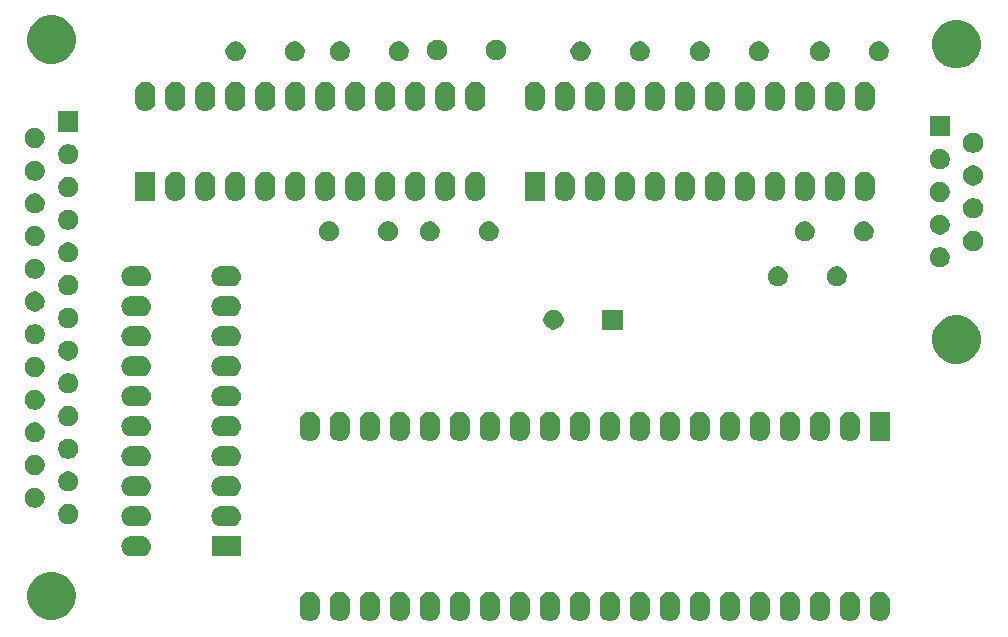
<source format=gbr>
G04 #@! TF.GenerationSoftware,KiCad,Pcbnew,5.0.2-bee76a0~70~ubuntu16.04.1*
G04 #@! TF.CreationDate,2022-01-23T08:06:22+01:00*
G04 #@! TF.ProjectId,SyncDongle,53796e63-446f-46e6-976c-652e6b696361,rev?*
G04 #@! TF.SameCoordinates,Original*
G04 #@! TF.FileFunction,Soldermask,Top*
G04 #@! TF.FilePolarity,Negative*
%FSLAX46Y46*%
G04 Gerber Fmt 4.6, Leading zero omitted, Abs format (unit mm)*
G04 Created by KiCad (PCBNEW 5.0.2-bee76a0~70~ubuntu16.04.1) date sön 23 jan 2022 08:06:22*
%MOMM*%
%LPD*%
G01*
G04 APERTURE LIST*
%ADD10C,0.100000*%
G04 APERTURE END LIST*
D10*
G36*
X175426821Y-81311313D02*
X175426824Y-81311314D01*
X175426825Y-81311314D01*
X175587239Y-81359975D01*
X175587241Y-81359976D01*
X175587244Y-81359977D01*
X175735078Y-81438995D01*
X175864659Y-81545341D01*
X175971005Y-81674922D01*
X176050023Y-81822756D01*
X176050024Y-81822759D01*
X176050025Y-81822761D01*
X176098686Y-81983175D01*
X176098686Y-81983178D01*
X176098687Y-81983180D01*
X176111000Y-82108197D01*
X176111000Y-82991804D01*
X176098687Y-83116821D01*
X176098686Y-83116824D01*
X176098686Y-83116825D01*
X176054759Y-83261634D01*
X176050023Y-83277244D01*
X175971005Y-83425078D01*
X175864659Y-83554659D01*
X175735078Y-83661005D01*
X175587243Y-83740023D01*
X175587240Y-83740024D01*
X175587238Y-83740025D01*
X175426824Y-83788686D01*
X175426823Y-83788686D01*
X175426820Y-83788687D01*
X175260000Y-83805117D01*
X175093179Y-83788687D01*
X175093176Y-83788686D01*
X175093175Y-83788686D01*
X174932761Y-83740025D01*
X174932759Y-83740024D01*
X174932756Y-83740023D01*
X174784922Y-83661005D01*
X174655341Y-83554659D01*
X174548995Y-83425078D01*
X174469977Y-83277243D01*
X174465243Y-83261636D01*
X174421314Y-83116824D01*
X174421314Y-83116823D01*
X174421313Y-83116820D01*
X174409000Y-82991803D01*
X174409000Y-82108197D01*
X174421314Y-81983179D01*
X174421315Y-81983175D01*
X174469976Y-81822761D01*
X174469977Y-81822759D01*
X174469978Y-81822756D01*
X174548996Y-81674922D01*
X174655342Y-81545341D01*
X174784923Y-81438995D01*
X174932757Y-81359977D01*
X174932760Y-81359976D01*
X174932762Y-81359975D01*
X175093176Y-81311314D01*
X175093177Y-81311314D01*
X175093180Y-81311313D01*
X175260000Y-81294883D01*
X175426821Y-81311313D01*
X175426821Y-81311313D01*
G37*
G36*
X150026821Y-81311313D02*
X150026824Y-81311314D01*
X150026825Y-81311314D01*
X150187239Y-81359975D01*
X150187241Y-81359976D01*
X150187244Y-81359977D01*
X150335078Y-81438995D01*
X150464659Y-81545341D01*
X150571005Y-81674922D01*
X150650023Y-81822756D01*
X150650024Y-81822759D01*
X150650025Y-81822761D01*
X150698686Y-81983175D01*
X150698686Y-81983178D01*
X150698687Y-81983180D01*
X150711000Y-82108197D01*
X150711000Y-82991804D01*
X150698687Y-83116821D01*
X150698686Y-83116824D01*
X150698686Y-83116825D01*
X150654759Y-83261634D01*
X150650023Y-83277244D01*
X150571005Y-83425078D01*
X150464659Y-83554659D01*
X150335078Y-83661005D01*
X150187243Y-83740023D01*
X150187240Y-83740024D01*
X150187238Y-83740025D01*
X150026824Y-83788686D01*
X150026823Y-83788686D01*
X150026820Y-83788687D01*
X149860000Y-83805117D01*
X149693179Y-83788687D01*
X149693176Y-83788686D01*
X149693175Y-83788686D01*
X149532761Y-83740025D01*
X149532759Y-83740024D01*
X149532756Y-83740023D01*
X149384922Y-83661005D01*
X149255341Y-83554659D01*
X149148995Y-83425078D01*
X149069977Y-83277243D01*
X149065243Y-83261636D01*
X149021314Y-83116824D01*
X149021314Y-83116823D01*
X149021313Y-83116820D01*
X149009000Y-82991803D01*
X149009000Y-82108197D01*
X149021314Y-81983179D01*
X149021315Y-81983175D01*
X149069976Y-81822761D01*
X149069977Y-81822759D01*
X149069978Y-81822756D01*
X149148996Y-81674922D01*
X149255342Y-81545341D01*
X149384923Y-81438995D01*
X149532757Y-81359977D01*
X149532760Y-81359976D01*
X149532762Y-81359975D01*
X149693176Y-81311314D01*
X149693177Y-81311314D01*
X149693180Y-81311313D01*
X149860000Y-81294883D01*
X150026821Y-81311313D01*
X150026821Y-81311313D01*
G37*
G36*
X127166821Y-81311313D02*
X127166824Y-81311314D01*
X127166825Y-81311314D01*
X127327239Y-81359975D01*
X127327241Y-81359976D01*
X127327244Y-81359977D01*
X127475078Y-81438995D01*
X127604659Y-81545341D01*
X127711005Y-81674922D01*
X127790023Y-81822756D01*
X127790024Y-81822759D01*
X127790025Y-81822761D01*
X127838686Y-81983175D01*
X127838686Y-81983178D01*
X127838687Y-81983180D01*
X127851000Y-82108197D01*
X127851000Y-82991804D01*
X127838687Y-83116821D01*
X127838686Y-83116824D01*
X127838686Y-83116825D01*
X127794759Y-83261634D01*
X127790023Y-83277244D01*
X127711005Y-83425078D01*
X127604659Y-83554659D01*
X127475078Y-83661005D01*
X127327243Y-83740023D01*
X127327240Y-83740024D01*
X127327238Y-83740025D01*
X127166824Y-83788686D01*
X127166823Y-83788686D01*
X127166820Y-83788687D01*
X127000000Y-83805117D01*
X126833179Y-83788687D01*
X126833176Y-83788686D01*
X126833175Y-83788686D01*
X126672761Y-83740025D01*
X126672759Y-83740024D01*
X126672756Y-83740023D01*
X126524922Y-83661005D01*
X126395341Y-83554659D01*
X126288995Y-83425078D01*
X126209977Y-83277243D01*
X126205243Y-83261636D01*
X126161314Y-83116824D01*
X126161314Y-83116823D01*
X126161313Y-83116820D01*
X126149000Y-82991803D01*
X126149000Y-82108197D01*
X126161314Y-81983179D01*
X126161315Y-81983175D01*
X126209976Y-81822761D01*
X126209977Y-81822759D01*
X126209978Y-81822756D01*
X126288996Y-81674922D01*
X126395342Y-81545341D01*
X126524923Y-81438995D01*
X126672757Y-81359977D01*
X126672760Y-81359976D01*
X126672762Y-81359975D01*
X126833176Y-81311314D01*
X126833177Y-81311314D01*
X126833180Y-81311313D01*
X127000000Y-81294883D01*
X127166821Y-81311313D01*
X127166821Y-81311313D01*
G37*
G36*
X129706821Y-81311313D02*
X129706824Y-81311314D01*
X129706825Y-81311314D01*
X129867239Y-81359975D01*
X129867241Y-81359976D01*
X129867244Y-81359977D01*
X130015078Y-81438995D01*
X130144659Y-81545341D01*
X130251005Y-81674922D01*
X130330023Y-81822756D01*
X130330024Y-81822759D01*
X130330025Y-81822761D01*
X130378686Y-81983175D01*
X130378686Y-81983178D01*
X130378687Y-81983180D01*
X130391000Y-82108197D01*
X130391000Y-82991804D01*
X130378687Y-83116821D01*
X130378686Y-83116824D01*
X130378686Y-83116825D01*
X130334759Y-83261634D01*
X130330023Y-83277244D01*
X130251005Y-83425078D01*
X130144659Y-83554659D01*
X130015078Y-83661005D01*
X129867243Y-83740023D01*
X129867240Y-83740024D01*
X129867238Y-83740025D01*
X129706824Y-83788686D01*
X129706823Y-83788686D01*
X129706820Y-83788687D01*
X129540000Y-83805117D01*
X129373179Y-83788687D01*
X129373176Y-83788686D01*
X129373175Y-83788686D01*
X129212761Y-83740025D01*
X129212759Y-83740024D01*
X129212756Y-83740023D01*
X129064922Y-83661005D01*
X128935341Y-83554659D01*
X128828995Y-83425078D01*
X128749977Y-83277243D01*
X128745243Y-83261636D01*
X128701314Y-83116824D01*
X128701314Y-83116823D01*
X128701313Y-83116820D01*
X128689000Y-82991803D01*
X128689000Y-82108197D01*
X128701314Y-81983179D01*
X128701315Y-81983175D01*
X128749976Y-81822761D01*
X128749977Y-81822759D01*
X128749978Y-81822756D01*
X128828996Y-81674922D01*
X128935342Y-81545341D01*
X129064923Y-81438995D01*
X129212757Y-81359977D01*
X129212760Y-81359976D01*
X129212762Y-81359975D01*
X129373176Y-81311314D01*
X129373177Y-81311314D01*
X129373180Y-81311313D01*
X129540000Y-81294883D01*
X129706821Y-81311313D01*
X129706821Y-81311313D01*
G37*
G36*
X132246821Y-81311313D02*
X132246824Y-81311314D01*
X132246825Y-81311314D01*
X132407239Y-81359975D01*
X132407241Y-81359976D01*
X132407244Y-81359977D01*
X132555078Y-81438995D01*
X132684659Y-81545341D01*
X132791005Y-81674922D01*
X132870023Y-81822756D01*
X132870024Y-81822759D01*
X132870025Y-81822761D01*
X132918686Y-81983175D01*
X132918686Y-81983178D01*
X132918687Y-81983180D01*
X132931000Y-82108197D01*
X132931000Y-82991804D01*
X132918687Y-83116821D01*
X132918686Y-83116824D01*
X132918686Y-83116825D01*
X132874759Y-83261634D01*
X132870023Y-83277244D01*
X132791005Y-83425078D01*
X132684659Y-83554659D01*
X132555078Y-83661005D01*
X132407243Y-83740023D01*
X132407240Y-83740024D01*
X132407238Y-83740025D01*
X132246824Y-83788686D01*
X132246823Y-83788686D01*
X132246820Y-83788687D01*
X132080000Y-83805117D01*
X131913179Y-83788687D01*
X131913176Y-83788686D01*
X131913175Y-83788686D01*
X131752761Y-83740025D01*
X131752759Y-83740024D01*
X131752756Y-83740023D01*
X131604922Y-83661005D01*
X131475341Y-83554659D01*
X131368995Y-83425078D01*
X131289977Y-83277243D01*
X131285243Y-83261636D01*
X131241314Y-83116824D01*
X131241314Y-83116823D01*
X131241313Y-83116820D01*
X131229000Y-82991803D01*
X131229000Y-82108197D01*
X131241314Y-81983179D01*
X131241315Y-81983175D01*
X131289976Y-81822761D01*
X131289977Y-81822759D01*
X131289978Y-81822756D01*
X131368996Y-81674922D01*
X131475342Y-81545341D01*
X131604923Y-81438995D01*
X131752757Y-81359977D01*
X131752760Y-81359976D01*
X131752762Y-81359975D01*
X131913176Y-81311314D01*
X131913177Y-81311314D01*
X131913180Y-81311313D01*
X132080000Y-81294883D01*
X132246821Y-81311313D01*
X132246821Y-81311313D01*
G37*
G36*
X134786821Y-81311313D02*
X134786824Y-81311314D01*
X134786825Y-81311314D01*
X134947239Y-81359975D01*
X134947241Y-81359976D01*
X134947244Y-81359977D01*
X135095078Y-81438995D01*
X135224659Y-81545341D01*
X135331005Y-81674922D01*
X135410023Y-81822756D01*
X135410024Y-81822759D01*
X135410025Y-81822761D01*
X135458686Y-81983175D01*
X135458686Y-81983178D01*
X135458687Y-81983180D01*
X135471000Y-82108197D01*
X135471000Y-82991804D01*
X135458687Y-83116821D01*
X135458686Y-83116824D01*
X135458686Y-83116825D01*
X135414759Y-83261634D01*
X135410023Y-83277244D01*
X135331005Y-83425078D01*
X135224659Y-83554659D01*
X135095078Y-83661005D01*
X134947243Y-83740023D01*
X134947240Y-83740024D01*
X134947238Y-83740025D01*
X134786824Y-83788686D01*
X134786823Y-83788686D01*
X134786820Y-83788687D01*
X134620000Y-83805117D01*
X134453179Y-83788687D01*
X134453176Y-83788686D01*
X134453175Y-83788686D01*
X134292761Y-83740025D01*
X134292759Y-83740024D01*
X134292756Y-83740023D01*
X134144922Y-83661005D01*
X134015341Y-83554659D01*
X133908995Y-83425078D01*
X133829977Y-83277243D01*
X133825243Y-83261636D01*
X133781314Y-83116824D01*
X133781314Y-83116823D01*
X133781313Y-83116820D01*
X133769000Y-82991803D01*
X133769000Y-82108197D01*
X133781314Y-81983179D01*
X133781315Y-81983175D01*
X133829976Y-81822761D01*
X133829977Y-81822759D01*
X133829978Y-81822756D01*
X133908996Y-81674922D01*
X134015342Y-81545341D01*
X134144923Y-81438995D01*
X134292757Y-81359977D01*
X134292760Y-81359976D01*
X134292762Y-81359975D01*
X134453176Y-81311314D01*
X134453177Y-81311314D01*
X134453180Y-81311313D01*
X134620000Y-81294883D01*
X134786821Y-81311313D01*
X134786821Y-81311313D01*
G37*
G36*
X137326821Y-81311313D02*
X137326824Y-81311314D01*
X137326825Y-81311314D01*
X137487239Y-81359975D01*
X137487241Y-81359976D01*
X137487244Y-81359977D01*
X137635078Y-81438995D01*
X137764659Y-81545341D01*
X137871005Y-81674922D01*
X137950023Y-81822756D01*
X137950024Y-81822759D01*
X137950025Y-81822761D01*
X137998686Y-81983175D01*
X137998686Y-81983178D01*
X137998687Y-81983180D01*
X138011000Y-82108197D01*
X138011000Y-82991804D01*
X137998687Y-83116821D01*
X137998686Y-83116824D01*
X137998686Y-83116825D01*
X137954759Y-83261634D01*
X137950023Y-83277244D01*
X137871005Y-83425078D01*
X137764659Y-83554659D01*
X137635078Y-83661005D01*
X137487243Y-83740023D01*
X137487240Y-83740024D01*
X137487238Y-83740025D01*
X137326824Y-83788686D01*
X137326823Y-83788686D01*
X137326820Y-83788687D01*
X137160000Y-83805117D01*
X136993179Y-83788687D01*
X136993176Y-83788686D01*
X136993175Y-83788686D01*
X136832761Y-83740025D01*
X136832759Y-83740024D01*
X136832756Y-83740023D01*
X136684922Y-83661005D01*
X136555341Y-83554659D01*
X136448995Y-83425078D01*
X136369977Y-83277243D01*
X136365243Y-83261636D01*
X136321314Y-83116824D01*
X136321314Y-83116823D01*
X136321313Y-83116820D01*
X136309000Y-82991803D01*
X136309000Y-82108197D01*
X136321314Y-81983179D01*
X136321315Y-81983175D01*
X136369976Y-81822761D01*
X136369977Y-81822759D01*
X136369978Y-81822756D01*
X136448996Y-81674922D01*
X136555342Y-81545341D01*
X136684923Y-81438995D01*
X136832757Y-81359977D01*
X136832760Y-81359976D01*
X136832762Y-81359975D01*
X136993176Y-81311314D01*
X136993177Y-81311314D01*
X136993180Y-81311313D01*
X137160000Y-81294883D01*
X137326821Y-81311313D01*
X137326821Y-81311313D01*
G37*
G36*
X139866821Y-81311313D02*
X139866824Y-81311314D01*
X139866825Y-81311314D01*
X140027239Y-81359975D01*
X140027241Y-81359976D01*
X140027244Y-81359977D01*
X140175078Y-81438995D01*
X140304659Y-81545341D01*
X140411005Y-81674922D01*
X140490023Y-81822756D01*
X140490024Y-81822759D01*
X140490025Y-81822761D01*
X140538686Y-81983175D01*
X140538686Y-81983178D01*
X140538687Y-81983180D01*
X140551000Y-82108197D01*
X140551000Y-82991804D01*
X140538687Y-83116821D01*
X140538686Y-83116824D01*
X140538686Y-83116825D01*
X140494759Y-83261634D01*
X140490023Y-83277244D01*
X140411005Y-83425078D01*
X140304659Y-83554659D01*
X140175078Y-83661005D01*
X140027243Y-83740023D01*
X140027240Y-83740024D01*
X140027238Y-83740025D01*
X139866824Y-83788686D01*
X139866823Y-83788686D01*
X139866820Y-83788687D01*
X139700000Y-83805117D01*
X139533179Y-83788687D01*
X139533176Y-83788686D01*
X139533175Y-83788686D01*
X139372761Y-83740025D01*
X139372759Y-83740024D01*
X139372756Y-83740023D01*
X139224922Y-83661005D01*
X139095341Y-83554659D01*
X138988995Y-83425078D01*
X138909977Y-83277243D01*
X138905243Y-83261636D01*
X138861314Y-83116824D01*
X138861314Y-83116823D01*
X138861313Y-83116820D01*
X138849000Y-82991803D01*
X138849000Y-82108197D01*
X138861314Y-81983179D01*
X138861315Y-81983175D01*
X138909976Y-81822761D01*
X138909977Y-81822759D01*
X138909978Y-81822756D01*
X138988996Y-81674922D01*
X139095342Y-81545341D01*
X139224923Y-81438995D01*
X139372757Y-81359977D01*
X139372760Y-81359976D01*
X139372762Y-81359975D01*
X139533176Y-81311314D01*
X139533177Y-81311314D01*
X139533180Y-81311313D01*
X139700000Y-81294883D01*
X139866821Y-81311313D01*
X139866821Y-81311313D01*
G37*
G36*
X142406821Y-81311313D02*
X142406824Y-81311314D01*
X142406825Y-81311314D01*
X142567239Y-81359975D01*
X142567241Y-81359976D01*
X142567244Y-81359977D01*
X142715078Y-81438995D01*
X142844659Y-81545341D01*
X142951005Y-81674922D01*
X143030023Y-81822756D01*
X143030024Y-81822759D01*
X143030025Y-81822761D01*
X143078686Y-81983175D01*
X143078686Y-81983178D01*
X143078687Y-81983180D01*
X143091000Y-82108197D01*
X143091000Y-82991804D01*
X143078687Y-83116821D01*
X143078686Y-83116824D01*
X143078686Y-83116825D01*
X143034759Y-83261634D01*
X143030023Y-83277244D01*
X142951005Y-83425078D01*
X142844659Y-83554659D01*
X142715078Y-83661005D01*
X142567243Y-83740023D01*
X142567240Y-83740024D01*
X142567238Y-83740025D01*
X142406824Y-83788686D01*
X142406823Y-83788686D01*
X142406820Y-83788687D01*
X142240000Y-83805117D01*
X142073179Y-83788687D01*
X142073176Y-83788686D01*
X142073175Y-83788686D01*
X141912761Y-83740025D01*
X141912759Y-83740024D01*
X141912756Y-83740023D01*
X141764922Y-83661005D01*
X141635341Y-83554659D01*
X141528995Y-83425078D01*
X141449977Y-83277243D01*
X141445243Y-83261636D01*
X141401314Y-83116824D01*
X141401314Y-83116823D01*
X141401313Y-83116820D01*
X141389000Y-82991803D01*
X141389000Y-82108197D01*
X141401314Y-81983179D01*
X141401315Y-81983175D01*
X141449976Y-81822761D01*
X141449977Y-81822759D01*
X141449978Y-81822756D01*
X141528996Y-81674922D01*
X141635342Y-81545341D01*
X141764923Y-81438995D01*
X141912757Y-81359977D01*
X141912760Y-81359976D01*
X141912762Y-81359975D01*
X142073176Y-81311314D01*
X142073177Y-81311314D01*
X142073180Y-81311313D01*
X142240000Y-81294883D01*
X142406821Y-81311313D01*
X142406821Y-81311313D01*
G37*
G36*
X144946821Y-81311313D02*
X144946824Y-81311314D01*
X144946825Y-81311314D01*
X145107239Y-81359975D01*
X145107241Y-81359976D01*
X145107244Y-81359977D01*
X145255078Y-81438995D01*
X145384659Y-81545341D01*
X145491005Y-81674922D01*
X145570023Y-81822756D01*
X145570024Y-81822759D01*
X145570025Y-81822761D01*
X145618686Y-81983175D01*
X145618686Y-81983178D01*
X145618687Y-81983180D01*
X145631000Y-82108197D01*
X145631000Y-82991804D01*
X145618687Y-83116821D01*
X145618686Y-83116824D01*
X145618686Y-83116825D01*
X145574759Y-83261634D01*
X145570023Y-83277244D01*
X145491005Y-83425078D01*
X145384659Y-83554659D01*
X145255078Y-83661005D01*
X145107243Y-83740023D01*
X145107240Y-83740024D01*
X145107238Y-83740025D01*
X144946824Y-83788686D01*
X144946823Y-83788686D01*
X144946820Y-83788687D01*
X144780000Y-83805117D01*
X144613179Y-83788687D01*
X144613176Y-83788686D01*
X144613175Y-83788686D01*
X144452761Y-83740025D01*
X144452759Y-83740024D01*
X144452756Y-83740023D01*
X144304922Y-83661005D01*
X144175341Y-83554659D01*
X144068995Y-83425078D01*
X143989977Y-83277243D01*
X143985243Y-83261636D01*
X143941314Y-83116824D01*
X143941314Y-83116823D01*
X143941313Y-83116820D01*
X143929000Y-82991803D01*
X143929000Y-82108197D01*
X143941314Y-81983179D01*
X143941315Y-81983175D01*
X143989976Y-81822761D01*
X143989977Y-81822759D01*
X143989978Y-81822756D01*
X144068996Y-81674922D01*
X144175342Y-81545341D01*
X144304923Y-81438995D01*
X144452757Y-81359977D01*
X144452760Y-81359976D01*
X144452762Y-81359975D01*
X144613176Y-81311314D01*
X144613177Y-81311314D01*
X144613180Y-81311313D01*
X144780000Y-81294883D01*
X144946821Y-81311313D01*
X144946821Y-81311313D01*
G37*
G36*
X147486821Y-81311313D02*
X147486824Y-81311314D01*
X147486825Y-81311314D01*
X147647239Y-81359975D01*
X147647241Y-81359976D01*
X147647244Y-81359977D01*
X147795078Y-81438995D01*
X147924659Y-81545341D01*
X148031005Y-81674922D01*
X148110023Y-81822756D01*
X148110024Y-81822759D01*
X148110025Y-81822761D01*
X148158686Y-81983175D01*
X148158686Y-81983178D01*
X148158687Y-81983180D01*
X148171000Y-82108197D01*
X148171000Y-82991804D01*
X148158687Y-83116821D01*
X148158686Y-83116824D01*
X148158686Y-83116825D01*
X148114759Y-83261634D01*
X148110023Y-83277244D01*
X148031005Y-83425078D01*
X147924659Y-83554659D01*
X147795078Y-83661005D01*
X147647243Y-83740023D01*
X147647240Y-83740024D01*
X147647238Y-83740025D01*
X147486824Y-83788686D01*
X147486823Y-83788686D01*
X147486820Y-83788687D01*
X147320000Y-83805117D01*
X147153179Y-83788687D01*
X147153176Y-83788686D01*
X147153175Y-83788686D01*
X146992761Y-83740025D01*
X146992759Y-83740024D01*
X146992756Y-83740023D01*
X146844922Y-83661005D01*
X146715341Y-83554659D01*
X146608995Y-83425078D01*
X146529977Y-83277243D01*
X146525243Y-83261636D01*
X146481314Y-83116824D01*
X146481314Y-83116823D01*
X146481313Y-83116820D01*
X146469000Y-82991803D01*
X146469000Y-82108197D01*
X146481314Y-81983179D01*
X146481315Y-81983175D01*
X146529976Y-81822761D01*
X146529977Y-81822759D01*
X146529978Y-81822756D01*
X146608996Y-81674922D01*
X146715342Y-81545341D01*
X146844923Y-81438995D01*
X146992757Y-81359977D01*
X146992760Y-81359976D01*
X146992762Y-81359975D01*
X147153176Y-81311314D01*
X147153177Y-81311314D01*
X147153180Y-81311313D01*
X147320000Y-81294883D01*
X147486821Y-81311313D01*
X147486821Y-81311313D01*
G37*
G36*
X172886821Y-81311313D02*
X172886824Y-81311314D01*
X172886825Y-81311314D01*
X173047239Y-81359975D01*
X173047241Y-81359976D01*
X173047244Y-81359977D01*
X173195078Y-81438995D01*
X173324659Y-81545341D01*
X173431005Y-81674922D01*
X173510023Y-81822756D01*
X173510024Y-81822759D01*
X173510025Y-81822761D01*
X173558686Y-81983175D01*
X173558686Y-81983178D01*
X173558687Y-81983180D01*
X173571000Y-82108197D01*
X173571000Y-82991804D01*
X173558687Y-83116821D01*
X173558686Y-83116824D01*
X173558686Y-83116825D01*
X173514759Y-83261634D01*
X173510023Y-83277244D01*
X173431005Y-83425078D01*
X173324659Y-83554659D01*
X173195078Y-83661005D01*
X173047243Y-83740023D01*
X173047240Y-83740024D01*
X173047238Y-83740025D01*
X172886824Y-83788686D01*
X172886823Y-83788686D01*
X172886820Y-83788687D01*
X172720000Y-83805117D01*
X172553179Y-83788687D01*
X172553176Y-83788686D01*
X172553175Y-83788686D01*
X172392761Y-83740025D01*
X172392759Y-83740024D01*
X172392756Y-83740023D01*
X172244922Y-83661005D01*
X172115341Y-83554659D01*
X172008995Y-83425078D01*
X171929977Y-83277243D01*
X171925243Y-83261636D01*
X171881314Y-83116824D01*
X171881314Y-83116823D01*
X171881313Y-83116820D01*
X171869000Y-82991803D01*
X171869000Y-82108197D01*
X171881314Y-81983179D01*
X171881315Y-81983175D01*
X171929976Y-81822761D01*
X171929977Y-81822759D01*
X171929978Y-81822756D01*
X172008996Y-81674922D01*
X172115342Y-81545341D01*
X172244923Y-81438995D01*
X172392757Y-81359977D01*
X172392760Y-81359976D01*
X172392762Y-81359975D01*
X172553176Y-81311314D01*
X172553177Y-81311314D01*
X172553180Y-81311313D01*
X172720000Y-81294883D01*
X172886821Y-81311313D01*
X172886821Y-81311313D01*
G37*
G36*
X152566821Y-81311313D02*
X152566824Y-81311314D01*
X152566825Y-81311314D01*
X152727239Y-81359975D01*
X152727241Y-81359976D01*
X152727244Y-81359977D01*
X152875078Y-81438995D01*
X153004659Y-81545341D01*
X153111005Y-81674922D01*
X153190023Y-81822756D01*
X153190024Y-81822759D01*
X153190025Y-81822761D01*
X153238686Y-81983175D01*
X153238686Y-81983178D01*
X153238687Y-81983180D01*
X153251000Y-82108197D01*
X153251000Y-82991804D01*
X153238687Y-83116821D01*
X153238686Y-83116824D01*
X153238686Y-83116825D01*
X153194759Y-83261634D01*
X153190023Y-83277244D01*
X153111005Y-83425078D01*
X153004659Y-83554659D01*
X152875078Y-83661005D01*
X152727243Y-83740023D01*
X152727240Y-83740024D01*
X152727238Y-83740025D01*
X152566824Y-83788686D01*
X152566823Y-83788686D01*
X152566820Y-83788687D01*
X152400000Y-83805117D01*
X152233179Y-83788687D01*
X152233176Y-83788686D01*
X152233175Y-83788686D01*
X152072761Y-83740025D01*
X152072759Y-83740024D01*
X152072756Y-83740023D01*
X151924922Y-83661005D01*
X151795341Y-83554659D01*
X151688995Y-83425078D01*
X151609977Y-83277243D01*
X151605243Y-83261636D01*
X151561314Y-83116824D01*
X151561314Y-83116823D01*
X151561313Y-83116820D01*
X151549000Y-82991803D01*
X151549000Y-82108197D01*
X151561314Y-81983179D01*
X151561315Y-81983175D01*
X151609976Y-81822761D01*
X151609977Y-81822759D01*
X151609978Y-81822756D01*
X151688996Y-81674922D01*
X151795342Y-81545341D01*
X151924923Y-81438995D01*
X152072757Y-81359977D01*
X152072760Y-81359976D01*
X152072762Y-81359975D01*
X152233176Y-81311314D01*
X152233177Y-81311314D01*
X152233180Y-81311313D01*
X152400000Y-81294883D01*
X152566821Y-81311313D01*
X152566821Y-81311313D01*
G37*
G36*
X170346821Y-81311313D02*
X170346824Y-81311314D01*
X170346825Y-81311314D01*
X170507239Y-81359975D01*
X170507241Y-81359976D01*
X170507244Y-81359977D01*
X170655078Y-81438995D01*
X170784659Y-81545341D01*
X170891005Y-81674922D01*
X170970023Y-81822756D01*
X170970024Y-81822759D01*
X170970025Y-81822761D01*
X171018686Y-81983175D01*
X171018686Y-81983178D01*
X171018687Y-81983180D01*
X171031000Y-82108197D01*
X171031000Y-82991804D01*
X171018687Y-83116821D01*
X171018686Y-83116824D01*
X171018686Y-83116825D01*
X170974759Y-83261634D01*
X170970023Y-83277244D01*
X170891005Y-83425078D01*
X170784659Y-83554659D01*
X170655078Y-83661005D01*
X170507243Y-83740023D01*
X170507240Y-83740024D01*
X170507238Y-83740025D01*
X170346824Y-83788686D01*
X170346823Y-83788686D01*
X170346820Y-83788687D01*
X170180000Y-83805117D01*
X170013179Y-83788687D01*
X170013176Y-83788686D01*
X170013175Y-83788686D01*
X169852761Y-83740025D01*
X169852759Y-83740024D01*
X169852756Y-83740023D01*
X169704922Y-83661005D01*
X169575341Y-83554659D01*
X169468995Y-83425078D01*
X169389977Y-83277243D01*
X169385243Y-83261636D01*
X169341314Y-83116824D01*
X169341314Y-83116823D01*
X169341313Y-83116820D01*
X169329000Y-82991803D01*
X169329000Y-82108197D01*
X169341314Y-81983179D01*
X169341315Y-81983175D01*
X169389976Y-81822761D01*
X169389977Y-81822759D01*
X169389978Y-81822756D01*
X169468996Y-81674922D01*
X169575342Y-81545341D01*
X169704923Y-81438995D01*
X169852757Y-81359977D01*
X169852760Y-81359976D01*
X169852762Y-81359975D01*
X170013176Y-81311314D01*
X170013177Y-81311314D01*
X170013180Y-81311313D01*
X170180000Y-81294883D01*
X170346821Y-81311313D01*
X170346821Y-81311313D01*
G37*
G36*
X167806821Y-81311313D02*
X167806824Y-81311314D01*
X167806825Y-81311314D01*
X167967239Y-81359975D01*
X167967241Y-81359976D01*
X167967244Y-81359977D01*
X168115078Y-81438995D01*
X168244659Y-81545341D01*
X168351005Y-81674922D01*
X168430023Y-81822756D01*
X168430024Y-81822759D01*
X168430025Y-81822761D01*
X168478686Y-81983175D01*
X168478686Y-81983178D01*
X168478687Y-81983180D01*
X168491000Y-82108197D01*
X168491000Y-82991804D01*
X168478687Y-83116821D01*
X168478686Y-83116824D01*
X168478686Y-83116825D01*
X168434759Y-83261634D01*
X168430023Y-83277244D01*
X168351005Y-83425078D01*
X168244659Y-83554659D01*
X168115078Y-83661005D01*
X167967243Y-83740023D01*
X167967240Y-83740024D01*
X167967238Y-83740025D01*
X167806824Y-83788686D01*
X167806823Y-83788686D01*
X167806820Y-83788687D01*
X167640000Y-83805117D01*
X167473179Y-83788687D01*
X167473176Y-83788686D01*
X167473175Y-83788686D01*
X167312761Y-83740025D01*
X167312759Y-83740024D01*
X167312756Y-83740023D01*
X167164922Y-83661005D01*
X167035341Y-83554659D01*
X166928995Y-83425078D01*
X166849977Y-83277243D01*
X166845243Y-83261636D01*
X166801314Y-83116824D01*
X166801314Y-83116823D01*
X166801313Y-83116820D01*
X166789000Y-82991803D01*
X166789000Y-82108197D01*
X166801314Y-81983179D01*
X166801315Y-81983175D01*
X166849976Y-81822761D01*
X166849977Y-81822759D01*
X166849978Y-81822756D01*
X166928996Y-81674922D01*
X167035342Y-81545341D01*
X167164923Y-81438995D01*
X167312757Y-81359977D01*
X167312760Y-81359976D01*
X167312762Y-81359975D01*
X167473176Y-81311314D01*
X167473177Y-81311314D01*
X167473180Y-81311313D01*
X167640000Y-81294883D01*
X167806821Y-81311313D01*
X167806821Y-81311313D01*
G37*
G36*
X165266821Y-81311313D02*
X165266824Y-81311314D01*
X165266825Y-81311314D01*
X165427239Y-81359975D01*
X165427241Y-81359976D01*
X165427244Y-81359977D01*
X165575078Y-81438995D01*
X165704659Y-81545341D01*
X165811005Y-81674922D01*
X165890023Y-81822756D01*
X165890024Y-81822759D01*
X165890025Y-81822761D01*
X165938686Y-81983175D01*
X165938686Y-81983178D01*
X165938687Y-81983180D01*
X165951000Y-82108197D01*
X165951000Y-82991804D01*
X165938687Y-83116821D01*
X165938686Y-83116824D01*
X165938686Y-83116825D01*
X165894759Y-83261634D01*
X165890023Y-83277244D01*
X165811005Y-83425078D01*
X165704659Y-83554659D01*
X165575078Y-83661005D01*
X165427243Y-83740023D01*
X165427240Y-83740024D01*
X165427238Y-83740025D01*
X165266824Y-83788686D01*
X165266823Y-83788686D01*
X165266820Y-83788687D01*
X165100000Y-83805117D01*
X164933179Y-83788687D01*
X164933176Y-83788686D01*
X164933175Y-83788686D01*
X164772761Y-83740025D01*
X164772759Y-83740024D01*
X164772756Y-83740023D01*
X164624922Y-83661005D01*
X164495341Y-83554659D01*
X164388995Y-83425078D01*
X164309977Y-83277243D01*
X164305243Y-83261636D01*
X164261314Y-83116824D01*
X164261314Y-83116823D01*
X164261313Y-83116820D01*
X164249000Y-82991803D01*
X164249000Y-82108197D01*
X164261314Y-81983179D01*
X164261315Y-81983175D01*
X164309976Y-81822761D01*
X164309977Y-81822759D01*
X164309978Y-81822756D01*
X164388996Y-81674922D01*
X164495342Y-81545341D01*
X164624923Y-81438995D01*
X164772757Y-81359977D01*
X164772760Y-81359976D01*
X164772762Y-81359975D01*
X164933176Y-81311314D01*
X164933177Y-81311314D01*
X164933180Y-81311313D01*
X165100000Y-81294883D01*
X165266821Y-81311313D01*
X165266821Y-81311313D01*
G37*
G36*
X162726821Y-81311313D02*
X162726824Y-81311314D01*
X162726825Y-81311314D01*
X162887239Y-81359975D01*
X162887241Y-81359976D01*
X162887244Y-81359977D01*
X163035078Y-81438995D01*
X163164659Y-81545341D01*
X163271005Y-81674922D01*
X163350023Y-81822756D01*
X163350024Y-81822759D01*
X163350025Y-81822761D01*
X163398686Y-81983175D01*
X163398686Y-81983178D01*
X163398687Y-81983180D01*
X163411000Y-82108197D01*
X163411000Y-82991804D01*
X163398687Y-83116821D01*
X163398686Y-83116824D01*
X163398686Y-83116825D01*
X163354759Y-83261634D01*
X163350023Y-83277244D01*
X163271005Y-83425078D01*
X163164659Y-83554659D01*
X163035078Y-83661005D01*
X162887243Y-83740023D01*
X162887240Y-83740024D01*
X162887238Y-83740025D01*
X162726824Y-83788686D01*
X162726823Y-83788686D01*
X162726820Y-83788687D01*
X162560000Y-83805117D01*
X162393179Y-83788687D01*
X162393176Y-83788686D01*
X162393175Y-83788686D01*
X162232761Y-83740025D01*
X162232759Y-83740024D01*
X162232756Y-83740023D01*
X162084922Y-83661005D01*
X161955341Y-83554659D01*
X161848995Y-83425078D01*
X161769977Y-83277243D01*
X161765243Y-83261636D01*
X161721314Y-83116824D01*
X161721314Y-83116823D01*
X161721313Y-83116820D01*
X161709000Y-82991803D01*
X161709000Y-82108197D01*
X161721314Y-81983179D01*
X161721315Y-81983175D01*
X161769976Y-81822761D01*
X161769977Y-81822759D01*
X161769978Y-81822756D01*
X161848996Y-81674922D01*
X161955342Y-81545341D01*
X162084923Y-81438995D01*
X162232757Y-81359977D01*
X162232760Y-81359976D01*
X162232762Y-81359975D01*
X162393176Y-81311314D01*
X162393177Y-81311314D01*
X162393180Y-81311313D01*
X162560000Y-81294883D01*
X162726821Y-81311313D01*
X162726821Y-81311313D01*
G37*
G36*
X160186821Y-81311313D02*
X160186824Y-81311314D01*
X160186825Y-81311314D01*
X160347239Y-81359975D01*
X160347241Y-81359976D01*
X160347244Y-81359977D01*
X160495078Y-81438995D01*
X160624659Y-81545341D01*
X160731005Y-81674922D01*
X160810023Y-81822756D01*
X160810024Y-81822759D01*
X160810025Y-81822761D01*
X160858686Y-81983175D01*
X160858686Y-81983178D01*
X160858687Y-81983180D01*
X160871000Y-82108197D01*
X160871000Y-82991804D01*
X160858687Y-83116821D01*
X160858686Y-83116824D01*
X160858686Y-83116825D01*
X160814759Y-83261634D01*
X160810023Y-83277244D01*
X160731005Y-83425078D01*
X160624659Y-83554659D01*
X160495078Y-83661005D01*
X160347243Y-83740023D01*
X160347240Y-83740024D01*
X160347238Y-83740025D01*
X160186824Y-83788686D01*
X160186823Y-83788686D01*
X160186820Y-83788687D01*
X160020000Y-83805117D01*
X159853179Y-83788687D01*
X159853176Y-83788686D01*
X159853175Y-83788686D01*
X159692761Y-83740025D01*
X159692759Y-83740024D01*
X159692756Y-83740023D01*
X159544922Y-83661005D01*
X159415341Y-83554659D01*
X159308995Y-83425078D01*
X159229977Y-83277243D01*
X159225243Y-83261636D01*
X159181314Y-83116824D01*
X159181314Y-83116823D01*
X159181313Y-83116820D01*
X159169000Y-82991803D01*
X159169000Y-82108197D01*
X159181314Y-81983179D01*
X159181315Y-81983175D01*
X159229976Y-81822761D01*
X159229977Y-81822759D01*
X159229978Y-81822756D01*
X159308996Y-81674922D01*
X159415342Y-81545341D01*
X159544923Y-81438995D01*
X159692757Y-81359977D01*
X159692760Y-81359976D01*
X159692762Y-81359975D01*
X159853176Y-81311314D01*
X159853177Y-81311314D01*
X159853180Y-81311313D01*
X160020000Y-81294883D01*
X160186821Y-81311313D01*
X160186821Y-81311313D01*
G37*
G36*
X157646821Y-81311313D02*
X157646824Y-81311314D01*
X157646825Y-81311314D01*
X157807239Y-81359975D01*
X157807241Y-81359976D01*
X157807244Y-81359977D01*
X157955078Y-81438995D01*
X158084659Y-81545341D01*
X158191005Y-81674922D01*
X158270023Y-81822756D01*
X158270024Y-81822759D01*
X158270025Y-81822761D01*
X158318686Y-81983175D01*
X158318686Y-81983178D01*
X158318687Y-81983180D01*
X158331000Y-82108197D01*
X158331000Y-82991804D01*
X158318687Y-83116821D01*
X158318686Y-83116824D01*
X158318686Y-83116825D01*
X158274759Y-83261634D01*
X158270023Y-83277244D01*
X158191005Y-83425078D01*
X158084659Y-83554659D01*
X157955078Y-83661005D01*
X157807243Y-83740023D01*
X157807240Y-83740024D01*
X157807238Y-83740025D01*
X157646824Y-83788686D01*
X157646823Y-83788686D01*
X157646820Y-83788687D01*
X157480000Y-83805117D01*
X157313179Y-83788687D01*
X157313176Y-83788686D01*
X157313175Y-83788686D01*
X157152761Y-83740025D01*
X157152759Y-83740024D01*
X157152756Y-83740023D01*
X157004922Y-83661005D01*
X156875341Y-83554659D01*
X156768995Y-83425078D01*
X156689977Y-83277243D01*
X156685243Y-83261636D01*
X156641314Y-83116824D01*
X156641314Y-83116823D01*
X156641313Y-83116820D01*
X156629000Y-82991803D01*
X156629000Y-82108197D01*
X156641314Y-81983179D01*
X156641315Y-81983175D01*
X156689976Y-81822761D01*
X156689977Y-81822759D01*
X156689978Y-81822756D01*
X156768996Y-81674922D01*
X156875342Y-81545341D01*
X157004923Y-81438995D01*
X157152757Y-81359977D01*
X157152760Y-81359976D01*
X157152762Y-81359975D01*
X157313176Y-81311314D01*
X157313177Y-81311314D01*
X157313180Y-81311313D01*
X157480000Y-81294883D01*
X157646821Y-81311313D01*
X157646821Y-81311313D01*
G37*
G36*
X155106821Y-81311313D02*
X155106824Y-81311314D01*
X155106825Y-81311314D01*
X155267239Y-81359975D01*
X155267241Y-81359976D01*
X155267244Y-81359977D01*
X155415078Y-81438995D01*
X155544659Y-81545341D01*
X155651005Y-81674922D01*
X155730023Y-81822756D01*
X155730024Y-81822759D01*
X155730025Y-81822761D01*
X155778686Y-81983175D01*
X155778686Y-81983178D01*
X155778687Y-81983180D01*
X155791000Y-82108197D01*
X155791000Y-82991804D01*
X155778687Y-83116821D01*
X155778686Y-83116824D01*
X155778686Y-83116825D01*
X155734759Y-83261634D01*
X155730023Y-83277244D01*
X155651005Y-83425078D01*
X155544659Y-83554659D01*
X155415078Y-83661005D01*
X155267243Y-83740023D01*
X155267240Y-83740024D01*
X155267238Y-83740025D01*
X155106824Y-83788686D01*
X155106823Y-83788686D01*
X155106820Y-83788687D01*
X154940000Y-83805117D01*
X154773179Y-83788687D01*
X154773176Y-83788686D01*
X154773175Y-83788686D01*
X154612761Y-83740025D01*
X154612759Y-83740024D01*
X154612756Y-83740023D01*
X154464922Y-83661005D01*
X154335341Y-83554659D01*
X154228995Y-83425078D01*
X154149977Y-83277243D01*
X154145243Y-83261636D01*
X154101314Y-83116824D01*
X154101314Y-83116823D01*
X154101313Y-83116820D01*
X154089000Y-82991803D01*
X154089000Y-82108197D01*
X154101314Y-81983179D01*
X154101315Y-81983175D01*
X154149976Y-81822761D01*
X154149977Y-81822759D01*
X154149978Y-81822756D01*
X154228996Y-81674922D01*
X154335342Y-81545341D01*
X154464923Y-81438995D01*
X154612757Y-81359977D01*
X154612760Y-81359976D01*
X154612762Y-81359975D01*
X154773176Y-81311314D01*
X154773177Y-81311314D01*
X154773180Y-81311313D01*
X154940000Y-81294883D01*
X155106821Y-81311313D01*
X155106821Y-81311313D01*
G37*
G36*
X105738872Y-79696338D02*
X105738874Y-79696339D01*
X105738875Y-79696339D01*
X106112133Y-79850947D01*
X106112134Y-79850948D01*
X106448059Y-80075406D01*
X106733734Y-80361081D01*
X106733736Y-80361084D01*
X106958193Y-80697007D01*
X107112801Y-81070265D01*
X107112802Y-81070268D01*
X107191620Y-81466513D01*
X107191620Y-81870527D01*
X107144345Y-82108197D01*
X107112801Y-82266775D01*
X106958193Y-82640033D01*
X106958192Y-82640034D01*
X106733734Y-82975959D01*
X106448059Y-83261634D01*
X106448056Y-83261636D01*
X106112133Y-83486093D01*
X105738875Y-83640701D01*
X105738874Y-83640701D01*
X105738872Y-83640702D01*
X105342627Y-83719520D01*
X104938613Y-83719520D01*
X104542368Y-83640702D01*
X104542366Y-83640701D01*
X104542365Y-83640701D01*
X104169107Y-83486093D01*
X103833184Y-83261636D01*
X103833181Y-83261634D01*
X103547506Y-82975959D01*
X103323048Y-82640034D01*
X103323047Y-82640033D01*
X103168439Y-82266775D01*
X103136896Y-82108197D01*
X103089620Y-81870527D01*
X103089620Y-81466513D01*
X103168438Y-81070268D01*
X103168439Y-81070265D01*
X103323047Y-80697007D01*
X103547504Y-80361084D01*
X103547506Y-80361081D01*
X103833181Y-80075406D01*
X104169106Y-79850948D01*
X104169107Y-79850947D01*
X104542365Y-79696339D01*
X104542366Y-79696339D01*
X104542368Y-79696338D01*
X104938613Y-79617520D01*
X105342627Y-79617520D01*
X105738872Y-79696338D01*
X105738872Y-79696338D01*
G37*
G36*
X121197420Y-78321000D02*
X118695420Y-78321000D01*
X118695420Y-76619000D01*
X121197420Y-76619000D01*
X121197420Y-78321000D01*
X121197420Y-78321000D01*
G37*
G36*
X112893241Y-76631313D02*
X112893244Y-76631314D01*
X112893245Y-76631314D01*
X113053659Y-76679975D01*
X113053661Y-76679976D01*
X113053664Y-76679977D01*
X113201498Y-76758995D01*
X113331079Y-76865341D01*
X113437425Y-76994922D01*
X113516443Y-77142756D01*
X113565107Y-77303179D01*
X113581537Y-77470000D01*
X113565107Y-77636821D01*
X113516443Y-77797244D01*
X113437425Y-77945078D01*
X113331079Y-78074659D01*
X113201498Y-78181005D01*
X113053664Y-78260023D01*
X113053661Y-78260024D01*
X113053659Y-78260025D01*
X112893245Y-78308686D01*
X112893244Y-78308686D01*
X112893241Y-78308687D01*
X112768224Y-78321000D01*
X111884616Y-78321000D01*
X111759599Y-78308687D01*
X111759596Y-78308686D01*
X111759595Y-78308686D01*
X111599181Y-78260025D01*
X111599179Y-78260024D01*
X111599176Y-78260023D01*
X111451342Y-78181005D01*
X111321761Y-78074659D01*
X111215415Y-77945078D01*
X111136397Y-77797244D01*
X111087733Y-77636821D01*
X111071303Y-77470000D01*
X111087733Y-77303179D01*
X111136397Y-77142756D01*
X111215415Y-76994922D01*
X111321761Y-76865341D01*
X111451342Y-76758995D01*
X111599176Y-76679977D01*
X111599179Y-76679976D01*
X111599181Y-76679975D01*
X111759595Y-76631314D01*
X111759596Y-76631314D01*
X111759599Y-76631313D01*
X111884616Y-76619000D01*
X112768224Y-76619000D01*
X112893241Y-76631313D01*
X112893241Y-76631313D01*
G37*
G36*
X112893241Y-74091313D02*
X112893244Y-74091314D01*
X112893245Y-74091314D01*
X113053659Y-74139975D01*
X113053661Y-74139976D01*
X113053664Y-74139977D01*
X113201498Y-74218995D01*
X113331079Y-74325341D01*
X113437425Y-74454922D01*
X113516443Y-74602756D01*
X113516444Y-74602759D01*
X113516445Y-74602761D01*
X113565106Y-74763175D01*
X113565107Y-74763179D01*
X113581537Y-74930000D01*
X113565107Y-75096821D01*
X113565106Y-75096824D01*
X113565106Y-75096825D01*
X113551518Y-75141620D01*
X113516443Y-75257244D01*
X113437425Y-75405078D01*
X113331079Y-75534659D01*
X113201498Y-75641005D01*
X113053664Y-75720023D01*
X113053661Y-75720024D01*
X113053659Y-75720025D01*
X112893245Y-75768686D01*
X112893244Y-75768686D01*
X112893241Y-75768687D01*
X112768224Y-75781000D01*
X111884616Y-75781000D01*
X111759599Y-75768687D01*
X111759596Y-75768686D01*
X111759595Y-75768686D01*
X111599181Y-75720025D01*
X111599179Y-75720024D01*
X111599176Y-75720023D01*
X111451342Y-75641005D01*
X111321761Y-75534659D01*
X111215415Y-75405078D01*
X111136397Y-75257244D01*
X111101323Y-75141620D01*
X111087734Y-75096825D01*
X111087734Y-75096824D01*
X111087733Y-75096821D01*
X111071303Y-74930000D01*
X111087733Y-74763179D01*
X111087734Y-74763175D01*
X111136395Y-74602761D01*
X111136396Y-74602759D01*
X111136397Y-74602756D01*
X111215415Y-74454922D01*
X111321761Y-74325341D01*
X111451342Y-74218995D01*
X111599176Y-74139977D01*
X111599179Y-74139976D01*
X111599181Y-74139975D01*
X111759595Y-74091314D01*
X111759596Y-74091314D01*
X111759599Y-74091313D01*
X111884616Y-74079000D01*
X112768224Y-74079000D01*
X112893241Y-74091313D01*
X112893241Y-74091313D01*
G37*
G36*
X120513241Y-74091313D02*
X120513244Y-74091314D01*
X120513245Y-74091314D01*
X120673659Y-74139975D01*
X120673661Y-74139976D01*
X120673664Y-74139977D01*
X120821498Y-74218995D01*
X120951079Y-74325341D01*
X121057425Y-74454922D01*
X121136443Y-74602756D01*
X121136444Y-74602759D01*
X121136445Y-74602761D01*
X121185106Y-74763175D01*
X121185107Y-74763179D01*
X121201537Y-74930000D01*
X121185107Y-75096821D01*
X121185106Y-75096824D01*
X121185106Y-75096825D01*
X121171518Y-75141620D01*
X121136443Y-75257244D01*
X121057425Y-75405078D01*
X120951079Y-75534659D01*
X120821498Y-75641005D01*
X120673664Y-75720023D01*
X120673661Y-75720024D01*
X120673659Y-75720025D01*
X120513245Y-75768686D01*
X120513244Y-75768686D01*
X120513241Y-75768687D01*
X120388224Y-75781000D01*
X119504616Y-75781000D01*
X119379599Y-75768687D01*
X119379596Y-75768686D01*
X119379595Y-75768686D01*
X119219181Y-75720025D01*
X119219179Y-75720024D01*
X119219176Y-75720023D01*
X119071342Y-75641005D01*
X118941761Y-75534659D01*
X118835415Y-75405078D01*
X118756397Y-75257244D01*
X118721323Y-75141620D01*
X118707734Y-75096825D01*
X118707734Y-75096824D01*
X118707733Y-75096821D01*
X118691303Y-74930000D01*
X118707733Y-74763179D01*
X118707734Y-74763175D01*
X118756395Y-74602761D01*
X118756396Y-74602759D01*
X118756397Y-74602756D01*
X118835415Y-74454922D01*
X118941761Y-74325341D01*
X119071342Y-74218995D01*
X119219176Y-74139977D01*
X119219179Y-74139976D01*
X119219181Y-74139975D01*
X119379595Y-74091314D01*
X119379596Y-74091314D01*
X119379599Y-74091313D01*
X119504616Y-74079000D01*
X120388224Y-74079000D01*
X120513241Y-74091313D01*
X120513241Y-74091313D01*
G37*
G36*
X106808848Y-73920223D02*
X106963720Y-73984373D01*
X107103101Y-74077505D01*
X107221635Y-74196039D01*
X107314767Y-74335420D01*
X107378917Y-74490292D01*
X107411620Y-74654704D01*
X107411620Y-74822336D01*
X107378917Y-74986748D01*
X107314767Y-75141620D01*
X107221635Y-75281001D01*
X107103101Y-75399535D01*
X106963720Y-75492667D01*
X106808848Y-75556817D01*
X106644436Y-75589520D01*
X106476804Y-75589520D01*
X106312392Y-75556817D01*
X106157520Y-75492667D01*
X106018139Y-75399535D01*
X105899605Y-75281001D01*
X105806473Y-75141620D01*
X105742323Y-74986748D01*
X105709620Y-74822336D01*
X105709620Y-74654704D01*
X105742323Y-74490292D01*
X105806473Y-74335420D01*
X105899605Y-74196039D01*
X106018139Y-74077505D01*
X106157520Y-73984373D01*
X106312392Y-73920223D01*
X106476804Y-73887520D01*
X106644436Y-73887520D01*
X106808848Y-73920223D01*
X106808848Y-73920223D01*
G37*
G36*
X103968848Y-72535223D02*
X104123720Y-72599373D01*
X104263101Y-72692505D01*
X104381635Y-72811039D01*
X104474767Y-72950420D01*
X104538917Y-73105292D01*
X104571620Y-73269704D01*
X104571620Y-73437336D01*
X104538917Y-73601748D01*
X104474767Y-73756620D01*
X104381635Y-73896001D01*
X104263101Y-74014535D01*
X104123720Y-74107667D01*
X103968848Y-74171817D01*
X103804436Y-74204520D01*
X103636804Y-74204520D01*
X103472392Y-74171817D01*
X103317520Y-74107667D01*
X103178139Y-74014535D01*
X103059605Y-73896001D01*
X102966473Y-73756620D01*
X102902323Y-73601748D01*
X102869620Y-73437336D01*
X102869620Y-73269704D01*
X102902323Y-73105292D01*
X102966473Y-72950420D01*
X103059605Y-72811039D01*
X103178139Y-72692505D01*
X103317520Y-72599373D01*
X103472392Y-72535223D01*
X103636804Y-72502520D01*
X103804436Y-72502520D01*
X103968848Y-72535223D01*
X103968848Y-72535223D01*
G37*
G36*
X112893241Y-71551313D02*
X112893244Y-71551314D01*
X112893245Y-71551314D01*
X113053659Y-71599975D01*
X113053661Y-71599976D01*
X113053664Y-71599977D01*
X113201498Y-71678995D01*
X113331079Y-71785341D01*
X113437425Y-71914922D01*
X113516443Y-72062756D01*
X113565107Y-72223179D01*
X113581537Y-72390000D01*
X113565107Y-72556821D01*
X113565106Y-72556824D01*
X113565106Y-72556825D01*
X113523948Y-72692506D01*
X113516443Y-72717244D01*
X113437425Y-72865078D01*
X113331079Y-72994659D01*
X113201498Y-73101005D01*
X113053664Y-73180023D01*
X113053661Y-73180024D01*
X113053659Y-73180025D01*
X112893245Y-73228686D01*
X112893244Y-73228686D01*
X112893241Y-73228687D01*
X112768224Y-73241000D01*
X111884616Y-73241000D01*
X111759599Y-73228687D01*
X111759596Y-73228686D01*
X111759595Y-73228686D01*
X111599181Y-73180025D01*
X111599179Y-73180024D01*
X111599176Y-73180023D01*
X111451342Y-73101005D01*
X111321761Y-72994659D01*
X111215415Y-72865078D01*
X111136397Y-72717244D01*
X111128893Y-72692506D01*
X111087734Y-72556825D01*
X111087734Y-72556824D01*
X111087733Y-72556821D01*
X111071303Y-72390000D01*
X111087733Y-72223179D01*
X111136397Y-72062756D01*
X111215415Y-71914922D01*
X111321761Y-71785341D01*
X111451342Y-71678995D01*
X111599176Y-71599977D01*
X111599179Y-71599976D01*
X111599181Y-71599975D01*
X111759595Y-71551314D01*
X111759596Y-71551314D01*
X111759599Y-71551313D01*
X111884616Y-71539000D01*
X112768224Y-71539000D01*
X112893241Y-71551313D01*
X112893241Y-71551313D01*
G37*
G36*
X120513241Y-71551313D02*
X120513244Y-71551314D01*
X120513245Y-71551314D01*
X120673659Y-71599975D01*
X120673661Y-71599976D01*
X120673664Y-71599977D01*
X120821498Y-71678995D01*
X120951079Y-71785341D01*
X121057425Y-71914922D01*
X121136443Y-72062756D01*
X121185107Y-72223179D01*
X121201537Y-72390000D01*
X121185107Y-72556821D01*
X121185106Y-72556824D01*
X121185106Y-72556825D01*
X121143948Y-72692506D01*
X121136443Y-72717244D01*
X121057425Y-72865078D01*
X120951079Y-72994659D01*
X120821498Y-73101005D01*
X120673664Y-73180023D01*
X120673661Y-73180024D01*
X120673659Y-73180025D01*
X120513245Y-73228686D01*
X120513244Y-73228686D01*
X120513241Y-73228687D01*
X120388224Y-73241000D01*
X119504616Y-73241000D01*
X119379599Y-73228687D01*
X119379596Y-73228686D01*
X119379595Y-73228686D01*
X119219181Y-73180025D01*
X119219179Y-73180024D01*
X119219176Y-73180023D01*
X119071342Y-73101005D01*
X118941761Y-72994659D01*
X118835415Y-72865078D01*
X118756397Y-72717244D01*
X118748893Y-72692506D01*
X118707734Y-72556825D01*
X118707734Y-72556824D01*
X118707733Y-72556821D01*
X118691303Y-72390000D01*
X118707733Y-72223179D01*
X118756397Y-72062756D01*
X118835415Y-71914922D01*
X118941761Y-71785341D01*
X119071342Y-71678995D01*
X119219176Y-71599977D01*
X119219179Y-71599976D01*
X119219181Y-71599975D01*
X119379595Y-71551314D01*
X119379596Y-71551314D01*
X119379599Y-71551313D01*
X119504616Y-71539000D01*
X120388224Y-71539000D01*
X120513241Y-71551313D01*
X120513241Y-71551313D01*
G37*
G36*
X106808848Y-71150223D02*
X106963720Y-71214373D01*
X107103101Y-71307505D01*
X107221635Y-71426039D01*
X107314767Y-71565420D01*
X107378917Y-71720292D01*
X107411620Y-71884704D01*
X107411620Y-72052336D01*
X107378917Y-72216748D01*
X107314767Y-72371620D01*
X107221635Y-72511001D01*
X107103101Y-72629535D01*
X106963720Y-72722667D01*
X106808848Y-72786817D01*
X106644436Y-72819520D01*
X106476804Y-72819520D01*
X106312392Y-72786817D01*
X106157520Y-72722667D01*
X106018139Y-72629535D01*
X105899605Y-72511001D01*
X105806473Y-72371620D01*
X105742323Y-72216748D01*
X105709620Y-72052336D01*
X105709620Y-71884704D01*
X105742323Y-71720292D01*
X105806473Y-71565420D01*
X105899605Y-71426039D01*
X106018139Y-71307505D01*
X106157520Y-71214373D01*
X106312392Y-71150223D01*
X106476804Y-71117520D01*
X106644436Y-71117520D01*
X106808848Y-71150223D01*
X106808848Y-71150223D01*
G37*
G36*
X103968848Y-69765223D02*
X104123720Y-69829373D01*
X104263101Y-69922505D01*
X104381635Y-70041039D01*
X104474767Y-70180420D01*
X104538917Y-70335292D01*
X104571620Y-70499704D01*
X104571620Y-70667336D01*
X104538917Y-70831748D01*
X104474767Y-70986620D01*
X104381635Y-71126001D01*
X104263101Y-71244535D01*
X104123720Y-71337667D01*
X103968848Y-71401817D01*
X103804436Y-71434520D01*
X103636804Y-71434520D01*
X103472392Y-71401817D01*
X103317520Y-71337667D01*
X103178139Y-71244535D01*
X103059605Y-71126001D01*
X102966473Y-70986620D01*
X102902323Y-70831748D01*
X102869620Y-70667336D01*
X102869620Y-70499704D01*
X102902323Y-70335292D01*
X102966473Y-70180420D01*
X103059605Y-70041039D01*
X103178139Y-69922505D01*
X103317520Y-69829373D01*
X103472392Y-69765223D01*
X103636804Y-69732520D01*
X103804436Y-69732520D01*
X103968848Y-69765223D01*
X103968848Y-69765223D01*
G37*
G36*
X112893241Y-69011313D02*
X112893244Y-69011314D01*
X112893245Y-69011314D01*
X113053659Y-69059975D01*
X113053661Y-69059976D01*
X113053664Y-69059977D01*
X113201498Y-69138995D01*
X113331079Y-69245341D01*
X113437425Y-69374922D01*
X113516443Y-69522756D01*
X113516444Y-69522759D01*
X113516445Y-69522761D01*
X113565106Y-69683175D01*
X113565107Y-69683179D01*
X113581537Y-69850000D01*
X113565107Y-70016821D01*
X113516443Y-70177244D01*
X113437425Y-70325078D01*
X113331079Y-70454659D01*
X113201498Y-70561005D01*
X113053664Y-70640023D01*
X113053661Y-70640024D01*
X113053659Y-70640025D01*
X112893245Y-70688686D01*
X112893244Y-70688686D01*
X112893241Y-70688687D01*
X112768224Y-70701000D01*
X111884616Y-70701000D01*
X111759599Y-70688687D01*
X111759596Y-70688686D01*
X111759595Y-70688686D01*
X111599181Y-70640025D01*
X111599179Y-70640024D01*
X111599176Y-70640023D01*
X111451342Y-70561005D01*
X111321761Y-70454659D01*
X111215415Y-70325078D01*
X111136397Y-70177244D01*
X111087733Y-70016821D01*
X111071303Y-69850000D01*
X111087733Y-69683179D01*
X111087734Y-69683175D01*
X111136395Y-69522761D01*
X111136396Y-69522759D01*
X111136397Y-69522756D01*
X111215415Y-69374922D01*
X111321761Y-69245341D01*
X111451342Y-69138995D01*
X111599176Y-69059977D01*
X111599179Y-69059976D01*
X111599181Y-69059975D01*
X111759595Y-69011314D01*
X111759596Y-69011314D01*
X111759599Y-69011313D01*
X111884616Y-68999000D01*
X112768224Y-68999000D01*
X112893241Y-69011313D01*
X112893241Y-69011313D01*
G37*
G36*
X120513241Y-69011313D02*
X120513244Y-69011314D01*
X120513245Y-69011314D01*
X120673659Y-69059975D01*
X120673661Y-69059976D01*
X120673664Y-69059977D01*
X120821498Y-69138995D01*
X120951079Y-69245341D01*
X121057425Y-69374922D01*
X121136443Y-69522756D01*
X121136444Y-69522759D01*
X121136445Y-69522761D01*
X121185106Y-69683175D01*
X121185107Y-69683179D01*
X121201537Y-69850000D01*
X121185107Y-70016821D01*
X121136443Y-70177244D01*
X121057425Y-70325078D01*
X120951079Y-70454659D01*
X120821498Y-70561005D01*
X120673664Y-70640023D01*
X120673661Y-70640024D01*
X120673659Y-70640025D01*
X120513245Y-70688686D01*
X120513244Y-70688686D01*
X120513241Y-70688687D01*
X120388224Y-70701000D01*
X119504616Y-70701000D01*
X119379599Y-70688687D01*
X119379596Y-70688686D01*
X119379595Y-70688686D01*
X119219181Y-70640025D01*
X119219179Y-70640024D01*
X119219176Y-70640023D01*
X119071342Y-70561005D01*
X118941761Y-70454659D01*
X118835415Y-70325078D01*
X118756397Y-70177244D01*
X118707733Y-70016821D01*
X118691303Y-69850000D01*
X118707733Y-69683179D01*
X118707734Y-69683175D01*
X118756395Y-69522761D01*
X118756396Y-69522759D01*
X118756397Y-69522756D01*
X118835415Y-69374922D01*
X118941761Y-69245341D01*
X119071342Y-69138995D01*
X119219176Y-69059977D01*
X119219179Y-69059976D01*
X119219181Y-69059975D01*
X119379595Y-69011314D01*
X119379596Y-69011314D01*
X119379599Y-69011313D01*
X119504616Y-68999000D01*
X120388224Y-68999000D01*
X120513241Y-69011313D01*
X120513241Y-69011313D01*
G37*
G36*
X106808848Y-68380223D02*
X106963720Y-68444373D01*
X107103101Y-68537505D01*
X107221635Y-68656039D01*
X107314767Y-68795420D01*
X107378917Y-68950292D01*
X107411620Y-69114704D01*
X107411620Y-69282336D01*
X107378917Y-69446748D01*
X107314767Y-69601620D01*
X107221635Y-69741001D01*
X107103101Y-69859535D01*
X106963720Y-69952667D01*
X106808848Y-70016817D01*
X106644436Y-70049520D01*
X106476804Y-70049520D01*
X106312392Y-70016817D01*
X106157520Y-69952667D01*
X106018139Y-69859535D01*
X105899605Y-69741001D01*
X105806473Y-69601620D01*
X105742323Y-69446748D01*
X105709620Y-69282336D01*
X105709620Y-69114704D01*
X105742323Y-68950292D01*
X105806473Y-68795420D01*
X105899605Y-68656039D01*
X106018139Y-68537505D01*
X106157520Y-68444373D01*
X106312392Y-68380223D01*
X106476804Y-68347520D01*
X106644436Y-68347520D01*
X106808848Y-68380223D01*
X106808848Y-68380223D01*
G37*
G36*
X103968848Y-66995223D02*
X104123720Y-67059373D01*
X104263101Y-67152505D01*
X104381635Y-67271039D01*
X104474767Y-67410420D01*
X104538917Y-67565292D01*
X104571620Y-67729704D01*
X104571620Y-67897336D01*
X104538917Y-68061748D01*
X104474767Y-68216620D01*
X104381635Y-68356001D01*
X104263101Y-68474535D01*
X104123720Y-68567667D01*
X103968848Y-68631817D01*
X103804436Y-68664520D01*
X103636804Y-68664520D01*
X103472392Y-68631817D01*
X103317520Y-68567667D01*
X103178139Y-68474535D01*
X103059605Y-68356001D01*
X102966473Y-68216620D01*
X102902323Y-68061748D01*
X102869620Y-67897336D01*
X102869620Y-67729704D01*
X102902323Y-67565292D01*
X102966473Y-67410420D01*
X103059605Y-67271039D01*
X103178139Y-67152505D01*
X103317520Y-67059373D01*
X103472392Y-66995223D01*
X103636804Y-66962520D01*
X103804436Y-66962520D01*
X103968848Y-66995223D01*
X103968848Y-66995223D01*
G37*
G36*
X127166821Y-66071313D02*
X127166824Y-66071314D01*
X127166825Y-66071314D01*
X127327239Y-66119975D01*
X127327241Y-66119976D01*
X127327244Y-66119977D01*
X127475078Y-66198995D01*
X127604659Y-66305341D01*
X127711005Y-66434922D01*
X127790023Y-66582756D01*
X127790024Y-66582759D01*
X127790025Y-66582761D01*
X127838686Y-66743175D01*
X127838686Y-66743178D01*
X127838687Y-66743180D01*
X127851000Y-66868197D01*
X127851000Y-67751804D01*
X127838687Y-67876821D01*
X127838686Y-67876824D01*
X127838686Y-67876825D01*
X127794950Y-68021005D01*
X127790023Y-68037244D01*
X127711005Y-68185078D01*
X127604659Y-68314659D01*
X127475078Y-68421005D01*
X127327243Y-68500023D01*
X127327240Y-68500024D01*
X127327238Y-68500025D01*
X127166824Y-68548686D01*
X127166823Y-68548686D01*
X127166820Y-68548687D01*
X127000000Y-68565117D01*
X126833179Y-68548687D01*
X126833176Y-68548686D01*
X126833175Y-68548686D01*
X126672761Y-68500025D01*
X126672759Y-68500024D01*
X126672756Y-68500023D01*
X126524922Y-68421005D01*
X126395341Y-68314659D01*
X126288995Y-68185078D01*
X126209977Y-68037243D01*
X126205051Y-68021004D01*
X126161314Y-67876824D01*
X126161314Y-67876823D01*
X126161313Y-67876820D01*
X126149000Y-67751803D01*
X126149000Y-66868197D01*
X126161314Y-66743179D01*
X126172792Y-66705341D01*
X126209976Y-66582761D01*
X126209977Y-66582759D01*
X126209978Y-66582756D01*
X126288996Y-66434922D01*
X126395342Y-66305341D01*
X126524923Y-66198995D01*
X126672757Y-66119977D01*
X126672760Y-66119976D01*
X126672762Y-66119975D01*
X126833176Y-66071314D01*
X126833177Y-66071314D01*
X126833180Y-66071313D01*
X127000000Y-66054883D01*
X127166821Y-66071313D01*
X127166821Y-66071313D01*
G37*
G36*
X142406821Y-66071313D02*
X142406824Y-66071314D01*
X142406825Y-66071314D01*
X142567239Y-66119975D01*
X142567241Y-66119976D01*
X142567244Y-66119977D01*
X142715078Y-66198995D01*
X142844659Y-66305341D01*
X142951005Y-66434922D01*
X143030023Y-66582756D01*
X143030024Y-66582759D01*
X143030025Y-66582761D01*
X143078686Y-66743175D01*
X143078686Y-66743178D01*
X143078687Y-66743180D01*
X143091000Y-66868197D01*
X143091000Y-67751804D01*
X143078687Y-67876821D01*
X143078686Y-67876824D01*
X143078686Y-67876825D01*
X143034950Y-68021005D01*
X143030023Y-68037244D01*
X142951005Y-68185078D01*
X142844659Y-68314659D01*
X142715078Y-68421005D01*
X142567243Y-68500023D01*
X142567240Y-68500024D01*
X142567238Y-68500025D01*
X142406824Y-68548686D01*
X142406823Y-68548686D01*
X142406820Y-68548687D01*
X142240000Y-68565117D01*
X142073179Y-68548687D01*
X142073176Y-68548686D01*
X142073175Y-68548686D01*
X141912761Y-68500025D01*
X141912759Y-68500024D01*
X141912756Y-68500023D01*
X141764922Y-68421005D01*
X141635341Y-68314659D01*
X141528995Y-68185078D01*
X141449977Y-68037243D01*
X141445051Y-68021004D01*
X141401314Y-67876824D01*
X141401314Y-67876823D01*
X141401313Y-67876820D01*
X141389000Y-67751803D01*
X141389000Y-66868197D01*
X141401314Y-66743179D01*
X141412792Y-66705341D01*
X141449976Y-66582761D01*
X141449977Y-66582759D01*
X141449978Y-66582756D01*
X141528996Y-66434922D01*
X141635342Y-66305341D01*
X141764923Y-66198995D01*
X141912757Y-66119977D01*
X141912760Y-66119976D01*
X141912762Y-66119975D01*
X142073176Y-66071314D01*
X142073177Y-66071314D01*
X142073180Y-66071313D01*
X142240000Y-66054883D01*
X142406821Y-66071313D01*
X142406821Y-66071313D01*
G37*
G36*
X139866821Y-66071313D02*
X139866824Y-66071314D01*
X139866825Y-66071314D01*
X140027239Y-66119975D01*
X140027241Y-66119976D01*
X140027244Y-66119977D01*
X140175078Y-66198995D01*
X140304659Y-66305341D01*
X140411005Y-66434922D01*
X140490023Y-66582756D01*
X140490024Y-66582759D01*
X140490025Y-66582761D01*
X140538686Y-66743175D01*
X140538686Y-66743178D01*
X140538687Y-66743180D01*
X140551000Y-66868197D01*
X140551000Y-67751804D01*
X140538687Y-67876821D01*
X140538686Y-67876824D01*
X140538686Y-67876825D01*
X140494950Y-68021005D01*
X140490023Y-68037244D01*
X140411005Y-68185078D01*
X140304659Y-68314659D01*
X140175078Y-68421005D01*
X140027243Y-68500023D01*
X140027240Y-68500024D01*
X140027238Y-68500025D01*
X139866824Y-68548686D01*
X139866823Y-68548686D01*
X139866820Y-68548687D01*
X139700000Y-68565117D01*
X139533179Y-68548687D01*
X139533176Y-68548686D01*
X139533175Y-68548686D01*
X139372761Y-68500025D01*
X139372759Y-68500024D01*
X139372756Y-68500023D01*
X139224922Y-68421005D01*
X139095341Y-68314659D01*
X138988995Y-68185078D01*
X138909977Y-68037243D01*
X138905051Y-68021004D01*
X138861314Y-67876824D01*
X138861314Y-67876823D01*
X138861313Y-67876820D01*
X138849000Y-67751803D01*
X138849000Y-66868197D01*
X138861314Y-66743179D01*
X138872792Y-66705341D01*
X138909976Y-66582761D01*
X138909977Y-66582759D01*
X138909978Y-66582756D01*
X138988996Y-66434922D01*
X139095342Y-66305341D01*
X139224923Y-66198995D01*
X139372757Y-66119977D01*
X139372760Y-66119976D01*
X139372762Y-66119975D01*
X139533176Y-66071314D01*
X139533177Y-66071314D01*
X139533180Y-66071313D01*
X139700000Y-66054883D01*
X139866821Y-66071313D01*
X139866821Y-66071313D01*
G37*
G36*
X134786821Y-66071313D02*
X134786824Y-66071314D01*
X134786825Y-66071314D01*
X134947239Y-66119975D01*
X134947241Y-66119976D01*
X134947244Y-66119977D01*
X135095078Y-66198995D01*
X135224659Y-66305341D01*
X135331005Y-66434922D01*
X135410023Y-66582756D01*
X135410024Y-66582759D01*
X135410025Y-66582761D01*
X135458686Y-66743175D01*
X135458686Y-66743178D01*
X135458687Y-66743180D01*
X135471000Y-66868197D01*
X135471000Y-67751804D01*
X135458687Y-67876821D01*
X135458686Y-67876824D01*
X135458686Y-67876825D01*
X135414950Y-68021005D01*
X135410023Y-68037244D01*
X135331005Y-68185078D01*
X135224659Y-68314659D01*
X135095078Y-68421005D01*
X134947243Y-68500023D01*
X134947240Y-68500024D01*
X134947238Y-68500025D01*
X134786824Y-68548686D01*
X134786823Y-68548686D01*
X134786820Y-68548687D01*
X134620000Y-68565117D01*
X134453179Y-68548687D01*
X134453176Y-68548686D01*
X134453175Y-68548686D01*
X134292761Y-68500025D01*
X134292759Y-68500024D01*
X134292756Y-68500023D01*
X134144922Y-68421005D01*
X134015341Y-68314659D01*
X133908995Y-68185078D01*
X133829977Y-68037243D01*
X133825051Y-68021004D01*
X133781314Y-67876824D01*
X133781314Y-67876823D01*
X133781313Y-67876820D01*
X133769000Y-67751803D01*
X133769000Y-66868197D01*
X133781314Y-66743179D01*
X133792792Y-66705341D01*
X133829976Y-66582761D01*
X133829977Y-66582759D01*
X133829978Y-66582756D01*
X133908996Y-66434922D01*
X134015342Y-66305341D01*
X134144923Y-66198995D01*
X134292757Y-66119977D01*
X134292760Y-66119976D01*
X134292762Y-66119975D01*
X134453176Y-66071314D01*
X134453177Y-66071314D01*
X134453180Y-66071313D01*
X134620000Y-66054883D01*
X134786821Y-66071313D01*
X134786821Y-66071313D01*
G37*
G36*
X132246821Y-66071313D02*
X132246824Y-66071314D01*
X132246825Y-66071314D01*
X132407239Y-66119975D01*
X132407241Y-66119976D01*
X132407244Y-66119977D01*
X132555078Y-66198995D01*
X132684659Y-66305341D01*
X132791005Y-66434922D01*
X132870023Y-66582756D01*
X132870024Y-66582759D01*
X132870025Y-66582761D01*
X132918686Y-66743175D01*
X132918686Y-66743178D01*
X132918687Y-66743180D01*
X132931000Y-66868197D01*
X132931000Y-67751804D01*
X132918687Y-67876821D01*
X132918686Y-67876824D01*
X132918686Y-67876825D01*
X132874950Y-68021005D01*
X132870023Y-68037244D01*
X132791005Y-68185078D01*
X132684659Y-68314659D01*
X132555078Y-68421005D01*
X132407243Y-68500023D01*
X132407240Y-68500024D01*
X132407238Y-68500025D01*
X132246824Y-68548686D01*
X132246823Y-68548686D01*
X132246820Y-68548687D01*
X132080000Y-68565117D01*
X131913179Y-68548687D01*
X131913176Y-68548686D01*
X131913175Y-68548686D01*
X131752761Y-68500025D01*
X131752759Y-68500024D01*
X131752756Y-68500023D01*
X131604922Y-68421005D01*
X131475341Y-68314659D01*
X131368995Y-68185078D01*
X131289977Y-68037243D01*
X131285051Y-68021004D01*
X131241314Y-67876824D01*
X131241314Y-67876823D01*
X131241313Y-67876820D01*
X131229000Y-67751803D01*
X131229000Y-66868197D01*
X131241314Y-66743179D01*
X131252792Y-66705341D01*
X131289976Y-66582761D01*
X131289977Y-66582759D01*
X131289978Y-66582756D01*
X131368996Y-66434922D01*
X131475342Y-66305341D01*
X131604923Y-66198995D01*
X131752757Y-66119977D01*
X131752760Y-66119976D01*
X131752762Y-66119975D01*
X131913176Y-66071314D01*
X131913177Y-66071314D01*
X131913180Y-66071313D01*
X132080000Y-66054883D01*
X132246821Y-66071313D01*
X132246821Y-66071313D01*
G37*
G36*
X129706821Y-66071313D02*
X129706824Y-66071314D01*
X129706825Y-66071314D01*
X129867239Y-66119975D01*
X129867241Y-66119976D01*
X129867244Y-66119977D01*
X130015078Y-66198995D01*
X130144659Y-66305341D01*
X130251005Y-66434922D01*
X130330023Y-66582756D01*
X130330024Y-66582759D01*
X130330025Y-66582761D01*
X130378686Y-66743175D01*
X130378686Y-66743178D01*
X130378687Y-66743180D01*
X130391000Y-66868197D01*
X130391000Y-67751804D01*
X130378687Y-67876821D01*
X130378686Y-67876824D01*
X130378686Y-67876825D01*
X130334950Y-68021005D01*
X130330023Y-68037244D01*
X130251005Y-68185078D01*
X130144659Y-68314659D01*
X130015078Y-68421005D01*
X129867243Y-68500023D01*
X129867240Y-68500024D01*
X129867238Y-68500025D01*
X129706824Y-68548686D01*
X129706823Y-68548686D01*
X129706820Y-68548687D01*
X129540000Y-68565117D01*
X129373179Y-68548687D01*
X129373176Y-68548686D01*
X129373175Y-68548686D01*
X129212761Y-68500025D01*
X129212759Y-68500024D01*
X129212756Y-68500023D01*
X129064922Y-68421005D01*
X128935341Y-68314659D01*
X128828995Y-68185078D01*
X128749977Y-68037243D01*
X128745051Y-68021004D01*
X128701314Y-67876824D01*
X128701314Y-67876823D01*
X128701313Y-67876820D01*
X128689000Y-67751803D01*
X128689000Y-66868197D01*
X128701314Y-66743179D01*
X128712792Y-66705341D01*
X128749976Y-66582761D01*
X128749977Y-66582759D01*
X128749978Y-66582756D01*
X128828996Y-66434922D01*
X128935342Y-66305341D01*
X129064923Y-66198995D01*
X129212757Y-66119977D01*
X129212760Y-66119976D01*
X129212762Y-66119975D01*
X129373176Y-66071314D01*
X129373177Y-66071314D01*
X129373180Y-66071313D01*
X129540000Y-66054883D01*
X129706821Y-66071313D01*
X129706821Y-66071313D01*
G37*
G36*
X144946821Y-66071313D02*
X144946824Y-66071314D01*
X144946825Y-66071314D01*
X145107239Y-66119975D01*
X145107241Y-66119976D01*
X145107244Y-66119977D01*
X145255078Y-66198995D01*
X145384659Y-66305341D01*
X145491005Y-66434922D01*
X145570023Y-66582756D01*
X145570024Y-66582759D01*
X145570025Y-66582761D01*
X145618686Y-66743175D01*
X145618686Y-66743178D01*
X145618687Y-66743180D01*
X145631000Y-66868197D01*
X145631000Y-67751804D01*
X145618687Y-67876821D01*
X145618686Y-67876824D01*
X145618686Y-67876825D01*
X145574950Y-68021005D01*
X145570023Y-68037244D01*
X145491005Y-68185078D01*
X145384659Y-68314659D01*
X145255078Y-68421005D01*
X145107243Y-68500023D01*
X145107240Y-68500024D01*
X145107238Y-68500025D01*
X144946824Y-68548686D01*
X144946823Y-68548686D01*
X144946820Y-68548687D01*
X144780000Y-68565117D01*
X144613179Y-68548687D01*
X144613176Y-68548686D01*
X144613175Y-68548686D01*
X144452761Y-68500025D01*
X144452759Y-68500024D01*
X144452756Y-68500023D01*
X144304922Y-68421005D01*
X144175341Y-68314659D01*
X144068995Y-68185078D01*
X143989977Y-68037243D01*
X143985051Y-68021004D01*
X143941314Y-67876824D01*
X143941314Y-67876823D01*
X143941313Y-67876820D01*
X143929000Y-67751803D01*
X143929000Y-66868197D01*
X143941314Y-66743179D01*
X143952792Y-66705341D01*
X143989976Y-66582761D01*
X143989977Y-66582759D01*
X143989978Y-66582756D01*
X144068996Y-66434922D01*
X144175342Y-66305341D01*
X144304923Y-66198995D01*
X144452757Y-66119977D01*
X144452760Y-66119976D01*
X144452762Y-66119975D01*
X144613176Y-66071314D01*
X144613177Y-66071314D01*
X144613180Y-66071313D01*
X144780000Y-66054883D01*
X144946821Y-66071313D01*
X144946821Y-66071313D01*
G37*
G36*
X162726821Y-66071313D02*
X162726824Y-66071314D01*
X162726825Y-66071314D01*
X162887239Y-66119975D01*
X162887241Y-66119976D01*
X162887244Y-66119977D01*
X163035078Y-66198995D01*
X163164659Y-66305341D01*
X163271005Y-66434922D01*
X163350023Y-66582756D01*
X163350024Y-66582759D01*
X163350025Y-66582761D01*
X163398686Y-66743175D01*
X163398686Y-66743178D01*
X163398687Y-66743180D01*
X163411000Y-66868197D01*
X163411000Y-67751804D01*
X163398687Y-67876821D01*
X163398686Y-67876824D01*
X163398686Y-67876825D01*
X163354950Y-68021005D01*
X163350023Y-68037244D01*
X163271005Y-68185078D01*
X163164659Y-68314659D01*
X163035078Y-68421005D01*
X162887243Y-68500023D01*
X162887240Y-68500024D01*
X162887238Y-68500025D01*
X162726824Y-68548686D01*
X162726823Y-68548686D01*
X162726820Y-68548687D01*
X162560000Y-68565117D01*
X162393179Y-68548687D01*
X162393176Y-68548686D01*
X162393175Y-68548686D01*
X162232761Y-68500025D01*
X162232759Y-68500024D01*
X162232756Y-68500023D01*
X162084922Y-68421005D01*
X161955341Y-68314659D01*
X161848995Y-68185078D01*
X161769977Y-68037243D01*
X161765051Y-68021004D01*
X161721314Y-67876824D01*
X161721314Y-67876823D01*
X161721313Y-67876820D01*
X161709000Y-67751803D01*
X161709000Y-66868197D01*
X161721314Y-66743179D01*
X161732792Y-66705341D01*
X161769976Y-66582761D01*
X161769977Y-66582759D01*
X161769978Y-66582756D01*
X161848996Y-66434922D01*
X161955342Y-66305341D01*
X162084923Y-66198995D01*
X162232757Y-66119977D01*
X162232760Y-66119976D01*
X162232762Y-66119975D01*
X162393176Y-66071314D01*
X162393177Y-66071314D01*
X162393180Y-66071313D01*
X162560000Y-66054883D01*
X162726821Y-66071313D01*
X162726821Y-66071313D01*
G37*
G36*
X160186821Y-66071313D02*
X160186824Y-66071314D01*
X160186825Y-66071314D01*
X160347239Y-66119975D01*
X160347241Y-66119976D01*
X160347244Y-66119977D01*
X160495078Y-66198995D01*
X160624659Y-66305341D01*
X160731005Y-66434922D01*
X160810023Y-66582756D01*
X160810024Y-66582759D01*
X160810025Y-66582761D01*
X160858686Y-66743175D01*
X160858686Y-66743178D01*
X160858687Y-66743180D01*
X160871000Y-66868197D01*
X160871000Y-67751804D01*
X160858687Y-67876821D01*
X160858686Y-67876824D01*
X160858686Y-67876825D01*
X160814950Y-68021005D01*
X160810023Y-68037244D01*
X160731005Y-68185078D01*
X160624659Y-68314659D01*
X160495078Y-68421005D01*
X160347243Y-68500023D01*
X160347240Y-68500024D01*
X160347238Y-68500025D01*
X160186824Y-68548686D01*
X160186823Y-68548686D01*
X160186820Y-68548687D01*
X160020000Y-68565117D01*
X159853179Y-68548687D01*
X159853176Y-68548686D01*
X159853175Y-68548686D01*
X159692761Y-68500025D01*
X159692759Y-68500024D01*
X159692756Y-68500023D01*
X159544922Y-68421005D01*
X159415341Y-68314659D01*
X159308995Y-68185078D01*
X159229977Y-68037243D01*
X159225051Y-68021004D01*
X159181314Y-67876824D01*
X159181314Y-67876823D01*
X159181313Y-67876820D01*
X159169000Y-67751803D01*
X159169000Y-66868197D01*
X159181314Y-66743179D01*
X159192792Y-66705341D01*
X159229976Y-66582761D01*
X159229977Y-66582759D01*
X159229978Y-66582756D01*
X159308996Y-66434922D01*
X159415342Y-66305341D01*
X159544923Y-66198995D01*
X159692757Y-66119977D01*
X159692760Y-66119976D01*
X159692762Y-66119975D01*
X159853176Y-66071314D01*
X159853177Y-66071314D01*
X159853180Y-66071313D01*
X160020000Y-66054883D01*
X160186821Y-66071313D01*
X160186821Y-66071313D01*
G37*
G36*
X172886821Y-66071313D02*
X172886824Y-66071314D01*
X172886825Y-66071314D01*
X173047239Y-66119975D01*
X173047241Y-66119976D01*
X173047244Y-66119977D01*
X173195078Y-66198995D01*
X173324659Y-66305341D01*
X173431005Y-66434922D01*
X173510023Y-66582756D01*
X173510024Y-66582759D01*
X173510025Y-66582761D01*
X173558686Y-66743175D01*
X173558686Y-66743178D01*
X173558687Y-66743180D01*
X173571000Y-66868197D01*
X173571000Y-67751804D01*
X173558687Y-67876821D01*
X173558686Y-67876824D01*
X173558686Y-67876825D01*
X173514950Y-68021005D01*
X173510023Y-68037244D01*
X173431005Y-68185078D01*
X173324659Y-68314659D01*
X173195078Y-68421005D01*
X173047243Y-68500023D01*
X173047240Y-68500024D01*
X173047238Y-68500025D01*
X172886824Y-68548686D01*
X172886823Y-68548686D01*
X172886820Y-68548687D01*
X172720000Y-68565117D01*
X172553179Y-68548687D01*
X172553176Y-68548686D01*
X172553175Y-68548686D01*
X172392761Y-68500025D01*
X172392759Y-68500024D01*
X172392756Y-68500023D01*
X172244922Y-68421005D01*
X172115341Y-68314659D01*
X172008995Y-68185078D01*
X171929977Y-68037243D01*
X171925051Y-68021004D01*
X171881314Y-67876824D01*
X171881314Y-67876823D01*
X171881313Y-67876820D01*
X171869000Y-67751803D01*
X171869000Y-66868197D01*
X171881314Y-66743179D01*
X171892792Y-66705341D01*
X171929976Y-66582761D01*
X171929977Y-66582759D01*
X171929978Y-66582756D01*
X172008996Y-66434922D01*
X172115342Y-66305341D01*
X172244923Y-66198995D01*
X172392757Y-66119977D01*
X172392760Y-66119976D01*
X172392762Y-66119975D01*
X172553176Y-66071314D01*
X172553177Y-66071314D01*
X172553180Y-66071313D01*
X172720000Y-66054883D01*
X172886821Y-66071313D01*
X172886821Y-66071313D01*
G37*
G36*
X157646821Y-66071313D02*
X157646824Y-66071314D01*
X157646825Y-66071314D01*
X157807239Y-66119975D01*
X157807241Y-66119976D01*
X157807244Y-66119977D01*
X157955078Y-66198995D01*
X158084659Y-66305341D01*
X158191005Y-66434922D01*
X158270023Y-66582756D01*
X158270024Y-66582759D01*
X158270025Y-66582761D01*
X158318686Y-66743175D01*
X158318686Y-66743178D01*
X158318687Y-66743180D01*
X158331000Y-66868197D01*
X158331000Y-67751804D01*
X158318687Y-67876821D01*
X158318686Y-67876824D01*
X158318686Y-67876825D01*
X158274950Y-68021005D01*
X158270023Y-68037244D01*
X158191005Y-68185078D01*
X158084659Y-68314659D01*
X157955078Y-68421005D01*
X157807243Y-68500023D01*
X157807240Y-68500024D01*
X157807238Y-68500025D01*
X157646824Y-68548686D01*
X157646823Y-68548686D01*
X157646820Y-68548687D01*
X157480000Y-68565117D01*
X157313179Y-68548687D01*
X157313176Y-68548686D01*
X157313175Y-68548686D01*
X157152761Y-68500025D01*
X157152759Y-68500024D01*
X157152756Y-68500023D01*
X157004922Y-68421005D01*
X156875341Y-68314659D01*
X156768995Y-68185078D01*
X156689977Y-68037243D01*
X156685051Y-68021004D01*
X156641314Y-67876824D01*
X156641314Y-67876823D01*
X156641313Y-67876820D01*
X156629000Y-67751803D01*
X156629000Y-66868197D01*
X156641314Y-66743179D01*
X156652792Y-66705341D01*
X156689976Y-66582761D01*
X156689977Y-66582759D01*
X156689978Y-66582756D01*
X156768996Y-66434922D01*
X156875342Y-66305341D01*
X157004923Y-66198995D01*
X157152757Y-66119977D01*
X157152760Y-66119976D01*
X157152762Y-66119975D01*
X157313176Y-66071314D01*
X157313177Y-66071314D01*
X157313180Y-66071313D01*
X157480000Y-66054883D01*
X157646821Y-66071313D01*
X157646821Y-66071313D01*
G37*
G36*
X165266821Y-66071313D02*
X165266824Y-66071314D01*
X165266825Y-66071314D01*
X165427239Y-66119975D01*
X165427241Y-66119976D01*
X165427244Y-66119977D01*
X165575078Y-66198995D01*
X165704659Y-66305341D01*
X165811005Y-66434922D01*
X165890023Y-66582756D01*
X165890024Y-66582759D01*
X165890025Y-66582761D01*
X165938686Y-66743175D01*
X165938686Y-66743178D01*
X165938687Y-66743180D01*
X165951000Y-66868197D01*
X165951000Y-67751804D01*
X165938687Y-67876821D01*
X165938686Y-67876824D01*
X165938686Y-67876825D01*
X165894950Y-68021005D01*
X165890023Y-68037244D01*
X165811005Y-68185078D01*
X165704659Y-68314659D01*
X165575078Y-68421005D01*
X165427243Y-68500023D01*
X165427240Y-68500024D01*
X165427238Y-68500025D01*
X165266824Y-68548686D01*
X165266823Y-68548686D01*
X165266820Y-68548687D01*
X165100000Y-68565117D01*
X164933179Y-68548687D01*
X164933176Y-68548686D01*
X164933175Y-68548686D01*
X164772761Y-68500025D01*
X164772759Y-68500024D01*
X164772756Y-68500023D01*
X164624922Y-68421005D01*
X164495341Y-68314659D01*
X164388995Y-68185078D01*
X164309977Y-68037243D01*
X164305051Y-68021004D01*
X164261314Y-67876824D01*
X164261314Y-67876823D01*
X164261313Y-67876820D01*
X164249000Y-67751803D01*
X164249000Y-66868197D01*
X164261314Y-66743179D01*
X164272792Y-66705341D01*
X164309976Y-66582761D01*
X164309977Y-66582759D01*
X164309978Y-66582756D01*
X164388996Y-66434922D01*
X164495342Y-66305341D01*
X164624923Y-66198995D01*
X164772757Y-66119977D01*
X164772760Y-66119976D01*
X164772762Y-66119975D01*
X164933176Y-66071314D01*
X164933177Y-66071314D01*
X164933180Y-66071313D01*
X165100000Y-66054883D01*
X165266821Y-66071313D01*
X165266821Y-66071313D01*
G37*
G36*
X137326821Y-66071313D02*
X137326824Y-66071314D01*
X137326825Y-66071314D01*
X137487239Y-66119975D01*
X137487241Y-66119976D01*
X137487244Y-66119977D01*
X137635078Y-66198995D01*
X137764659Y-66305341D01*
X137871005Y-66434922D01*
X137950023Y-66582756D01*
X137950024Y-66582759D01*
X137950025Y-66582761D01*
X137998686Y-66743175D01*
X137998686Y-66743178D01*
X137998687Y-66743180D01*
X138011000Y-66868197D01*
X138011000Y-67751804D01*
X137998687Y-67876821D01*
X137998686Y-67876824D01*
X137998686Y-67876825D01*
X137954950Y-68021005D01*
X137950023Y-68037244D01*
X137871005Y-68185078D01*
X137764659Y-68314659D01*
X137635078Y-68421005D01*
X137487243Y-68500023D01*
X137487240Y-68500024D01*
X137487238Y-68500025D01*
X137326824Y-68548686D01*
X137326823Y-68548686D01*
X137326820Y-68548687D01*
X137160000Y-68565117D01*
X136993179Y-68548687D01*
X136993176Y-68548686D01*
X136993175Y-68548686D01*
X136832761Y-68500025D01*
X136832759Y-68500024D01*
X136832756Y-68500023D01*
X136684922Y-68421005D01*
X136555341Y-68314659D01*
X136448995Y-68185078D01*
X136369977Y-68037243D01*
X136365051Y-68021004D01*
X136321314Y-67876824D01*
X136321314Y-67876823D01*
X136321313Y-67876820D01*
X136309000Y-67751803D01*
X136309000Y-66868197D01*
X136321314Y-66743179D01*
X136332792Y-66705341D01*
X136369976Y-66582761D01*
X136369977Y-66582759D01*
X136369978Y-66582756D01*
X136448996Y-66434922D01*
X136555342Y-66305341D01*
X136684923Y-66198995D01*
X136832757Y-66119977D01*
X136832760Y-66119976D01*
X136832762Y-66119975D01*
X136993176Y-66071314D01*
X136993177Y-66071314D01*
X136993180Y-66071313D01*
X137160000Y-66054883D01*
X137326821Y-66071313D01*
X137326821Y-66071313D01*
G37*
G36*
X150026821Y-66071313D02*
X150026824Y-66071314D01*
X150026825Y-66071314D01*
X150187239Y-66119975D01*
X150187241Y-66119976D01*
X150187244Y-66119977D01*
X150335078Y-66198995D01*
X150464659Y-66305341D01*
X150571005Y-66434922D01*
X150650023Y-66582756D01*
X150650024Y-66582759D01*
X150650025Y-66582761D01*
X150698686Y-66743175D01*
X150698686Y-66743178D01*
X150698687Y-66743180D01*
X150711000Y-66868197D01*
X150711000Y-67751804D01*
X150698687Y-67876821D01*
X150698686Y-67876824D01*
X150698686Y-67876825D01*
X150654950Y-68021005D01*
X150650023Y-68037244D01*
X150571005Y-68185078D01*
X150464659Y-68314659D01*
X150335078Y-68421005D01*
X150187243Y-68500023D01*
X150187240Y-68500024D01*
X150187238Y-68500025D01*
X150026824Y-68548686D01*
X150026823Y-68548686D01*
X150026820Y-68548687D01*
X149860000Y-68565117D01*
X149693179Y-68548687D01*
X149693176Y-68548686D01*
X149693175Y-68548686D01*
X149532761Y-68500025D01*
X149532759Y-68500024D01*
X149532756Y-68500023D01*
X149384922Y-68421005D01*
X149255341Y-68314659D01*
X149148995Y-68185078D01*
X149069977Y-68037243D01*
X149065051Y-68021004D01*
X149021314Y-67876824D01*
X149021314Y-67876823D01*
X149021313Y-67876820D01*
X149009000Y-67751803D01*
X149009000Y-66868197D01*
X149021314Y-66743179D01*
X149032792Y-66705341D01*
X149069976Y-66582761D01*
X149069977Y-66582759D01*
X149069978Y-66582756D01*
X149148996Y-66434922D01*
X149255342Y-66305341D01*
X149384923Y-66198995D01*
X149532757Y-66119977D01*
X149532760Y-66119976D01*
X149532762Y-66119975D01*
X149693176Y-66071314D01*
X149693177Y-66071314D01*
X149693180Y-66071313D01*
X149860000Y-66054883D01*
X150026821Y-66071313D01*
X150026821Y-66071313D01*
G37*
G36*
X167806821Y-66071313D02*
X167806824Y-66071314D01*
X167806825Y-66071314D01*
X167967239Y-66119975D01*
X167967241Y-66119976D01*
X167967244Y-66119977D01*
X168115078Y-66198995D01*
X168244659Y-66305341D01*
X168351005Y-66434922D01*
X168430023Y-66582756D01*
X168430024Y-66582759D01*
X168430025Y-66582761D01*
X168478686Y-66743175D01*
X168478686Y-66743178D01*
X168478687Y-66743180D01*
X168491000Y-66868197D01*
X168491000Y-67751804D01*
X168478687Y-67876821D01*
X168478686Y-67876824D01*
X168478686Y-67876825D01*
X168434950Y-68021005D01*
X168430023Y-68037244D01*
X168351005Y-68185078D01*
X168244659Y-68314659D01*
X168115078Y-68421005D01*
X167967243Y-68500023D01*
X167967240Y-68500024D01*
X167967238Y-68500025D01*
X167806824Y-68548686D01*
X167806823Y-68548686D01*
X167806820Y-68548687D01*
X167640000Y-68565117D01*
X167473179Y-68548687D01*
X167473176Y-68548686D01*
X167473175Y-68548686D01*
X167312761Y-68500025D01*
X167312759Y-68500024D01*
X167312756Y-68500023D01*
X167164922Y-68421005D01*
X167035341Y-68314659D01*
X166928995Y-68185078D01*
X166849977Y-68037243D01*
X166845051Y-68021004D01*
X166801314Y-67876824D01*
X166801314Y-67876823D01*
X166801313Y-67876820D01*
X166789000Y-67751803D01*
X166789000Y-66868197D01*
X166801314Y-66743179D01*
X166812792Y-66705341D01*
X166849976Y-66582761D01*
X166849977Y-66582759D01*
X166849978Y-66582756D01*
X166928996Y-66434922D01*
X167035342Y-66305341D01*
X167164923Y-66198995D01*
X167312757Y-66119977D01*
X167312760Y-66119976D01*
X167312762Y-66119975D01*
X167473176Y-66071314D01*
X167473177Y-66071314D01*
X167473180Y-66071313D01*
X167640000Y-66054883D01*
X167806821Y-66071313D01*
X167806821Y-66071313D01*
G37*
G36*
X147486821Y-66071313D02*
X147486824Y-66071314D01*
X147486825Y-66071314D01*
X147647239Y-66119975D01*
X147647241Y-66119976D01*
X147647244Y-66119977D01*
X147795078Y-66198995D01*
X147924659Y-66305341D01*
X148031005Y-66434922D01*
X148110023Y-66582756D01*
X148110024Y-66582759D01*
X148110025Y-66582761D01*
X148158686Y-66743175D01*
X148158686Y-66743178D01*
X148158687Y-66743180D01*
X148171000Y-66868197D01*
X148171000Y-67751804D01*
X148158687Y-67876821D01*
X148158686Y-67876824D01*
X148158686Y-67876825D01*
X148114950Y-68021005D01*
X148110023Y-68037244D01*
X148031005Y-68185078D01*
X147924659Y-68314659D01*
X147795078Y-68421005D01*
X147647243Y-68500023D01*
X147647240Y-68500024D01*
X147647238Y-68500025D01*
X147486824Y-68548686D01*
X147486823Y-68548686D01*
X147486820Y-68548687D01*
X147320000Y-68565117D01*
X147153179Y-68548687D01*
X147153176Y-68548686D01*
X147153175Y-68548686D01*
X146992761Y-68500025D01*
X146992759Y-68500024D01*
X146992756Y-68500023D01*
X146844922Y-68421005D01*
X146715341Y-68314659D01*
X146608995Y-68185078D01*
X146529977Y-68037243D01*
X146525051Y-68021004D01*
X146481314Y-67876824D01*
X146481314Y-67876823D01*
X146481313Y-67876820D01*
X146469000Y-67751803D01*
X146469000Y-66868197D01*
X146481314Y-66743179D01*
X146492792Y-66705341D01*
X146529976Y-66582761D01*
X146529977Y-66582759D01*
X146529978Y-66582756D01*
X146608996Y-66434922D01*
X146715342Y-66305341D01*
X146844923Y-66198995D01*
X146992757Y-66119977D01*
X146992760Y-66119976D01*
X146992762Y-66119975D01*
X147153176Y-66071314D01*
X147153177Y-66071314D01*
X147153180Y-66071313D01*
X147320000Y-66054883D01*
X147486821Y-66071313D01*
X147486821Y-66071313D01*
G37*
G36*
X152566821Y-66071313D02*
X152566824Y-66071314D01*
X152566825Y-66071314D01*
X152727239Y-66119975D01*
X152727241Y-66119976D01*
X152727244Y-66119977D01*
X152875078Y-66198995D01*
X153004659Y-66305341D01*
X153111005Y-66434922D01*
X153190023Y-66582756D01*
X153190024Y-66582759D01*
X153190025Y-66582761D01*
X153238686Y-66743175D01*
X153238686Y-66743178D01*
X153238687Y-66743180D01*
X153251000Y-66868197D01*
X153251000Y-67751804D01*
X153238687Y-67876821D01*
X153238686Y-67876824D01*
X153238686Y-67876825D01*
X153194950Y-68021005D01*
X153190023Y-68037244D01*
X153111005Y-68185078D01*
X153004659Y-68314659D01*
X152875078Y-68421005D01*
X152727243Y-68500023D01*
X152727240Y-68500024D01*
X152727238Y-68500025D01*
X152566824Y-68548686D01*
X152566823Y-68548686D01*
X152566820Y-68548687D01*
X152400000Y-68565117D01*
X152233179Y-68548687D01*
X152233176Y-68548686D01*
X152233175Y-68548686D01*
X152072761Y-68500025D01*
X152072759Y-68500024D01*
X152072756Y-68500023D01*
X151924922Y-68421005D01*
X151795341Y-68314659D01*
X151688995Y-68185078D01*
X151609977Y-68037243D01*
X151605051Y-68021004D01*
X151561314Y-67876824D01*
X151561314Y-67876823D01*
X151561313Y-67876820D01*
X151549000Y-67751803D01*
X151549000Y-66868197D01*
X151561314Y-66743179D01*
X151572792Y-66705341D01*
X151609976Y-66582761D01*
X151609977Y-66582759D01*
X151609978Y-66582756D01*
X151688996Y-66434922D01*
X151795342Y-66305341D01*
X151924923Y-66198995D01*
X152072757Y-66119977D01*
X152072760Y-66119976D01*
X152072762Y-66119975D01*
X152233176Y-66071314D01*
X152233177Y-66071314D01*
X152233180Y-66071313D01*
X152400000Y-66054883D01*
X152566821Y-66071313D01*
X152566821Y-66071313D01*
G37*
G36*
X170346821Y-66071313D02*
X170346824Y-66071314D01*
X170346825Y-66071314D01*
X170507239Y-66119975D01*
X170507241Y-66119976D01*
X170507244Y-66119977D01*
X170655078Y-66198995D01*
X170784659Y-66305341D01*
X170891005Y-66434922D01*
X170970023Y-66582756D01*
X170970024Y-66582759D01*
X170970025Y-66582761D01*
X171018686Y-66743175D01*
X171018686Y-66743178D01*
X171018687Y-66743180D01*
X171031000Y-66868197D01*
X171031000Y-67751804D01*
X171018687Y-67876821D01*
X171018686Y-67876824D01*
X171018686Y-67876825D01*
X170974950Y-68021005D01*
X170970023Y-68037244D01*
X170891005Y-68185078D01*
X170784659Y-68314659D01*
X170655078Y-68421005D01*
X170507243Y-68500023D01*
X170507240Y-68500024D01*
X170507238Y-68500025D01*
X170346824Y-68548686D01*
X170346823Y-68548686D01*
X170346820Y-68548687D01*
X170180000Y-68565117D01*
X170013179Y-68548687D01*
X170013176Y-68548686D01*
X170013175Y-68548686D01*
X169852761Y-68500025D01*
X169852759Y-68500024D01*
X169852756Y-68500023D01*
X169704922Y-68421005D01*
X169575341Y-68314659D01*
X169468995Y-68185078D01*
X169389977Y-68037243D01*
X169385051Y-68021004D01*
X169341314Y-67876824D01*
X169341314Y-67876823D01*
X169341313Y-67876820D01*
X169329000Y-67751803D01*
X169329000Y-66868197D01*
X169341314Y-66743179D01*
X169352792Y-66705341D01*
X169389976Y-66582761D01*
X169389977Y-66582759D01*
X169389978Y-66582756D01*
X169468996Y-66434922D01*
X169575342Y-66305341D01*
X169704923Y-66198995D01*
X169852757Y-66119977D01*
X169852760Y-66119976D01*
X169852762Y-66119975D01*
X170013176Y-66071314D01*
X170013177Y-66071314D01*
X170013180Y-66071313D01*
X170180000Y-66054883D01*
X170346821Y-66071313D01*
X170346821Y-66071313D01*
G37*
G36*
X155106821Y-66071313D02*
X155106824Y-66071314D01*
X155106825Y-66071314D01*
X155267239Y-66119975D01*
X155267241Y-66119976D01*
X155267244Y-66119977D01*
X155415078Y-66198995D01*
X155544659Y-66305341D01*
X155651005Y-66434922D01*
X155730023Y-66582756D01*
X155730024Y-66582759D01*
X155730025Y-66582761D01*
X155778686Y-66743175D01*
X155778686Y-66743178D01*
X155778687Y-66743180D01*
X155791000Y-66868197D01*
X155791000Y-67751804D01*
X155778687Y-67876821D01*
X155778686Y-67876824D01*
X155778686Y-67876825D01*
X155734950Y-68021005D01*
X155730023Y-68037244D01*
X155651005Y-68185078D01*
X155544659Y-68314659D01*
X155415078Y-68421005D01*
X155267243Y-68500023D01*
X155267240Y-68500024D01*
X155267238Y-68500025D01*
X155106824Y-68548686D01*
X155106823Y-68548686D01*
X155106820Y-68548687D01*
X154940000Y-68565117D01*
X154773179Y-68548687D01*
X154773176Y-68548686D01*
X154773175Y-68548686D01*
X154612761Y-68500025D01*
X154612759Y-68500024D01*
X154612756Y-68500023D01*
X154464922Y-68421005D01*
X154335341Y-68314659D01*
X154228995Y-68185078D01*
X154149977Y-68037243D01*
X154145051Y-68021004D01*
X154101314Y-67876824D01*
X154101314Y-67876823D01*
X154101313Y-67876820D01*
X154089000Y-67751803D01*
X154089000Y-66868197D01*
X154101314Y-66743179D01*
X154112792Y-66705341D01*
X154149976Y-66582761D01*
X154149977Y-66582759D01*
X154149978Y-66582756D01*
X154228996Y-66434922D01*
X154335342Y-66305341D01*
X154464923Y-66198995D01*
X154612757Y-66119977D01*
X154612760Y-66119976D01*
X154612762Y-66119975D01*
X154773176Y-66071314D01*
X154773177Y-66071314D01*
X154773180Y-66071313D01*
X154940000Y-66054883D01*
X155106821Y-66071313D01*
X155106821Y-66071313D01*
G37*
G36*
X176111000Y-68561000D02*
X174409000Y-68561000D01*
X174409000Y-66059000D01*
X176111000Y-66059000D01*
X176111000Y-68561000D01*
X176111000Y-68561000D01*
G37*
G36*
X120513241Y-66471313D02*
X120513244Y-66471314D01*
X120513245Y-66471314D01*
X120673659Y-66519975D01*
X120673661Y-66519976D01*
X120673664Y-66519977D01*
X120821498Y-66598995D01*
X120951079Y-66705341D01*
X121057425Y-66834922D01*
X121136443Y-66982756D01*
X121136444Y-66982759D01*
X121136445Y-66982761D01*
X121185106Y-67143175D01*
X121185107Y-67143179D01*
X121201537Y-67310000D01*
X121185107Y-67476821D01*
X121185106Y-67476824D01*
X121185106Y-67476825D01*
X121158270Y-67565292D01*
X121136443Y-67637244D01*
X121057425Y-67785078D01*
X120951079Y-67914659D01*
X120821498Y-68021005D01*
X120673664Y-68100023D01*
X120673661Y-68100024D01*
X120673659Y-68100025D01*
X120513245Y-68148686D01*
X120513244Y-68148686D01*
X120513241Y-68148687D01*
X120388224Y-68161000D01*
X119504616Y-68161000D01*
X119379599Y-68148687D01*
X119379596Y-68148686D01*
X119379595Y-68148686D01*
X119219181Y-68100025D01*
X119219179Y-68100024D01*
X119219176Y-68100023D01*
X119071342Y-68021005D01*
X118941761Y-67914659D01*
X118835415Y-67785078D01*
X118756397Y-67637244D01*
X118734571Y-67565292D01*
X118707734Y-67476825D01*
X118707734Y-67476824D01*
X118707733Y-67476821D01*
X118691303Y-67310000D01*
X118707733Y-67143179D01*
X118707734Y-67143175D01*
X118756395Y-66982761D01*
X118756396Y-66982759D01*
X118756397Y-66982756D01*
X118835415Y-66834922D01*
X118941761Y-66705341D01*
X119071342Y-66598995D01*
X119219176Y-66519977D01*
X119219179Y-66519976D01*
X119219181Y-66519975D01*
X119379595Y-66471314D01*
X119379596Y-66471314D01*
X119379599Y-66471313D01*
X119504616Y-66459000D01*
X120388224Y-66459000D01*
X120513241Y-66471313D01*
X120513241Y-66471313D01*
G37*
G36*
X112893241Y-66471313D02*
X112893244Y-66471314D01*
X112893245Y-66471314D01*
X113053659Y-66519975D01*
X113053661Y-66519976D01*
X113053664Y-66519977D01*
X113201498Y-66598995D01*
X113331079Y-66705341D01*
X113437425Y-66834922D01*
X113516443Y-66982756D01*
X113516444Y-66982759D01*
X113516445Y-66982761D01*
X113565106Y-67143175D01*
X113565107Y-67143179D01*
X113581537Y-67310000D01*
X113565107Y-67476821D01*
X113565106Y-67476824D01*
X113565106Y-67476825D01*
X113538270Y-67565292D01*
X113516443Y-67637244D01*
X113437425Y-67785078D01*
X113331079Y-67914659D01*
X113201498Y-68021005D01*
X113053664Y-68100023D01*
X113053661Y-68100024D01*
X113053659Y-68100025D01*
X112893245Y-68148686D01*
X112893244Y-68148686D01*
X112893241Y-68148687D01*
X112768224Y-68161000D01*
X111884616Y-68161000D01*
X111759599Y-68148687D01*
X111759596Y-68148686D01*
X111759595Y-68148686D01*
X111599181Y-68100025D01*
X111599179Y-68100024D01*
X111599176Y-68100023D01*
X111451342Y-68021005D01*
X111321761Y-67914659D01*
X111215415Y-67785078D01*
X111136397Y-67637244D01*
X111114571Y-67565292D01*
X111087734Y-67476825D01*
X111087734Y-67476824D01*
X111087733Y-67476821D01*
X111071303Y-67310000D01*
X111087733Y-67143179D01*
X111087734Y-67143175D01*
X111136395Y-66982761D01*
X111136396Y-66982759D01*
X111136397Y-66982756D01*
X111215415Y-66834922D01*
X111321761Y-66705341D01*
X111451342Y-66598995D01*
X111599176Y-66519977D01*
X111599179Y-66519976D01*
X111599181Y-66519975D01*
X111759595Y-66471314D01*
X111759596Y-66471314D01*
X111759599Y-66471313D01*
X111884616Y-66459000D01*
X112768224Y-66459000D01*
X112893241Y-66471313D01*
X112893241Y-66471313D01*
G37*
G36*
X106808848Y-65610223D02*
X106963720Y-65674373D01*
X107103101Y-65767505D01*
X107221635Y-65886039D01*
X107314767Y-66025420D01*
X107378917Y-66180292D01*
X107411620Y-66344704D01*
X107411620Y-66512336D01*
X107378917Y-66676748D01*
X107314767Y-66831620D01*
X107221635Y-66971001D01*
X107103101Y-67089535D01*
X106963720Y-67182667D01*
X106808848Y-67246817D01*
X106644436Y-67279520D01*
X106476804Y-67279520D01*
X106312392Y-67246817D01*
X106157520Y-67182667D01*
X106018139Y-67089535D01*
X105899605Y-66971001D01*
X105806473Y-66831620D01*
X105742323Y-66676748D01*
X105709620Y-66512336D01*
X105709620Y-66344704D01*
X105742323Y-66180292D01*
X105806473Y-66025420D01*
X105899605Y-65886039D01*
X106018139Y-65767505D01*
X106157520Y-65674373D01*
X106312392Y-65610223D01*
X106476804Y-65577520D01*
X106644436Y-65577520D01*
X106808848Y-65610223D01*
X106808848Y-65610223D01*
G37*
G36*
X103968848Y-64225223D02*
X104123720Y-64289373D01*
X104263101Y-64382505D01*
X104381635Y-64501039D01*
X104474767Y-64640420D01*
X104538917Y-64795292D01*
X104571620Y-64959704D01*
X104571620Y-65127336D01*
X104538917Y-65291748D01*
X104474767Y-65446620D01*
X104381635Y-65586001D01*
X104263101Y-65704535D01*
X104123720Y-65797667D01*
X103968848Y-65861817D01*
X103804436Y-65894520D01*
X103636804Y-65894520D01*
X103472392Y-65861817D01*
X103317520Y-65797667D01*
X103178139Y-65704535D01*
X103059605Y-65586001D01*
X102966473Y-65446620D01*
X102902323Y-65291748D01*
X102869620Y-65127336D01*
X102869620Y-64959704D01*
X102902323Y-64795292D01*
X102966473Y-64640420D01*
X103059605Y-64501039D01*
X103178139Y-64382505D01*
X103317520Y-64289373D01*
X103472392Y-64225223D01*
X103636804Y-64192520D01*
X103804436Y-64192520D01*
X103968848Y-64225223D01*
X103968848Y-64225223D01*
G37*
G36*
X120513241Y-63931313D02*
X120513244Y-63931314D01*
X120513245Y-63931314D01*
X120673659Y-63979975D01*
X120673661Y-63979976D01*
X120673664Y-63979977D01*
X120821498Y-64058995D01*
X120951079Y-64165341D01*
X121057425Y-64294922D01*
X121136443Y-64442756D01*
X121136444Y-64442759D01*
X121136445Y-64442761D01*
X121154123Y-64501039D01*
X121185107Y-64603179D01*
X121201537Y-64770000D01*
X121185107Y-64936821D01*
X121185106Y-64936824D01*
X121185106Y-64936825D01*
X121178166Y-64959704D01*
X121136443Y-65097244D01*
X121057425Y-65245078D01*
X120951079Y-65374659D01*
X120821498Y-65481005D01*
X120673664Y-65560023D01*
X120673661Y-65560024D01*
X120673659Y-65560025D01*
X120513245Y-65608686D01*
X120513244Y-65608686D01*
X120513241Y-65608687D01*
X120388224Y-65621000D01*
X119504616Y-65621000D01*
X119379599Y-65608687D01*
X119379596Y-65608686D01*
X119379595Y-65608686D01*
X119219181Y-65560025D01*
X119219179Y-65560024D01*
X119219176Y-65560023D01*
X119071342Y-65481005D01*
X118941761Y-65374659D01*
X118835415Y-65245078D01*
X118756397Y-65097244D01*
X118714675Y-64959704D01*
X118707734Y-64936825D01*
X118707734Y-64936824D01*
X118707733Y-64936821D01*
X118691303Y-64770000D01*
X118707733Y-64603179D01*
X118738717Y-64501039D01*
X118756395Y-64442761D01*
X118756396Y-64442759D01*
X118756397Y-64442756D01*
X118835415Y-64294922D01*
X118941761Y-64165341D01*
X119071342Y-64058995D01*
X119219176Y-63979977D01*
X119219179Y-63979976D01*
X119219181Y-63979975D01*
X119379595Y-63931314D01*
X119379596Y-63931314D01*
X119379599Y-63931313D01*
X119504616Y-63919000D01*
X120388224Y-63919000D01*
X120513241Y-63931313D01*
X120513241Y-63931313D01*
G37*
G36*
X112893241Y-63931313D02*
X112893244Y-63931314D01*
X112893245Y-63931314D01*
X113053659Y-63979975D01*
X113053661Y-63979976D01*
X113053664Y-63979977D01*
X113201498Y-64058995D01*
X113331079Y-64165341D01*
X113437425Y-64294922D01*
X113516443Y-64442756D01*
X113516444Y-64442759D01*
X113516445Y-64442761D01*
X113534123Y-64501039D01*
X113565107Y-64603179D01*
X113581537Y-64770000D01*
X113565107Y-64936821D01*
X113565106Y-64936824D01*
X113565106Y-64936825D01*
X113558166Y-64959704D01*
X113516443Y-65097244D01*
X113437425Y-65245078D01*
X113331079Y-65374659D01*
X113201498Y-65481005D01*
X113053664Y-65560023D01*
X113053661Y-65560024D01*
X113053659Y-65560025D01*
X112893245Y-65608686D01*
X112893244Y-65608686D01*
X112893241Y-65608687D01*
X112768224Y-65621000D01*
X111884616Y-65621000D01*
X111759599Y-65608687D01*
X111759596Y-65608686D01*
X111759595Y-65608686D01*
X111599181Y-65560025D01*
X111599179Y-65560024D01*
X111599176Y-65560023D01*
X111451342Y-65481005D01*
X111321761Y-65374659D01*
X111215415Y-65245078D01*
X111136397Y-65097244D01*
X111094675Y-64959704D01*
X111087734Y-64936825D01*
X111087734Y-64936824D01*
X111087733Y-64936821D01*
X111071303Y-64770000D01*
X111087733Y-64603179D01*
X111118717Y-64501039D01*
X111136395Y-64442761D01*
X111136396Y-64442759D01*
X111136397Y-64442756D01*
X111215415Y-64294922D01*
X111321761Y-64165341D01*
X111451342Y-64058995D01*
X111599176Y-63979977D01*
X111599179Y-63979976D01*
X111599181Y-63979975D01*
X111759595Y-63931314D01*
X111759596Y-63931314D01*
X111759599Y-63931313D01*
X111884616Y-63919000D01*
X112768224Y-63919000D01*
X112893241Y-63931313D01*
X112893241Y-63931313D01*
G37*
G36*
X106808848Y-62840223D02*
X106963720Y-62904373D01*
X107103101Y-62997505D01*
X107221635Y-63116039D01*
X107314767Y-63255420D01*
X107378917Y-63410292D01*
X107411620Y-63574704D01*
X107411620Y-63742336D01*
X107378917Y-63906748D01*
X107314767Y-64061620D01*
X107221635Y-64201001D01*
X107103101Y-64319535D01*
X106963720Y-64412667D01*
X106808848Y-64476817D01*
X106644436Y-64509520D01*
X106476804Y-64509520D01*
X106312392Y-64476817D01*
X106157520Y-64412667D01*
X106018139Y-64319535D01*
X105899605Y-64201001D01*
X105806473Y-64061620D01*
X105742323Y-63906748D01*
X105709620Y-63742336D01*
X105709620Y-63574704D01*
X105742323Y-63410292D01*
X105806473Y-63255420D01*
X105899605Y-63116039D01*
X106018139Y-62997505D01*
X106157520Y-62904373D01*
X106312392Y-62840223D01*
X106476804Y-62807520D01*
X106644436Y-62807520D01*
X106808848Y-62840223D01*
X106808848Y-62840223D01*
G37*
G36*
X103968848Y-61455223D02*
X104123720Y-61519373D01*
X104263101Y-61612505D01*
X104381635Y-61731039D01*
X104474767Y-61870420D01*
X104538917Y-62025292D01*
X104571620Y-62189704D01*
X104571620Y-62357336D01*
X104538917Y-62521748D01*
X104474767Y-62676620D01*
X104381635Y-62816001D01*
X104263101Y-62934535D01*
X104123720Y-63027667D01*
X103968848Y-63091817D01*
X103804436Y-63124520D01*
X103636804Y-63124520D01*
X103472392Y-63091817D01*
X103317520Y-63027667D01*
X103178139Y-62934535D01*
X103059605Y-62816001D01*
X102966473Y-62676620D01*
X102902323Y-62521748D01*
X102869620Y-62357336D01*
X102869620Y-62189704D01*
X102902323Y-62025292D01*
X102966473Y-61870420D01*
X103059605Y-61731039D01*
X103178139Y-61612505D01*
X103317520Y-61519373D01*
X103472392Y-61455223D01*
X103636804Y-61422520D01*
X103804436Y-61422520D01*
X103968848Y-61455223D01*
X103968848Y-61455223D01*
G37*
G36*
X120513241Y-61391313D02*
X120513244Y-61391314D01*
X120513245Y-61391314D01*
X120673659Y-61439975D01*
X120673661Y-61439976D01*
X120673664Y-61439977D01*
X120821498Y-61518995D01*
X120951079Y-61625341D01*
X121057425Y-61754922D01*
X121136443Y-61902756D01*
X121185107Y-62063179D01*
X121201537Y-62230000D01*
X121185107Y-62396821D01*
X121136443Y-62557244D01*
X121057425Y-62705078D01*
X120951079Y-62834659D01*
X120821498Y-62941005D01*
X120673664Y-63020023D01*
X120673661Y-63020024D01*
X120673659Y-63020025D01*
X120513245Y-63068686D01*
X120513244Y-63068686D01*
X120513241Y-63068687D01*
X120388224Y-63081000D01*
X119504616Y-63081000D01*
X119379599Y-63068687D01*
X119379596Y-63068686D01*
X119379595Y-63068686D01*
X119219181Y-63020025D01*
X119219179Y-63020024D01*
X119219176Y-63020023D01*
X119071342Y-62941005D01*
X118941761Y-62834659D01*
X118835415Y-62705078D01*
X118756397Y-62557244D01*
X118707733Y-62396821D01*
X118691303Y-62230000D01*
X118707733Y-62063179D01*
X118756397Y-61902756D01*
X118835415Y-61754922D01*
X118941761Y-61625341D01*
X119071342Y-61518995D01*
X119219176Y-61439977D01*
X119219179Y-61439976D01*
X119219181Y-61439975D01*
X119379595Y-61391314D01*
X119379596Y-61391314D01*
X119379599Y-61391313D01*
X119504616Y-61379000D01*
X120388224Y-61379000D01*
X120513241Y-61391313D01*
X120513241Y-61391313D01*
G37*
G36*
X112893241Y-61391313D02*
X112893244Y-61391314D01*
X112893245Y-61391314D01*
X113053659Y-61439975D01*
X113053661Y-61439976D01*
X113053664Y-61439977D01*
X113201498Y-61518995D01*
X113331079Y-61625341D01*
X113437425Y-61754922D01*
X113516443Y-61902756D01*
X113565107Y-62063179D01*
X113581537Y-62230000D01*
X113565107Y-62396821D01*
X113516443Y-62557244D01*
X113437425Y-62705078D01*
X113331079Y-62834659D01*
X113201498Y-62941005D01*
X113053664Y-63020023D01*
X113053661Y-63020024D01*
X113053659Y-63020025D01*
X112893245Y-63068686D01*
X112893244Y-63068686D01*
X112893241Y-63068687D01*
X112768224Y-63081000D01*
X111884616Y-63081000D01*
X111759599Y-63068687D01*
X111759596Y-63068686D01*
X111759595Y-63068686D01*
X111599181Y-63020025D01*
X111599179Y-63020024D01*
X111599176Y-63020023D01*
X111451342Y-62941005D01*
X111321761Y-62834659D01*
X111215415Y-62705078D01*
X111136397Y-62557244D01*
X111087733Y-62396821D01*
X111071303Y-62230000D01*
X111087733Y-62063179D01*
X111136397Y-61902756D01*
X111215415Y-61754922D01*
X111321761Y-61625341D01*
X111451342Y-61518995D01*
X111599176Y-61439977D01*
X111599179Y-61439976D01*
X111599181Y-61439975D01*
X111759595Y-61391314D01*
X111759596Y-61391314D01*
X111759599Y-61391313D01*
X111884616Y-61379000D01*
X112768224Y-61379000D01*
X112893241Y-61391313D01*
X112893241Y-61391313D01*
G37*
G36*
X182358252Y-57977818D02*
X182358254Y-57977819D01*
X182358255Y-57977819D01*
X182731513Y-58132427D01*
X182836139Y-58202336D01*
X183067439Y-58356886D01*
X183353114Y-58642561D01*
X183353116Y-58642564D01*
X183577573Y-58978487D01*
X183621011Y-59083356D01*
X183732182Y-59351748D01*
X183811000Y-59747993D01*
X183811000Y-60152007D01*
X183733625Y-60541000D01*
X183732181Y-60548255D01*
X183577573Y-60921513D01*
X183577572Y-60921514D01*
X183353114Y-61257439D01*
X183067439Y-61543114D01*
X183067436Y-61543116D01*
X182731513Y-61767573D01*
X182358255Y-61922181D01*
X182358254Y-61922181D01*
X182358252Y-61922182D01*
X181962007Y-62001000D01*
X181557993Y-62001000D01*
X181161748Y-61922182D01*
X181161746Y-61922181D01*
X181161745Y-61922181D01*
X180788487Y-61767573D01*
X180452564Y-61543116D01*
X180452561Y-61543114D01*
X180166886Y-61257439D01*
X179942428Y-60921514D01*
X179942427Y-60921513D01*
X179787819Y-60548255D01*
X179786376Y-60541000D01*
X179709000Y-60152007D01*
X179709000Y-59747993D01*
X179787818Y-59351748D01*
X179898989Y-59083356D01*
X179942427Y-58978487D01*
X180166884Y-58642564D01*
X180166886Y-58642561D01*
X180452561Y-58356886D01*
X180683861Y-58202336D01*
X180788487Y-58132427D01*
X181161745Y-57977819D01*
X181161746Y-57977819D01*
X181161748Y-57977818D01*
X181557993Y-57899000D01*
X181962007Y-57899000D01*
X182358252Y-57977818D01*
X182358252Y-57977818D01*
G37*
G36*
X106808848Y-60070223D02*
X106963720Y-60134373D01*
X107103101Y-60227505D01*
X107221635Y-60346039D01*
X107314767Y-60485420D01*
X107378917Y-60640292D01*
X107411620Y-60804704D01*
X107411620Y-60972336D01*
X107378917Y-61136748D01*
X107314767Y-61291620D01*
X107221635Y-61431001D01*
X107103101Y-61549535D01*
X106963720Y-61642667D01*
X106808848Y-61706817D01*
X106644436Y-61739520D01*
X106476804Y-61739520D01*
X106312392Y-61706817D01*
X106157520Y-61642667D01*
X106018139Y-61549535D01*
X105899605Y-61431001D01*
X105806473Y-61291620D01*
X105742323Y-61136748D01*
X105709620Y-60972336D01*
X105709620Y-60804704D01*
X105742323Y-60640292D01*
X105806473Y-60485420D01*
X105899605Y-60346039D01*
X106018139Y-60227505D01*
X106157520Y-60134373D01*
X106312392Y-60070223D01*
X106476804Y-60037520D01*
X106644436Y-60037520D01*
X106808848Y-60070223D01*
X106808848Y-60070223D01*
G37*
G36*
X112893241Y-58851313D02*
X112893244Y-58851314D01*
X112893245Y-58851314D01*
X113053659Y-58899975D01*
X113053661Y-58899976D01*
X113053664Y-58899977D01*
X113201498Y-58978995D01*
X113331079Y-59085341D01*
X113437425Y-59214922D01*
X113516443Y-59362756D01*
X113565107Y-59523179D01*
X113581537Y-59690000D01*
X113565107Y-59856821D01*
X113516443Y-60017244D01*
X113437425Y-60165078D01*
X113331079Y-60294659D01*
X113201498Y-60401005D01*
X113053664Y-60480023D01*
X113053661Y-60480024D01*
X113053659Y-60480025D01*
X112893245Y-60528686D01*
X112893244Y-60528686D01*
X112893241Y-60528687D01*
X112768224Y-60541000D01*
X111884616Y-60541000D01*
X111759599Y-60528687D01*
X111759596Y-60528686D01*
X111759595Y-60528686D01*
X111599181Y-60480025D01*
X111599179Y-60480024D01*
X111599176Y-60480023D01*
X111451342Y-60401005D01*
X111321761Y-60294659D01*
X111215415Y-60165078D01*
X111136397Y-60017244D01*
X111087733Y-59856821D01*
X111071303Y-59690000D01*
X111087733Y-59523179D01*
X111136397Y-59362756D01*
X111215415Y-59214922D01*
X111321761Y-59085341D01*
X111451342Y-58978995D01*
X111599176Y-58899977D01*
X111599179Y-58899976D01*
X111599181Y-58899975D01*
X111759595Y-58851314D01*
X111759596Y-58851314D01*
X111759599Y-58851313D01*
X111884616Y-58839000D01*
X112768224Y-58839000D01*
X112893241Y-58851313D01*
X112893241Y-58851313D01*
G37*
G36*
X120513241Y-58851313D02*
X120513244Y-58851314D01*
X120513245Y-58851314D01*
X120673659Y-58899975D01*
X120673661Y-58899976D01*
X120673664Y-58899977D01*
X120821498Y-58978995D01*
X120951079Y-59085341D01*
X121057425Y-59214922D01*
X121136443Y-59362756D01*
X121185107Y-59523179D01*
X121201537Y-59690000D01*
X121185107Y-59856821D01*
X121136443Y-60017244D01*
X121057425Y-60165078D01*
X120951079Y-60294659D01*
X120821498Y-60401005D01*
X120673664Y-60480023D01*
X120673661Y-60480024D01*
X120673659Y-60480025D01*
X120513245Y-60528686D01*
X120513244Y-60528686D01*
X120513241Y-60528687D01*
X120388224Y-60541000D01*
X119504616Y-60541000D01*
X119379599Y-60528687D01*
X119379596Y-60528686D01*
X119379595Y-60528686D01*
X119219181Y-60480025D01*
X119219179Y-60480024D01*
X119219176Y-60480023D01*
X119071342Y-60401005D01*
X118941761Y-60294659D01*
X118835415Y-60165078D01*
X118756397Y-60017244D01*
X118707733Y-59856821D01*
X118691303Y-59690000D01*
X118707733Y-59523179D01*
X118756397Y-59362756D01*
X118835415Y-59214922D01*
X118941761Y-59085341D01*
X119071342Y-58978995D01*
X119219176Y-58899977D01*
X119219179Y-58899976D01*
X119219181Y-58899975D01*
X119379595Y-58851314D01*
X119379596Y-58851314D01*
X119379599Y-58851313D01*
X119504616Y-58839000D01*
X120388224Y-58839000D01*
X120513241Y-58851313D01*
X120513241Y-58851313D01*
G37*
G36*
X103968848Y-58685223D02*
X104123720Y-58749373D01*
X104263101Y-58842505D01*
X104381635Y-58961039D01*
X104474767Y-59100420D01*
X104538917Y-59255292D01*
X104571620Y-59419704D01*
X104571620Y-59587336D01*
X104538917Y-59751748D01*
X104474767Y-59906620D01*
X104381635Y-60046001D01*
X104263101Y-60164535D01*
X104123720Y-60257667D01*
X103968848Y-60321817D01*
X103804436Y-60354520D01*
X103636804Y-60354520D01*
X103472392Y-60321817D01*
X103317520Y-60257667D01*
X103178139Y-60164535D01*
X103059605Y-60046001D01*
X102966473Y-59906620D01*
X102902323Y-59751748D01*
X102869620Y-59587336D01*
X102869620Y-59419704D01*
X102902323Y-59255292D01*
X102966473Y-59100420D01*
X103059605Y-58961039D01*
X103178139Y-58842505D01*
X103317520Y-58749373D01*
X103472392Y-58685223D01*
X103636804Y-58652520D01*
X103804436Y-58652520D01*
X103968848Y-58685223D01*
X103968848Y-58685223D01*
G37*
G36*
X147897148Y-57446763D02*
X148052020Y-57510913D01*
X148191401Y-57604045D01*
X148309935Y-57722579D01*
X148403067Y-57861960D01*
X148467217Y-58016832D01*
X148499920Y-58181244D01*
X148499920Y-58348876D01*
X148467217Y-58513288D01*
X148403067Y-58668160D01*
X148309935Y-58807541D01*
X148191401Y-58926075D01*
X148052020Y-59019207D01*
X147897148Y-59083357D01*
X147732736Y-59116060D01*
X147565104Y-59116060D01*
X147400692Y-59083357D01*
X147245820Y-59019207D01*
X147106439Y-58926075D01*
X146987905Y-58807541D01*
X146894773Y-58668160D01*
X146830623Y-58513288D01*
X146797920Y-58348876D01*
X146797920Y-58181244D01*
X146830623Y-58016832D01*
X146894773Y-57861960D01*
X146987905Y-57722579D01*
X147106439Y-57604045D01*
X147245820Y-57510913D01*
X147400692Y-57446763D01*
X147565104Y-57414060D01*
X147732736Y-57414060D01*
X147897148Y-57446763D01*
X147897148Y-57446763D01*
G37*
G36*
X153499920Y-59116060D02*
X151797920Y-59116060D01*
X151797920Y-57414060D01*
X153499920Y-57414060D01*
X153499920Y-59116060D01*
X153499920Y-59116060D01*
G37*
G36*
X106808848Y-57300223D02*
X106963720Y-57364373D01*
X107103101Y-57457505D01*
X107221635Y-57576039D01*
X107314767Y-57715420D01*
X107378917Y-57870292D01*
X107411620Y-58034704D01*
X107411620Y-58202336D01*
X107378917Y-58366748D01*
X107314767Y-58521620D01*
X107221635Y-58661001D01*
X107103101Y-58779535D01*
X106963720Y-58872667D01*
X106808848Y-58936817D01*
X106644436Y-58969520D01*
X106476804Y-58969520D01*
X106312392Y-58936817D01*
X106157520Y-58872667D01*
X106018139Y-58779535D01*
X105899605Y-58661001D01*
X105806473Y-58521620D01*
X105742323Y-58366748D01*
X105709620Y-58202336D01*
X105709620Y-58034704D01*
X105742323Y-57870292D01*
X105806473Y-57715420D01*
X105899605Y-57576039D01*
X106018139Y-57457505D01*
X106157520Y-57364373D01*
X106312392Y-57300223D01*
X106476804Y-57267520D01*
X106644436Y-57267520D01*
X106808848Y-57300223D01*
X106808848Y-57300223D01*
G37*
G36*
X120513241Y-56311313D02*
X120513244Y-56311314D01*
X120513245Y-56311314D01*
X120673659Y-56359975D01*
X120673661Y-56359976D01*
X120673664Y-56359977D01*
X120821498Y-56438995D01*
X120951079Y-56545341D01*
X121057425Y-56674922D01*
X121136443Y-56822756D01*
X121185107Y-56983179D01*
X121201537Y-57150000D01*
X121185107Y-57316821D01*
X121185106Y-57316824D01*
X121185106Y-57316825D01*
X121142431Y-57457506D01*
X121136443Y-57477244D01*
X121057425Y-57625078D01*
X120951079Y-57754659D01*
X120821498Y-57861005D01*
X120673664Y-57940023D01*
X120673661Y-57940024D01*
X120673659Y-57940025D01*
X120513245Y-57988686D01*
X120513244Y-57988686D01*
X120513241Y-57988687D01*
X120388224Y-58001000D01*
X119504616Y-58001000D01*
X119379599Y-57988687D01*
X119379596Y-57988686D01*
X119379595Y-57988686D01*
X119219181Y-57940025D01*
X119219179Y-57940024D01*
X119219176Y-57940023D01*
X119071342Y-57861005D01*
X118941761Y-57754659D01*
X118835415Y-57625078D01*
X118756397Y-57477244D01*
X118750410Y-57457506D01*
X118707734Y-57316825D01*
X118707734Y-57316824D01*
X118707733Y-57316821D01*
X118691303Y-57150000D01*
X118707733Y-56983179D01*
X118756397Y-56822756D01*
X118835415Y-56674922D01*
X118941761Y-56545341D01*
X119071342Y-56438995D01*
X119219176Y-56359977D01*
X119219179Y-56359976D01*
X119219181Y-56359975D01*
X119379595Y-56311314D01*
X119379596Y-56311314D01*
X119379599Y-56311313D01*
X119504616Y-56299000D01*
X120388224Y-56299000D01*
X120513241Y-56311313D01*
X120513241Y-56311313D01*
G37*
G36*
X112893241Y-56311313D02*
X112893244Y-56311314D01*
X112893245Y-56311314D01*
X113053659Y-56359975D01*
X113053661Y-56359976D01*
X113053664Y-56359977D01*
X113201498Y-56438995D01*
X113331079Y-56545341D01*
X113437425Y-56674922D01*
X113516443Y-56822756D01*
X113565107Y-56983179D01*
X113581537Y-57150000D01*
X113565107Y-57316821D01*
X113565106Y-57316824D01*
X113565106Y-57316825D01*
X113522431Y-57457506D01*
X113516443Y-57477244D01*
X113437425Y-57625078D01*
X113331079Y-57754659D01*
X113201498Y-57861005D01*
X113053664Y-57940023D01*
X113053661Y-57940024D01*
X113053659Y-57940025D01*
X112893245Y-57988686D01*
X112893244Y-57988686D01*
X112893241Y-57988687D01*
X112768224Y-58001000D01*
X111884616Y-58001000D01*
X111759599Y-57988687D01*
X111759596Y-57988686D01*
X111759595Y-57988686D01*
X111599181Y-57940025D01*
X111599179Y-57940024D01*
X111599176Y-57940023D01*
X111451342Y-57861005D01*
X111321761Y-57754659D01*
X111215415Y-57625078D01*
X111136397Y-57477244D01*
X111130410Y-57457506D01*
X111087734Y-57316825D01*
X111087734Y-57316824D01*
X111087733Y-57316821D01*
X111071303Y-57150000D01*
X111087733Y-56983179D01*
X111136397Y-56822756D01*
X111215415Y-56674922D01*
X111321761Y-56545341D01*
X111451342Y-56438995D01*
X111599176Y-56359977D01*
X111599179Y-56359976D01*
X111599181Y-56359975D01*
X111759595Y-56311314D01*
X111759596Y-56311314D01*
X111759599Y-56311313D01*
X111884616Y-56299000D01*
X112768224Y-56299000D01*
X112893241Y-56311313D01*
X112893241Y-56311313D01*
G37*
G36*
X103968848Y-55915223D02*
X104123720Y-55979373D01*
X104263101Y-56072505D01*
X104381635Y-56191039D01*
X104474767Y-56330420D01*
X104538917Y-56485292D01*
X104571620Y-56649704D01*
X104571620Y-56817336D01*
X104538917Y-56981748D01*
X104474767Y-57136620D01*
X104381635Y-57276001D01*
X104263101Y-57394535D01*
X104123720Y-57487667D01*
X103968848Y-57551817D01*
X103804436Y-57584520D01*
X103636804Y-57584520D01*
X103472392Y-57551817D01*
X103317520Y-57487667D01*
X103178139Y-57394535D01*
X103059605Y-57276001D01*
X102966473Y-57136620D01*
X102902323Y-56981748D01*
X102869620Y-56817336D01*
X102869620Y-56649704D01*
X102902323Y-56485292D01*
X102966473Y-56330420D01*
X103059605Y-56191039D01*
X103178139Y-56072505D01*
X103317520Y-55979373D01*
X103472392Y-55915223D01*
X103636804Y-55882520D01*
X103804436Y-55882520D01*
X103968848Y-55915223D01*
X103968848Y-55915223D01*
G37*
G36*
X106808848Y-54530223D02*
X106963720Y-54594373D01*
X107103101Y-54687505D01*
X107221635Y-54806039D01*
X107314767Y-54945420D01*
X107378917Y-55100292D01*
X107411620Y-55264704D01*
X107411620Y-55432336D01*
X107378917Y-55596748D01*
X107314767Y-55751620D01*
X107221635Y-55891001D01*
X107103101Y-56009535D01*
X106963720Y-56102667D01*
X106808848Y-56166817D01*
X106644436Y-56199520D01*
X106476804Y-56199520D01*
X106312392Y-56166817D01*
X106157520Y-56102667D01*
X106018139Y-56009535D01*
X105899605Y-55891001D01*
X105806473Y-55751620D01*
X105742323Y-55596748D01*
X105709620Y-55432336D01*
X105709620Y-55264704D01*
X105742323Y-55100292D01*
X105806473Y-54945420D01*
X105899605Y-54806039D01*
X106018139Y-54687505D01*
X106157520Y-54594373D01*
X106312392Y-54530223D01*
X106476804Y-54497520D01*
X106644436Y-54497520D01*
X106808848Y-54530223D01*
X106808848Y-54530223D01*
G37*
G36*
X166872228Y-53791703D02*
X167027100Y-53855853D01*
X167166481Y-53948985D01*
X167285015Y-54067519D01*
X167378147Y-54206900D01*
X167442297Y-54361772D01*
X167475000Y-54526184D01*
X167475000Y-54693816D01*
X167442297Y-54858228D01*
X167378147Y-55013100D01*
X167285015Y-55152481D01*
X167166481Y-55271015D01*
X167027100Y-55364147D01*
X166872228Y-55428297D01*
X166707816Y-55461000D01*
X166540184Y-55461000D01*
X166375772Y-55428297D01*
X166220900Y-55364147D01*
X166081519Y-55271015D01*
X165962985Y-55152481D01*
X165869853Y-55013100D01*
X165805703Y-54858228D01*
X165773000Y-54693816D01*
X165773000Y-54526184D01*
X165805703Y-54361772D01*
X165869853Y-54206900D01*
X165962985Y-54067519D01*
X166081519Y-53948985D01*
X166220900Y-53855853D01*
X166375772Y-53791703D01*
X166540184Y-53759000D01*
X166707816Y-53759000D01*
X166872228Y-53791703D01*
X166872228Y-53791703D01*
G37*
G36*
X171872228Y-53791703D02*
X172027100Y-53855853D01*
X172166481Y-53948985D01*
X172285015Y-54067519D01*
X172378147Y-54206900D01*
X172442297Y-54361772D01*
X172475000Y-54526184D01*
X172475000Y-54693816D01*
X172442297Y-54858228D01*
X172378147Y-55013100D01*
X172285015Y-55152481D01*
X172166481Y-55271015D01*
X172027100Y-55364147D01*
X171872228Y-55428297D01*
X171707816Y-55461000D01*
X171540184Y-55461000D01*
X171375772Y-55428297D01*
X171220900Y-55364147D01*
X171081519Y-55271015D01*
X170962985Y-55152481D01*
X170869853Y-55013100D01*
X170805703Y-54858228D01*
X170773000Y-54693816D01*
X170773000Y-54526184D01*
X170805703Y-54361772D01*
X170869853Y-54206900D01*
X170962985Y-54067519D01*
X171081519Y-53948985D01*
X171220900Y-53855853D01*
X171375772Y-53791703D01*
X171540184Y-53759000D01*
X171707816Y-53759000D01*
X171872228Y-53791703D01*
X171872228Y-53791703D01*
G37*
G36*
X120513241Y-53771313D02*
X120513244Y-53771314D01*
X120513245Y-53771314D01*
X120673659Y-53819975D01*
X120673661Y-53819976D01*
X120673664Y-53819977D01*
X120821498Y-53898995D01*
X120951079Y-54005341D01*
X121057425Y-54134922D01*
X121136443Y-54282756D01*
X121136444Y-54282759D01*
X121136445Y-54282761D01*
X121161883Y-54366620D01*
X121185107Y-54443179D01*
X121201537Y-54610000D01*
X121185107Y-54776821D01*
X121185106Y-54776824D01*
X121185106Y-54776825D01*
X121160413Y-54858228D01*
X121136443Y-54937244D01*
X121057425Y-55085078D01*
X120951079Y-55214659D01*
X120821498Y-55321005D01*
X120673664Y-55400023D01*
X120673661Y-55400024D01*
X120673659Y-55400025D01*
X120513245Y-55448686D01*
X120513244Y-55448686D01*
X120513241Y-55448687D01*
X120388224Y-55461000D01*
X119504616Y-55461000D01*
X119379599Y-55448687D01*
X119379596Y-55448686D01*
X119379595Y-55448686D01*
X119219181Y-55400025D01*
X119219179Y-55400024D01*
X119219176Y-55400023D01*
X119071342Y-55321005D01*
X118941761Y-55214659D01*
X118835415Y-55085078D01*
X118756397Y-54937244D01*
X118732428Y-54858228D01*
X118707734Y-54776825D01*
X118707734Y-54776824D01*
X118707733Y-54776821D01*
X118691303Y-54610000D01*
X118707733Y-54443179D01*
X118730957Y-54366620D01*
X118756395Y-54282761D01*
X118756396Y-54282759D01*
X118756397Y-54282756D01*
X118835415Y-54134922D01*
X118941761Y-54005341D01*
X119071342Y-53898995D01*
X119219176Y-53819977D01*
X119219179Y-53819976D01*
X119219181Y-53819975D01*
X119379595Y-53771314D01*
X119379596Y-53771314D01*
X119379599Y-53771313D01*
X119504616Y-53759000D01*
X120388224Y-53759000D01*
X120513241Y-53771313D01*
X120513241Y-53771313D01*
G37*
G36*
X112893241Y-53771313D02*
X112893244Y-53771314D01*
X112893245Y-53771314D01*
X113053659Y-53819975D01*
X113053661Y-53819976D01*
X113053664Y-53819977D01*
X113201498Y-53898995D01*
X113331079Y-54005341D01*
X113437425Y-54134922D01*
X113516443Y-54282756D01*
X113516444Y-54282759D01*
X113516445Y-54282761D01*
X113541883Y-54366620D01*
X113565107Y-54443179D01*
X113581537Y-54610000D01*
X113565107Y-54776821D01*
X113565106Y-54776824D01*
X113565106Y-54776825D01*
X113540413Y-54858228D01*
X113516443Y-54937244D01*
X113437425Y-55085078D01*
X113331079Y-55214659D01*
X113201498Y-55321005D01*
X113053664Y-55400023D01*
X113053661Y-55400024D01*
X113053659Y-55400025D01*
X112893245Y-55448686D01*
X112893244Y-55448686D01*
X112893241Y-55448687D01*
X112768224Y-55461000D01*
X111884616Y-55461000D01*
X111759599Y-55448687D01*
X111759596Y-55448686D01*
X111759595Y-55448686D01*
X111599181Y-55400025D01*
X111599179Y-55400024D01*
X111599176Y-55400023D01*
X111451342Y-55321005D01*
X111321761Y-55214659D01*
X111215415Y-55085078D01*
X111136397Y-54937244D01*
X111112428Y-54858228D01*
X111087734Y-54776825D01*
X111087734Y-54776824D01*
X111087733Y-54776821D01*
X111071303Y-54610000D01*
X111087733Y-54443179D01*
X111110957Y-54366620D01*
X111136395Y-54282761D01*
X111136396Y-54282759D01*
X111136397Y-54282756D01*
X111215415Y-54134922D01*
X111321761Y-54005341D01*
X111451342Y-53898995D01*
X111599176Y-53819977D01*
X111599179Y-53819976D01*
X111599181Y-53819975D01*
X111759595Y-53771314D01*
X111759596Y-53771314D01*
X111759599Y-53771313D01*
X111884616Y-53759000D01*
X112768224Y-53759000D01*
X112893241Y-53771313D01*
X112893241Y-53771313D01*
G37*
G36*
X103968848Y-53145223D02*
X104123720Y-53209373D01*
X104263101Y-53302505D01*
X104381635Y-53421039D01*
X104474767Y-53560420D01*
X104538917Y-53715292D01*
X104571620Y-53879704D01*
X104571620Y-54047336D01*
X104538917Y-54211748D01*
X104474767Y-54366620D01*
X104381635Y-54506001D01*
X104263101Y-54624535D01*
X104123720Y-54717667D01*
X103968848Y-54781817D01*
X103804436Y-54814520D01*
X103636804Y-54814520D01*
X103472392Y-54781817D01*
X103317520Y-54717667D01*
X103178139Y-54624535D01*
X103059605Y-54506001D01*
X102966473Y-54366620D01*
X102902323Y-54211748D01*
X102869620Y-54047336D01*
X102869620Y-53879704D01*
X102902323Y-53715292D01*
X102966473Y-53560420D01*
X103059605Y-53421039D01*
X103178139Y-53302505D01*
X103317520Y-53209373D01*
X103472392Y-53145223D01*
X103636804Y-53112520D01*
X103804436Y-53112520D01*
X103968848Y-53145223D01*
X103968848Y-53145223D01*
G37*
G36*
X180588228Y-52171703D02*
X180743100Y-52235853D01*
X180882481Y-52328985D01*
X181001015Y-52447519D01*
X181094147Y-52586900D01*
X181158297Y-52741772D01*
X181191000Y-52906184D01*
X181191000Y-53073816D01*
X181158297Y-53238228D01*
X181094147Y-53393100D01*
X181001015Y-53532481D01*
X180882481Y-53651015D01*
X180743100Y-53744147D01*
X180588228Y-53808297D01*
X180423816Y-53841000D01*
X180256184Y-53841000D01*
X180091772Y-53808297D01*
X179936900Y-53744147D01*
X179797519Y-53651015D01*
X179678985Y-53532481D01*
X179585853Y-53393100D01*
X179521703Y-53238228D01*
X179489000Y-53073816D01*
X179489000Y-52906184D01*
X179521703Y-52741772D01*
X179585853Y-52586900D01*
X179678985Y-52447519D01*
X179797519Y-52328985D01*
X179936900Y-52235853D01*
X180091772Y-52171703D01*
X180256184Y-52139000D01*
X180423816Y-52139000D01*
X180588228Y-52171703D01*
X180588228Y-52171703D01*
G37*
G36*
X106808848Y-51760223D02*
X106963720Y-51824373D01*
X107103101Y-51917505D01*
X107221635Y-52036039D01*
X107314767Y-52175420D01*
X107378917Y-52330292D01*
X107411620Y-52494704D01*
X107411620Y-52662336D01*
X107378917Y-52826748D01*
X107314767Y-52981620D01*
X107221635Y-53121001D01*
X107103101Y-53239535D01*
X106963720Y-53332667D01*
X106808848Y-53396817D01*
X106644436Y-53429520D01*
X106476804Y-53429520D01*
X106312392Y-53396817D01*
X106157520Y-53332667D01*
X106018139Y-53239535D01*
X105899605Y-53121001D01*
X105806473Y-52981620D01*
X105742323Y-52826748D01*
X105709620Y-52662336D01*
X105709620Y-52494704D01*
X105742323Y-52330292D01*
X105806473Y-52175420D01*
X105899605Y-52036039D01*
X106018139Y-51917505D01*
X106157520Y-51824373D01*
X106312392Y-51760223D01*
X106476804Y-51727520D01*
X106644436Y-51727520D01*
X106808848Y-51760223D01*
X106808848Y-51760223D01*
G37*
G36*
X183428228Y-50786703D02*
X183583100Y-50850853D01*
X183722481Y-50943985D01*
X183841015Y-51062519D01*
X183934147Y-51201900D01*
X183998297Y-51356772D01*
X184031000Y-51521184D01*
X184031000Y-51688816D01*
X183998297Y-51853228D01*
X183934147Y-52008100D01*
X183841015Y-52147481D01*
X183722481Y-52266015D01*
X183583100Y-52359147D01*
X183428228Y-52423297D01*
X183263816Y-52456000D01*
X183096184Y-52456000D01*
X182931772Y-52423297D01*
X182776900Y-52359147D01*
X182637519Y-52266015D01*
X182518985Y-52147481D01*
X182425853Y-52008100D01*
X182361703Y-51853228D01*
X182329000Y-51688816D01*
X182329000Y-51521184D01*
X182361703Y-51356772D01*
X182425853Y-51201900D01*
X182518985Y-51062519D01*
X182637519Y-50943985D01*
X182776900Y-50850853D01*
X182931772Y-50786703D01*
X183096184Y-50754000D01*
X183263816Y-50754000D01*
X183428228Y-50786703D01*
X183428228Y-50786703D01*
G37*
G36*
X103968848Y-50375223D02*
X104123720Y-50439373D01*
X104263101Y-50532505D01*
X104381635Y-50651039D01*
X104474767Y-50790420D01*
X104538917Y-50945292D01*
X104571620Y-51109704D01*
X104571620Y-51277336D01*
X104538917Y-51441748D01*
X104474767Y-51596620D01*
X104381635Y-51736001D01*
X104263101Y-51854535D01*
X104123720Y-51947667D01*
X103968848Y-52011817D01*
X103804436Y-52044520D01*
X103636804Y-52044520D01*
X103472392Y-52011817D01*
X103317520Y-51947667D01*
X103178139Y-51854535D01*
X103059605Y-51736001D01*
X102966473Y-51596620D01*
X102902323Y-51441748D01*
X102869620Y-51277336D01*
X102869620Y-51109704D01*
X102902323Y-50945292D01*
X102966473Y-50790420D01*
X103059605Y-50651039D01*
X103178139Y-50532505D01*
X103317520Y-50439373D01*
X103472392Y-50375223D01*
X103636804Y-50342520D01*
X103804436Y-50342520D01*
X103968848Y-50375223D01*
X103968848Y-50375223D01*
G37*
G36*
X174158228Y-49981703D02*
X174313100Y-50045853D01*
X174452481Y-50138985D01*
X174571015Y-50257519D01*
X174664147Y-50396900D01*
X174728297Y-50551772D01*
X174761000Y-50716184D01*
X174761000Y-50883816D01*
X174728297Y-51048228D01*
X174664147Y-51203100D01*
X174571015Y-51342481D01*
X174452481Y-51461015D01*
X174313100Y-51554147D01*
X174158228Y-51618297D01*
X173993816Y-51651000D01*
X173826184Y-51651000D01*
X173661772Y-51618297D01*
X173506900Y-51554147D01*
X173367519Y-51461015D01*
X173248985Y-51342481D01*
X173155853Y-51203100D01*
X173091703Y-51048228D01*
X173059000Y-50883816D01*
X173059000Y-50716184D01*
X173091703Y-50551772D01*
X173155853Y-50396900D01*
X173248985Y-50257519D01*
X173367519Y-50138985D01*
X173506900Y-50045853D01*
X173661772Y-49981703D01*
X173826184Y-49949000D01*
X173993816Y-49949000D01*
X174158228Y-49981703D01*
X174158228Y-49981703D01*
G37*
G36*
X169158228Y-49981703D02*
X169313100Y-50045853D01*
X169452481Y-50138985D01*
X169571015Y-50257519D01*
X169664147Y-50396900D01*
X169728297Y-50551772D01*
X169761000Y-50716184D01*
X169761000Y-50883816D01*
X169728297Y-51048228D01*
X169664147Y-51203100D01*
X169571015Y-51342481D01*
X169452481Y-51461015D01*
X169313100Y-51554147D01*
X169158228Y-51618297D01*
X168993816Y-51651000D01*
X168826184Y-51651000D01*
X168661772Y-51618297D01*
X168506900Y-51554147D01*
X168367519Y-51461015D01*
X168248985Y-51342481D01*
X168155853Y-51203100D01*
X168091703Y-51048228D01*
X168059000Y-50883816D01*
X168059000Y-50716184D01*
X168091703Y-50551772D01*
X168155853Y-50396900D01*
X168248985Y-50257519D01*
X168367519Y-50138985D01*
X168506900Y-50045853D01*
X168661772Y-49981703D01*
X168826184Y-49949000D01*
X168993816Y-49949000D01*
X169158228Y-49981703D01*
X169158228Y-49981703D01*
G37*
G36*
X142408228Y-49981703D02*
X142563100Y-50045853D01*
X142702481Y-50138985D01*
X142821015Y-50257519D01*
X142914147Y-50396900D01*
X142978297Y-50551772D01*
X143011000Y-50716184D01*
X143011000Y-50883816D01*
X142978297Y-51048228D01*
X142914147Y-51203100D01*
X142821015Y-51342481D01*
X142702481Y-51461015D01*
X142563100Y-51554147D01*
X142408228Y-51618297D01*
X142243816Y-51651000D01*
X142076184Y-51651000D01*
X141911772Y-51618297D01*
X141756900Y-51554147D01*
X141617519Y-51461015D01*
X141498985Y-51342481D01*
X141405853Y-51203100D01*
X141341703Y-51048228D01*
X141309000Y-50883816D01*
X141309000Y-50716184D01*
X141341703Y-50551772D01*
X141405853Y-50396900D01*
X141498985Y-50257519D01*
X141617519Y-50138985D01*
X141756900Y-50045853D01*
X141911772Y-49981703D01*
X142076184Y-49949000D01*
X142243816Y-49949000D01*
X142408228Y-49981703D01*
X142408228Y-49981703D01*
G37*
G36*
X133881448Y-49981703D02*
X134036320Y-50045853D01*
X134175701Y-50138985D01*
X134294235Y-50257519D01*
X134387367Y-50396900D01*
X134451517Y-50551772D01*
X134484220Y-50716184D01*
X134484220Y-50883816D01*
X134451517Y-51048228D01*
X134387367Y-51203100D01*
X134294235Y-51342481D01*
X134175701Y-51461015D01*
X134036320Y-51554147D01*
X133881448Y-51618297D01*
X133717036Y-51651000D01*
X133549404Y-51651000D01*
X133384992Y-51618297D01*
X133230120Y-51554147D01*
X133090739Y-51461015D01*
X132972205Y-51342481D01*
X132879073Y-51203100D01*
X132814923Y-51048228D01*
X132782220Y-50883816D01*
X132782220Y-50716184D01*
X132814923Y-50551772D01*
X132879073Y-50396900D01*
X132972205Y-50257519D01*
X133090739Y-50138985D01*
X133230120Y-50045853D01*
X133384992Y-49981703D01*
X133549404Y-49949000D01*
X133717036Y-49949000D01*
X133881448Y-49981703D01*
X133881448Y-49981703D01*
G37*
G36*
X128881448Y-49981703D02*
X129036320Y-50045853D01*
X129175701Y-50138985D01*
X129294235Y-50257519D01*
X129387367Y-50396900D01*
X129451517Y-50551772D01*
X129484220Y-50716184D01*
X129484220Y-50883816D01*
X129451517Y-51048228D01*
X129387367Y-51203100D01*
X129294235Y-51342481D01*
X129175701Y-51461015D01*
X129036320Y-51554147D01*
X128881448Y-51618297D01*
X128717036Y-51651000D01*
X128549404Y-51651000D01*
X128384992Y-51618297D01*
X128230120Y-51554147D01*
X128090739Y-51461015D01*
X127972205Y-51342481D01*
X127879073Y-51203100D01*
X127814923Y-51048228D01*
X127782220Y-50883816D01*
X127782220Y-50716184D01*
X127814923Y-50551772D01*
X127879073Y-50396900D01*
X127972205Y-50257519D01*
X128090739Y-50138985D01*
X128230120Y-50045853D01*
X128384992Y-49981703D01*
X128549404Y-49949000D01*
X128717036Y-49949000D01*
X128881448Y-49981703D01*
X128881448Y-49981703D01*
G37*
G36*
X137408228Y-49981703D02*
X137563100Y-50045853D01*
X137702481Y-50138985D01*
X137821015Y-50257519D01*
X137914147Y-50396900D01*
X137978297Y-50551772D01*
X138011000Y-50716184D01*
X138011000Y-50883816D01*
X137978297Y-51048228D01*
X137914147Y-51203100D01*
X137821015Y-51342481D01*
X137702481Y-51461015D01*
X137563100Y-51554147D01*
X137408228Y-51618297D01*
X137243816Y-51651000D01*
X137076184Y-51651000D01*
X136911772Y-51618297D01*
X136756900Y-51554147D01*
X136617519Y-51461015D01*
X136498985Y-51342481D01*
X136405853Y-51203100D01*
X136341703Y-51048228D01*
X136309000Y-50883816D01*
X136309000Y-50716184D01*
X136341703Y-50551772D01*
X136405853Y-50396900D01*
X136498985Y-50257519D01*
X136617519Y-50138985D01*
X136756900Y-50045853D01*
X136911772Y-49981703D01*
X137076184Y-49949000D01*
X137243816Y-49949000D01*
X137408228Y-49981703D01*
X137408228Y-49981703D01*
G37*
G36*
X180588228Y-49401703D02*
X180743100Y-49465853D01*
X180882481Y-49558985D01*
X181001015Y-49677519D01*
X181094147Y-49816900D01*
X181158297Y-49971772D01*
X181191000Y-50136184D01*
X181191000Y-50303816D01*
X181158297Y-50468228D01*
X181094147Y-50623100D01*
X181001015Y-50762481D01*
X180882481Y-50881015D01*
X180743100Y-50974147D01*
X180588228Y-51038297D01*
X180423816Y-51071000D01*
X180256184Y-51071000D01*
X180091772Y-51038297D01*
X179936900Y-50974147D01*
X179797519Y-50881015D01*
X179678985Y-50762481D01*
X179585853Y-50623100D01*
X179521703Y-50468228D01*
X179489000Y-50303816D01*
X179489000Y-50136184D01*
X179521703Y-49971772D01*
X179585853Y-49816900D01*
X179678985Y-49677519D01*
X179797519Y-49558985D01*
X179936900Y-49465853D01*
X180091772Y-49401703D01*
X180256184Y-49369000D01*
X180423816Y-49369000D01*
X180588228Y-49401703D01*
X180588228Y-49401703D01*
G37*
G36*
X106808848Y-48990223D02*
X106963720Y-49054373D01*
X107103101Y-49147505D01*
X107221635Y-49266039D01*
X107314767Y-49405420D01*
X107378917Y-49560292D01*
X107411620Y-49724704D01*
X107411620Y-49892336D01*
X107378917Y-50056748D01*
X107314767Y-50211620D01*
X107221635Y-50351001D01*
X107103101Y-50469535D01*
X106963720Y-50562667D01*
X106808848Y-50626817D01*
X106644436Y-50659520D01*
X106476804Y-50659520D01*
X106312392Y-50626817D01*
X106157520Y-50562667D01*
X106018139Y-50469535D01*
X105899605Y-50351001D01*
X105806473Y-50211620D01*
X105742323Y-50056748D01*
X105709620Y-49892336D01*
X105709620Y-49724704D01*
X105742323Y-49560292D01*
X105806473Y-49405420D01*
X105899605Y-49266039D01*
X106018139Y-49147505D01*
X106157520Y-49054373D01*
X106312392Y-48990223D01*
X106476804Y-48957520D01*
X106644436Y-48957520D01*
X106808848Y-48990223D01*
X106808848Y-48990223D01*
G37*
G36*
X183428228Y-48016703D02*
X183583100Y-48080853D01*
X183722481Y-48173985D01*
X183841015Y-48292519D01*
X183934147Y-48431900D01*
X183998297Y-48586772D01*
X184031000Y-48751184D01*
X184031000Y-48918816D01*
X183998297Y-49083228D01*
X183934147Y-49238100D01*
X183841015Y-49377481D01*
X183722481Y-49496015D01*
X183583100Y-49589147D01*
X183428228Y-49653297D01*
X183263816Y-49686000D01*
X183096184Y-49686000D01*
X182931772Y-49653297D01*
X182776900Y-49589147D01*
X182637519Y-49496015D01*
X182518985Y-49377481D01*
X182425853Y-49238100D01*
X182361703Y-49083228D01*
X182329000Y-48918816D01*
X182329000Y-48751184D01*
X182361703Y-48586772D01*
X182425853Y-48431900D01*
X182518985Y-48292519D01*
X182637519Y-48173985D01*
X182776900Y-48080853D01*
X182931772Y-48016703D01*
X183096184Y-47984000D01*
X183263816Y-47984000D01*
X183428228Y-48016703D01*
X183428228Y-48016703D01*
G37*
G36*
X103968848Y-47605223D02*
X104123720Y-47669373D01*
X104263101Y-47762505D01*
X104381635Y-47881039D01*
X104474767Y-48020420D01*
X104538917Y-48175292D01*
X104571620Y-48339704D01*
X104571620Y-48507336D01*
X104538917Y-48671748D01*
X104474767Y-48826620D01*
X104381635Y-48966001D01*
X104263101Y-49084535D01*
X104123720Y-49177667D01*
X103968848Y-49241817D01*
X103804436Y-49274520D01*
X103636804Y-49274520D01*
X103472392Y-49241817D01*
X103317520Y-49177667D01*
X103178139Y-49084535D01*
X103059605Y-48966001D01*
X102966473Y-48826620D01*
X102902323Y-48671748D01*
X102869620Y-48507336D01*
X102869620Y-48339704D01*
X102902323Y-48175292D01*
X102966473Y-48020420D01*
X103059605Y-47881039D01*
X103178139Y-47762505D01*
X103317520Y-47669373D01*
X103472392Y-47605223D01*
X103636804Y-47572520D01*
X103804436Y-47572520D01*
X103968848Y-47605223D01*
X103968848Y-47605223D01*
G37*
G36*
X180588228Y-46631703D02*
X180743100Y-46695853D01*
X180882481Y-46788985D01*
X181001015Y-46907519D01*
X181094147Y-47046900D01*
X181158297Y-47201772D01*
X181191000Y-47366184D01*
X181191000Y-47533816D01*
X181158297Y-47698228D01*
X181094147Y-47853100D01*
X181001015Y-47992481D01*
X180882481Y-48111015D01*
X180743100Y-48204147D01*
X180588228Y-48268297D01*
X180423816Y-48301000D01*
X180256184Y-48301000D01*
X180091772Y-48268297D01*
X179936900Y-48204147D01*
X179797519Y-48111015D01*
X179678985Y-47992481D01*
X179585853Y-47853100D01*
X179521703Y-47698228D01*
X179489000Y-47533816D01*
X179489000Y-47366184D01*
X179521703Y-47201772D01*
X179585853Y-47046900D01*
X179678985Y-46907519D01*
X179797519Y-46788985D01*
X179936900Y-46695853D01*
X180091772Y-46631703D01*
X180256184Y-46599000D01*
X180423816Y-46599000D01*
X180588228Y-46631703D01*
X180588228Y-46631703D01*
G37*
G36*
X138657780Y-45751313D02*
X138657783Y-45751314D01*
X138657784Y-45751314D01*
X138818198Y-45799975D01*
X138818200Y-45799976D01*
X138818203Y-45799977D01*
X138966038Y-45878995D01*
X139095619Y-45985341D01*
X139201965Y-46114922D01*
X139280983Y-46262756D01*
X139280983Y-46262757D01*
X139280985Y-46262761D01*
X139329646Y-46423175D01*
X139329647Y-46423179D01*
X139341960Y-46548196D01*
X139341960Y-47431803D01*
X139329647Y-47556820D01*
X139329646Y-47556822D01*
X139329646Y-47556825D01*
X139286355Y-47699535D01*
X139280983Y-47717244D01*
X139201965Y-47865078D01*
X139095619Y-47994659D01*
X138966038Y-48101005D01*
X138818204Y-48180023D01*
X138818201Y-48180024D01*
X138818199Y-48180025D01*
X138657785Y-48228686D01*
X138657784Y-48228686D01*
X138657781Y-48228687D01*
X138490960Y-48245117D01*
X138324140Y-48228687D01*
X138324137Y-48228686D01*
X138324136Y-48228686D01*
X138163722Y-48180025D01*
X138163720Y-48180024D01*
X138163717Y-48180023D01*
X138015883Y-48101005D01*
X137886302Y-47994659D01*
X137779956Y-47865078D01*
X137700938Y-47717244D01*
X137695566Y-47699534D01*
X137652275Y-47556825D01*
X137652275Y-47556824D01*
X137652274Y-47556821D01*
X137639960Y-47431803D01*
X137639960Y-46548197D01*
X137652273Y-46423180D01*
X137652274Y-46423176D01*
X137700935Y-46262762D01*
X137700936Y-46262760D01*
X137700937Y-46262757D01*
X137779955Y-46114922D01*
X137886301Y-45985341D01*
X138015882Y-45878995D01*
X138163716Y-45799977D01*
X138163719Y-45799976D01*
X138163721Y-45799975D01*
X138324135Y-45751314D01*
X138324136Y-45751314D01*
X138324139Y-45751313D01*
X138490960Y-45734883D01*
X138657780Y-45751313D01*
X138657780Y-45751313D01*
G37*
G36*
X136117780Y-45751313D02*
X136117783Y-45751314D01*
X136117784Y-45751314D01*
X136278198Y-45799975D01*
X136278200Y-45799976D01*
X136278203Y-45799977D01*
X136426038Y-45878995D01*
X136555619Y-45985341D01*
X136661965Y-46114922D01*
X136740983Y-46262756D01*
X136740983Y-46262757D01*
X136740985Y-46262761D01*
X136789646Y-46423175D01*
X136789647Y-46423179D01*
X136801960Y-46548196D01*
X136801960Y-47431803D01*
X136789647Y-47556820D01*
X136789646Y-47556822D01*
X136789646Y-47556825D01*
X136746355Y-47699535D01*
X136740983Y-47717244D01*
X136661965Y-47865078D01*
X136555619Y-47994659D01*
X136426038Y-48101005D01*
X136278204Y-48180023D01*
X136278201Y-48180024D01*
X136278199Y-48180025D01*
X136117785Y-48228686D01*
X136117784Y-48228686D01*
X136117781Y-48228687D01*
X135950960Y-48245117D01*
X135784140Y-48228687D01*
X135784137Y-48228686D01*
X135784136Y-48228686D01*
X135623722Y-48180025D01*
X135623720Y-48180024D01*
X135623717Y-48180023D01*
X135475883Y-48101005D01*
X135346302Y-47994659D01*
X135239956Y-47865078D01*
X135160938Y-47717244D01*
X135155566Y-47699534D01*
X135112275Y-47556825D01*
X135112275Y-47556824D01*
X135112274Y-47556821D01*
X135099960Y-47431803D01*
X135099960Y-46548197D01*
X135112273Y-46423180D01*
X135112274Y-46423176D01*
X135160935Y-46262762D01*
X135160936Y-46262760D01*
X135160937Y-46262757D01*
X135239955Y-46114922D01*
X135346301Y-45985341D01*
X135475882Y-45878995D01*
X135623716Y-45799977D01*
X135623719Y-45799976D01*
X135623721Y-45799975D01*
X135784135Y-45751314D01*
X135784136Y-45751314D01*
X135784139Y-45751313D01*
X135950960Y-45734883D01*
X136117780Y-45751313D01*
X136117780Y-45751313D01*
G37*
G36*
X133577780Y-45751313D02*
X133577783Y-45751314D01*
X133577784Y-45751314D01*
X133738198Y-45799975D01*
X133738200Y-45799976D01*
X133738203Y-45799977D01*
X133886038Y-45878995D01*
X134015619Y-45985341D01*
X134121965Y-46114922D01*
X134200983Y-46262756D01*
X134200983Y-46262757D01*
X134200985Y-46262761D01*
X134249646Y-46423175D01*
X134249647Y-46423179D01*
X134261960Y-46548196D01*
X134261960Y-47431803D01*
X134249647Y-47556820D01*
X134249646Y-47556822D01*
X134249646Y-47556825D01*
X134206355Y-47699535D01*
X134200983Y-47717244D01*
X134121965Y-47865078D01*
X134015619Y-47994659D01*
X133886038Y-48101005D01*
X133738204Y-48180023D01*
X133738201Y-48180024D01*
X133738199Y-48180025D01*
X133577785Y-48228686D01*
X133577784Y-48228686D01*
X133577781Y-48228687D01*
X133410960Y-48245117D01*
X133244140Y-48228687D01*
X133244137Y-48228686D01*
X133244136Y-48228686D01*
X133083722Y-48180025D01*
X133083720Y-48180024D01*
X133083717Y-48180023D01*
X132935883Y-48101005D01*
X132806302Y-47994659D01*
X132699956Y-47865078D01*
X132620938Y-47717244D01*
X132615566Y-47699534D01*
X132572275Y-47556825D01*
X132572275Y-47556824D01*
X132572274Y-47556821D01*
X132559960Y-47431803D01*
X132559960Y-46548197D01*
X132572273Y-46423180D01*
X132572274Y-46423176D01*
X132620935Y-46262762D01*
X132620936Y-46262760D01*
X132620937Y-46262757D01*
X132699955Y-46114922D01*
X132806301Y-45985341D01*
X132935882Y-45878995D01*
X133083716Y-45799977D01*
X133083719Y-45799976D01*
X133083721Y-45799975D01*
X133244135Y-45751314D01*
X133244136Y-45751314D01*
X133244139Y-45751313D01*
X133410960Y-45734883D01*
X133577780Y-45751313D01*
X133577780Y-45751313D01*
G37*
G36*
X131037780Y-45751313D02*
X131037783Y-45751314D01*
X131037784Y-45751314D01*
X131198198Y-45799975D01*
X131198200Y-45799976D01*
X131198203Y-45799977D01*
X131346038Y-45878995D01*
X131475619Y-45985341D01*
X131581965Y-46114922D01*
X131660983Y-46262756D01*
X131660983Y-46262757D01*
X131660985Y-46262761D01*
X131709646Y-46423175D01*
X131709647Y-46423179D01*
X131721960Y-46548196D01*
X131721960Y-47431803D01*
X131709647Y-47556820D01*
X131709646Y-47556822D01*
X131709646Y-47556825D01*
X131666355Y-47699535D01*
X131660983Y-47717244D01*
X131581965Y-47865078D01*
X131475619Y-47994659D01*
X131346038Y-48101005D01*
X131198204Y-48180023D01*
X131198201Y-48180024D01*
X131198199Y-48180025D01*
X131037785Y-48228686D01*
X131037784Y-48228686D01*
X131037781Y-48228687D01*
X130870960Y-48245117D01*
X130704140Y-48228687D01*
X130704137Y-48228686D01*
X130704136Y-48228686D01*
X130543722Y-48180025D01*
X130543720Y-48180024D01*
X130543717Y-48180023D01*
X130395883Y-48101005D01*
X130266302Y-47994659D01*
X130159956Y-47865078D01*
X130080938Y-47717244D01*
X130075566Y-47699534D01*
X130032275Y-47556825D01*
X130032275Y-47556824D01*
X130032274Y-47556821D01*
X130019960Y-47431803D01*
X130019960Y-46548197D01*
X130032273Y-46423180D01*
X130032274Y-46423176D01*
X130080935Y-46262762D01*
X130080936Y-46262760D01*
X130080937Y-46262757D01*
X130159955Y-46114922D01*
X130266301Y-45985341D01*
X130395882Y-45878995D01*
X130543716Y-45799977D01*
X130543719Y-45799976D01*
X130543721Y-45799975D01*
X130704135Y-45751314D01*
X130704136Y-45751314D01*
X130704139Y-45751313D01*
X130870960Y-45734883D01*
X131037780Y-45751313D01*
X131037780Y-45751313D01*
G37*
G36*
X128497780Y-45751313D02*
X128497783Y-45751314D01*
X128497784Y-45751314D01*
X128658198Y-45799975D01*
X128658200Y-45799976D01*
X128658203Y-45799977D01*
X128806038Y-45878995D01*
X128935619Y-45985341D01*
X129041965Y-46114922D01*
X129120983Y-46262756D01*
X129120983Y-46262757D01*
X129120985Y-46262761D01*
X129169646Y-46423175D01*
X129169647Y-46423179D01*
X129181960Y-46548196D01*
X129181960Y-47431803D01*
X129169647Y-47556820D01*
X129169646Y-47556822D01*
X129169646Y-47556825D01*
X129126355Y-47699535D01*
X129120983Y-47717244D01*
X129041965Y-47865078D01*
X128935619Y-47994659D01*
X128806038Y-48101005D01*
X128658204Y-48180023D01*
X128658201Y-48180024D01*
X128658199Y-48180025D01*
X128497785Y-48228686D01*
X128497784Y-48228686D01*
X128497781Y-48228687D01*
X128330960Y-48245117D01*
X128164140Y-48228687D01*
X128164137Y-48228686D01*
X128164136Y-48228686D01*
X128003722Y-48180025D01*
X128003720Y-48180024D01*
X128003717Y-48180023D01*
X127855883Y-48101005D01*
X127726302Y-47994659D01*
X127619956Y-47865078D01*
X127540938Y-47717244D01*
X127535566Y-47699534D01*
X127492275Y-47556825D01*
X127492275Y-47556824D01*
X127492274Y-47556821D01*
X127479960Y-47431803D01*
X127479960Y-46548197D01*
X127492273Y-46423180D01*
X127492274Y-46423176D01*
X127540935Y-46262762D01*
X127540936Y-46262760D01*
X127540937Y-46262757D01*
X127619955Y-46114922D01*
X127726301Y-45985341D01*
X127855882Y-45878995D01*
X128003716Y-45799977D01*
X128003719Y-45799976D01*
X128003721Y-45799975D01*
X128164135Y-45751314D01*
X128164136Y-45751314D01*
X128164139Y-45751313D01*
X128330960Y-45734883D01*
X128497780Y-45751313D01*
X128497780Y-45751313D01*
G37*
G36*
X125957780Y-45751313D02*
X125957783Y-45751314D01*
X125957784Y-45751314D01*
X126118198Y-45799975D01*
X126118200Y-45799976D01*
X126118203Y-45799977D01*
X126266038Y-45878995D01*
X126395619Y-45985341D01*
X126501965Y-46114922D01*
X126580983Y-46262756D01*
X126580983Y-46262757D01*
X126580985Y-46262761D01*
X126629646Y-46423175D01*
X126629647Y-46423179D01*
X126641960Y-46548196D01*
X126641960Y-47431803D01*
X126629647Y-47556820D01*
X126629646Y-47556822D01*
X126629646Y-47556825D01*
X126586355Y-47699535D01*
X126580983Y-47717244D01*
X126501965Y-47865078D01*
X126395619Y-47994659D01*
X126266038Y-48101005D01*
X126118204Y-48180023D01*
X126118201Y-48180024D01*
X126118199Y-48180025D01*
X125957785Y-48228686D01*
X125957784Y-48228686D01*
X125957781Y-48228687D01*
X125790960Y-48245117D01*
X125624140Y-48228687D01*
X125624137Y-48228686D01*
X125624136Y-48228686D01*
X125463722Y-48180025D01*
X125463720Y-48180024D01*
X125463717Y-48180023D01*
X125315883Y-48101005D01*
X125186302Y-47994659D01*
X125079956Y-47865078D01*
X125000938Y-47717244D01*
X124995566Y-47699534D01*
X124952275Y-47556825D01*
X124952275Y-47556824D01*
X124952274Y-47556821D01*
X124939960Y-47431803D01*
X124939960Y-46548197D01*
X124952273Y-46423180D01*
X124952274Y-46423176D01*
X125000935Y-46262762D01*
X125000936Y-46262760D01*
X125000937Y-46262757D01*
X125079955Y-46114922D01*
X125186301Y-45985341D01*
X125315882Y-45878995D01*
X125463716Y-45799977D01*
X125463719Y-45799976D01*
X125463721Y-45799975D01*
X125624135Y-45751314D01*
X125624136Y-45751314D01*
X125624139Y-45751313D01*
X125790960Y-45734883D01*
X125957780Y-45751313D01*
X125957780Y-45751313D01*
G37*
G36*
X118337780Y-45751313D02*
X118337783Y-45751314D01*
X118337784Y-45751314D01*
X118498198Y-45799975D01*
X118498200Y-45799976D01*
X118498203Y-45799977D01*
X118646038Y-45878995D01*
X118775619Y-45985341D01*
X118881965Y-46114922D01*
X118960983Y-46262756D01*
X118960983Y-46262757D01*
X118960985Y-46262761D01*
X119009646Y-46423175D01*
X119009647Y-46423179D01*
X119021960Y-46548196D01*
X119021960Y-47431803D01*
X119009647Y-47556820D01*
X119009646Y-47556822D01*
X119009646Y-47556825D01*
X118966355Y-47699535D01*
X118960983Y-47717244D01*
X118881965Y-47865078D01*
X118775619Y-47994659D01*
X118646038Y-48101005D01*
X118498204Y-48180023D01*
X118498201Y-48180024D01*
X118498199Y-48180025D01*
X118337785Y-48228686D01*
X118337784Y-48228686D01*
X118337781Y-48228687D01*
X118170960Y-48245117D01*
X118004140Y-48228687D01*
X118004137Y-48228686D01*
X118004136Y-48228686D01*
X117843722Y-48180025D01*
X117843720Y-48180024D01*
X117843717Y-48180023D01*
X117695883Y-48101005D01*
X117566302Y-47994659D01*
X117459956Y-47865078D01*
X117380938Y-47717244D01*
X117375566Y-47699534D01*
X117332275Y-47556825D01*
X117332275Y-47556824D01*
X117332274Y-47556821D01*
X117319960Y-47431803D01*
X117319960Y-46548197D01*
X117332273Y-46423180D01*
X117332274Y-46423176D01*
X117380935Y-46262762D01*
X117380936Y-46262760D01*
X117380937Y-46262757D01*
X117459955Y-46114922D01*
X117566301Y-45985341D01*
X117695882Y-45878995D01*
X117843716Y-45799977D01*
X117843719Y-45799976D01*
X117843721Y-45799975D01*
X118004135Y-45751314D01*
X118004136Y-45751314D01*
X118004139Y-45751313D01*
X118170960Y-45734883D01*
X118337780Y-45751313D01*
X118337780Y-45751313D01*
G37*
G36*
X120877780Y-45751313D02*
X120877783Y-45751314D01*
X120877784Y-45751314D01*
X121038198Y-45799975D01*
X121038200Y-45799976D01*
X121038203Y-45799977D01*
X121186038Y-45878995D01*
X121315619Y-45985341D01*
X121421965Y-46114922D01*
X121500983Y-46262756D01*
X121500983Y-46262757D01*
X121500985Y-46262761D01*
X121549646Y-46423175D01*
X121549647Y-46423179D01*
X121561960Y-46548196D01*
X121561960Y-47431803D01*
X121549647Y-47556820D01*
X121549646Y-47556822D01*
X121549646Y-47556825D01*
X121506355Y-47699535D01*
X121500983Y-47717244D01*
X121421965Y-47865078D01*
X121315619Y-47994659D01*
X121186038Y-48101005D01*
X121038204Y-48180023D01*
X121038201Y-48180024D01*
X121038199Y-48180025D01*
X120877785Y-48228686D01*
X120877784Y-48228686D01*
X120877781Y-48228687D01*
X120710960Y-48245117D01*
X120544140Y-48228687D01*
X120544137Y-48228686D01*
X120544136Y-48228686D01*
X120383722Y-48180025D01*
X120383720Y-48180024D01*
X120383717Y-48180023D01*
X120235883Y-48101005D01*
X120106302Y-47994659D01*
X119999956Y-47865078D01*
X119920938Y-47717244D01*
X119915566Y-47699534D01*
X119872275Y-47556825D01*
X119872275Y-47556824D01*
X119872274Y-47556821D01*
X119859960Y-47431803D01*
X119859960Y-46548197D01*
X119872273Y-46423180D01*
X119872274Y-46423176D01*
X119920935Y-46262762D01*
X119920936Y-46262760D01*
X119920937Y-46262757D01*
X119999955Y-46114922D01*
X120106301Y-45985341D01*
X120235882Y-45878995D01*
X120383716Y-45799977D01*
X120383719Y-45799976D01*
X120383721Y-45799975D01*
X120544135Y-45751314D01*
X120544136Y-45751314D01*
X120544139Y-45751313D01*
X120710960Y-45734883D01*
X120877780Y-45751313D01*
X120877780Y-45751313D01*
G37*
G36*
X174156820Y-45751313D02*
X174156823Y-45751314D01*
X174156824Y-45751314D01*
X174317238Y-45799975D01*
X174317240Y-45799976D01*
X174317243Y-45799977D01*
X174465078Y-45878995D01*
X174594659Y-45985341D01*
X174701005Y-46114922D01*
X174780023Y-46262756D01*
X174780023Y-46262757D01*
X174780025Y-46262761D01*
X174828686Y-46423175D01*
X174828687Y-46423179D01*
X174841000Y-46548196D01*
X174841000Y-47431803D01*
X174828687Y-47556820D01*
X174828686Y-47556822D01*
X174828686Y-47556825D01*
X174785395Y-47699535D01*
X174780023Y-47717244D01*
X174701005Y-47865078D01*
X174594659Y-47994659D01*
X174465078Y-48101005D01*
X174317244Y-48180023D01*
X174317241Y-48180024D01*
X174317239Y-48180025D01*
X174156825Y-48228686D01*
X174156824Y-48228686D01*
X174156821Y-48228687D01*
X173990000Y-48245117D01*
X173823180Y-48228687D01*
X173823177Y-48228686D01*
X173823176Y-48228686D01*
X173662762Y-48180025D01*
X173662760Y-48180024D01*
X173662757Y-48180023D01*
X173514923Y-48101005D01*
X173385342Y-47994659D01*
X173278996Y-47865078D01*
X173199978Y-47717244D01*
X173194606Y-47699534D01*
X173151315Y-47556825D01*
X173151315Y-47556824D01*
X173151314Y-47556821D01*
X173139000Y-47431803D01*
X173139000Y-46548197D01*
X173151313Y-46423180D01*
X173151314Y-46423176D01*
X173199975Y-46262762D01*
X173199976Y-46262760D01*
X173199977Y-46262757D01*
X173278995Y-46114922D01*
X173385341Y-45985341D01*
X173514922Y-45878995D01*
X173662756Y-45799977D01*
X173662759Y-45799976D01*
X173662761Y-45799975D01*
X173823175Y-45751314D01*
X173823176Y-45751314D01*
X173823179Y-45751313D01*
X173990000Y-45734883D01*
X174156820Y-45751313D01*
X174156820Y-45751313D01*
G37*
G36*
X171616820Y-45751313D02*
X171616823Y-45751314D01*
X171616824Y-45751314D01*
X171777238Y-45799975D01*
X171777240Y-45799976D01*
X171777243Y-45799977D01*
X171925078Y-45878995D01*
X172054659Y-45985341D01*
X172161005Y-46114922D01*
X172240023Y-46262756D01*
X172240023Y-46262757D01*
X172240025Y-46262761D01*
X172288686Y-46423175D01*
X172288687Y-46423179D01*
X172301000Y-46548196D01*
X172301000Y-47431803D01*
X172288687Y-47556820D01*
X172288686Y-47556822D01*
X172288686Y-47556825D01*
X172245395Y-47699535D01*
X172240023Y-47717244D01*
X172161005Y-47865078D01*
X172054659Y-47994659D01*
X171925078Y-48101005D01*
X171777244Y-48180023D01*
X171777241Y-48180024D01*
X171777239Y-48180025D01*
X171616825Y-48228686D01*
X171616824Y-48228686D01*
X171616821Y-48228687D01*
X171450000Y-48245117D01*
X171283180Y-48228687D01*
X171283177Y-48228686D01*
X171283176Y-48228686D01*
X171122762Y-48180025D01*
X171122760Y-48180024D01*
X171122757Y-48180023D01*
X170974923Y-48101005D01*
X170845342Y-47994659D01*
X170738996Y-47865078D01*
X170659978Y-47717244D01*
X170654606Y-47699534D01*
X170611315Y-47556825D01*
X170611315Y-47556824D01*
X170611314Y-47556821D01*
X170599000Y-47431803D01*
X170599000Y-46548197D01*
X170611313Y-46423180D01*
X170611314Y-46423176D01*
X170659975Y-46262762D01*
X170659976Y-46262760D01*
X170659977Y-46262757D01*
X170738995Y-46114922D01*
X170845341Y-45985341D01*
X170974922Y-45878995D01*
X171122756Y-45799977D01*
X171122759Y-45799976D01*
X171122761Y-45799975D01*
X171283175Y-45751314D01*
X171283176Y-45751314D01*
X171283179Y-45751313D01*
X171450000Y-45734883D01*
X171616820Y-45751313D01*
X171616820Y-45751313D01*
G37*
G36*
X148756820Y-45751313D02*
X148756823Y-45751314D01*
X148756824Y-45751314D01*
X148917238Y-45799975D01*
X148917240Y-45799976D01*
X148917243Y-45799977D01*
X149065078Y-45878995D01*
X149194659Y-45985341D01*
X149301005Y-46114922D01*
X149380023Y-46262756D01*
X149380023Y-46262757D01*
X149380025Y-46262761D01*
X149428686Y-46423175D01*
X149428687Y-46423179D01*
X149441000Y-46548196D01*
X149441000Y-47431803D01*
X149428687Y-47556820D01*
X149428686Y-47556822D01*
X149428686Y-47556825D01*
X149385395Y-47699535D01*
X149380023Y-47717244D01*
X149301005Y-47865078D01*
X149194659Y-47994659D01*
X149065078Y-48101005D01*
X148917244Y-48180023D01*
X148917241Y-48180024D01*
X148917239Y-48180025D01*
X148756825Y-48228686D01*
X148756824Y-48228686D01*
X148756821Y-48228687D01*
X148590000Y-48245117D01*
X148423180Y-48228687D01*
X148423177Y-48228686D01*
X148423176Y-48228686D01*
X148262762Y-48180025D01*
X148262760Y-48180024D01*
X148262757Y-48180023D01*
X148114923Y-48101005D01*
X147985342Y-47994659D01*
X147878996Y-47865078D01*
X147799978Y-47717244D01*
X147794606Y-47699534D01*
X147751315Y-47556825D01*
X147751315Y-47556824D01*
X147751314Y-47556821D01*
X147739000Y-47431803D01*
X147739000Y-46548197D01*
X147751313Y-46423180D01*
X147751314Y-46423176D01*
X147799975Y-46262762D01*
X147799976Y-46262760D01*
X147799977Y-46262757D01*
X147878995Y-46114922D01*
X147985341Y-45985341D01*
X148114922Y-45878995D01*
X148262756Y-45799977D01*
X148262759Y-45799976D01*
X148262761Y-45799975D01*
X148423175Y-45751314D01*
X148423176Y-45751314D01*
X148423179Y-45751313D01*
X148590000Y-45734883D01*
X148756820Y-45751313D01*
X148756820Y-45751313D01*
G37*
G36*
X115797780Y-45751313D02*
X115797783Y-45751314D01*
X115797784Y-45751314D01*
X115958198Y-45799975D01*
X115958200Y-45799976D01*
X115958203Y-45799977D01*
X116106038Y-45878995D01*
X116235619Y-45985341D01*
X116341965Y-46114922D01*
X116420983Y-46262756D01*
X116420983Y-46262757D01*
X116420985Y-46262761D01*
X116469646Y-46423175D01*
X116469647Y-46423179D01*
X116481960Y-46548196D01*
X116481960Y-47431803D01*
X116469647Y-47556820D01*
X116469646Y-47556822D01*
X116469646Y-47556825D01*
X116426355Y-47699535D01*
X116420983Y-47717244D01*
X116341965Y-47865078D01*
X116235619Y-47994659D01*
X116106038Y-48101005D01*
X115958204Y-48180023D01*
X115958201Y-48180024D01*
X115958199Y-48180025D01*
X115797785Y-48228686D01*
X115797784Y-48228686D01*
X115797781Y-48228687D01*
X115630960Y-48245117D01*
X115464140Y-48228687D01*
X115464137Y-48228686D01*
X115464136Y-48228686D01*
X115303722Y-48180025D01*
X115303720Y-48180024D01*
X115303717Y-48180023D01*
X115155883Y-48101005D01*
X115026302Y-47994659D01*
X114919956Y-47865078D01*
X114840938Y-47717244D01*
X114835566Y-47699534D01*
X114792275Y-47556825D01*
X114792275Y-47556824D01*
X114792274Y-47556821D01*
X114779960Y-47431803D01*
X114779960Y-46548197D01*
X114792273Y-46423180D01*
X114792274Y-46423176D01*
X114840935Y-46262762D01*
X114840936Y-46262760D01*
X114840937Y-46262757D01*
X114919955Y-46114922D01*
X115026301Y-45985341D01*
X115155882Y-45878995D01*
X115303716Y-45799977D01*
X115303719Y-45799976D01*
X115303721Y-45799975D01*
X115464135Y-45751314D01*
X115464136Y-45751314D01*
X115464139Y-45751313D01*
X115630960Y-45734883D01*
X115797780Y-45751313D01*
X115797780Y-45751313D01*
G37*
G36*
X163996820Y-45751313D02*
X163996823Y-45751314D01*
X163996824Y-45751314D01*
X164157238Y-45799975D01*
X164157240Y-45799976D01*
X164157243Y-45799977D01*
X164305078Y-45878995D01*
X164434659Y-45985341D01*
X164541005Y-46114922D01*
X164620023Y-46262756D01*
X164620023Y-46262757D01*
X164620025Y-46262761D01*
X164668686Y-46423175D01*
X164668687Y-46423179D01*
X164681000Y-46548196D01*
X164681000Y-47431803D01*
X164668687Y-47556820D01*
X164668686Y-47556822D01*
X164668686Y-47556825D01*
X164625395Y-47699535D01*
X164620023Y-47717244D01*
X164541005Y-47865078D01*
X164434659Y-47994659D01*
X164305078Y-48101005D01*
X164157244Y-48180023D01*
X164157241Y-48180024D01*
X164157239Y-48180025D01*
X163996825Y-48228686D01*
X163996824Y-48228686D01*
X163996821Y-48228687D01*
X163830000Y-48245117D01*
X163663180Y-48228687D01*
X163663177Y-48228686D01*
X163663176Y-48228686D01*
X163502762Y-48180025D01*
X163502760Y-48180024D01*
X163502757Y-48180023D01*
X163354923Y-48101005D01*
X163225342Y-47994659D01*
X163118996Y-47865078D01*
X163039978Y-47717244D01*
X163034606Y-47699534D01*
X162991315Y-47556825D01*
X162991315Y-47556824D01*
X162991314Y-47556821D01*
X162979000Y-47431803D01*
X162979000Y-46548197D01*
X162991313Y-46423180D01*
X162991314Y-46423176D01*
X163039975Y-46262762D01*
X163039976Y-46262760D01*
X163039977Y-46262757D01*
X163118995Y-46114922D01*
X163225341Y-45985341D01*
X163354922Y-45878995D01*
X163502756Y-45799977D01*
X163502759Y-45799976D01*
X163502761Y-45799975D01*
X163663175Y-45751314D01*
X163663176Y-45751314D01*
X163663179Y-45751313D01*
X163830000Y-45734883D01*
X163996820Y-45751313D01*
X163996820Y-45751313D01*
G37*
G36*
X166536820Y-45751313D02*
X166536823Y-45751314D01*
X166536824Y-45751314D01*
X166697238Y-45799975D01*
X166697240Y-45799976D01*
X166697243Y-45799977D01*
X166845078Y-45878995D01*
X166974659Y-45985341D01*
X167081005Y-46114922D01*
X167160023Y-46262756D01*
X167160023Y-46262757D01*
X167160025Y-46262761D01*
X167208686Y-46423175D01*
X167208687Y-46423179D01*
X167221000Y-46548196D01*
X167221000Y-47431803D01*
X167208687Y-47556820D01*
X167208686Y-47556822D01*
X167208686Y-47556825D01*
X167165395Y-47699535D01*
X167160023Y-47717244D01*
X167081005Y-47865078D01*
X166974659Y-47994659D01*
X166845078Y-48101005D01*
X166697244Y-48180023D01*
X166697241Y-48180024D01*
X166697239Y-48180025D01*
X166536825Y-48228686D01*
X166536824Y-48228686D01*
X166536821Y-48228687D01*
X166370000Y-48245117D01*
X166203180Y-48228687D01*
X166203177Y-48228686D01*
X166203176Y-48228686D01*
X166042762Y-48180025D01*
X166042760Y-48180024D01*
X166042757Y-48180023D01*
X165894923Y-48101005D01*
X165765342Y-47994659D01*
X165658996Y-47865078D01*
X165579978Y-47717244D01*
X165574606Y-47699534D01*
X165531315Y-47556825D01*
X165531315Y-47556824D01*
X165531314Y-47556821D01*
X165519000Y-47431803D01*
X165519000Y-46548197D01*
X165531313Y-46423180D01*
X165531314Y-46423176D01*
X165579975Y-46262762D01*
X165579976Y-46262760D01*
X165579977Y-46262757D01*
X165658995Y-46114922D01*
X165765341Y-45985341D01*
X165894922Y-45878995D01*
X166042756Y-45799977D01*
X166042759Y-45799976D01*
X166042761Y-45799975D01*
X166203175Y-45751314D01*
X166203176Y-45751314D01*
X166203179Y-45751313D01*
X166370000Y-45734883D01*
X166536820Y-45751313D01*
X166536820Y-45751313D01*
G37*
G36*
X123417780Y-45751313D02*
X123417783Y-45751314D01*
X123417784Y-45751314D01*
X123578198Y-45799975D01*
X123578200Y-45799976D01*
X123578203Y-45799977D01*
X123726038Y-45878995D01*
X123855619Y-45985341D01*
X123961965Y-46114922D01*
X124040983Y-46262756D01*
X124040983Y-46262757D01*
X124040985Y-46262761D01*
X124089646Y-46423175D01*
X124089647Y-46423179D01*
X124101960Y-46548196D01*
X124101960Y-47431803D01*
X124089647Y-47556820D01*
X124089646Y-47556822D01*
X124089646Y-47556825D01*
X124046355Y-47699535D01*
X124040983Y-47717244D01*
X123961965Y-47865078D01*
X123855619Y-47994659D01*
X123726038Y-48101005D01*
X123578204Y-48180023D01*
X123578201Y-48180024D01*
X123578199Y-48180025D01*
X123417785Y-48228686D01*
X123417784Y-48228686D01*
X123417781Y-48228687D01*
X123250960Y-48245117D01*
X123084140Y-48228687D01*
X123084137Y-48228686D01*
X123084136Y-48228686D01*
X122923722Y-48180025D01*
X122923720Y-48180024D01*
X122923717Y-48180023D01*
X122775883Y-48101005D01*
X122646302Y-47994659D01*
X122539956Y-47865078D01*
X122460938Y-47717244D01*
X122455566Y-47699534D01*
X122412275Y-47556825D01*
X122412275Y-47556824D01*
X122412274Y-47556821D01*
X122399960Y-47431803D01*
X122399960Y-46548197D01*
X122412273Y-46423180D01*
X122412274Y-46423176D01*
X122460935Y-46262762D01*
X122460936Y-46262760D01*
X122460937Y-46262757D01*
X122539955Y-46114922D01*
X122646301Y-45985341D01*
X122775882Y-45878995D01*
X122923716Y-45799977D01*
X122923719Y-45799976D01*
X122923721Y-45799975D01*
X123084135Y-45751314D01*
X123084136Y-45751314D01*
X123084139Y-45751313D01*
X123250960Y-45734883D01*
X123417780Y-45751313D01*
X123417780Y-45751313D01*
G37*
G36*
X169076820Y-45751313D02*
X169076823Y-45751314D01*
X169076824Y-45751314D01*
X169237238Y-45799975D01*
X169237240Y-45799976D01*
X169237243Y-45799977D01*
X169385078Y-45878995D01*
X169514659Y-45985341D01*
X169621005Y-46114922D01*
X169700023Y-46262756D01*
X169700023Y-46262757D01*
X169700025Y-46262761D01*
X169748686Y-46423175D01*
X169748687Y-46423179D01*
X169761000Y-46548196D01*
X169761000Y-47431803D01*
X169748687Y-47556820D01*
X169748686Y-47556822D01*
X169748686Y-47556825D01*
X169705395Y-47699535D01*
X169700023Y-47717244D01*
X169621005Y-47865078D01*
X169514659Y-47994659D01*
X169385078Y-48101005D01*
X169237244Y-48180023D01*
X169237241Y-48180024D01*
X169237239Y-48180025D01*
X169076825Y-48228686D01*
X169076824Y-48228686D01*
X169076821Y-48228687D01*
X168910000Y-48245117D01*
X168743180Y-48228687D01*
X168743177Y-48228686D01*
X168743176Y-48228686D01*
X168582762Y-48180025D01*
X168582760Y-48180024D01*
X168582757Y-48180023D01*
X168434923Y-48101005D01*
X168305342Y-47994659D01*
X168198996Y-47865078D01*
X168119978Y-47717244D01*
X168114606Y-47699534D01*
X168071315Y-47556825D01*
X168071315Y-47556824D01*
X168071314Y-47556821D01*
X168059000Y-47431803D01*
X168059000Y-46548197D01*
X168071313Y-46423180D01*
X168071314Y-46423176D01*
X168119975Y-46262762D01*
X168119976Y-46262760D01*
X168119977Y-46262757D01*
X168198995Y-46114922D01*
X168305341Y-45985341D01*
X168434922Y-45878995D01*
X168582756Y-45799977D01*
X168582759Y-45799976D01*
X168582761Y-45799975D01*
X168743175Y-45751314D01*
X168743176Y-45751314D01*
X168743179Y-45751313D01*
X168910000Y-45734883D01*
X169076820Y-45751313D01*
X169076820Y-45751313D01*
G37*
G36*
X161456820Y-45751313D02*
X161456823Y-45751314D01*
X161456824Y-45751314D01*
X161617238Y-45799975D01*
X161617240Y-45799976D01*
X161617243Y-45799977D01*
X161765078Y-45878995D01*
X161894659Y-45985341D01*
X162001005Y-46114922D01*
X162080023Y-46262756D01*
X162080023Y-46262757D01*
X162080025Y-46262761D01*
X162128686Y-46423175D01*
X162128687Y-46423179D01*
X162141000Y-46548196D01*
X162141000Y-47431803D01*
X162128687Y-47556820D01*
X162128686Y-47556822D01*
X162128686Y-47556825D01*
X162085395Y-47699535D01*
X162080023Y-47717244D01*
X162001005Y-47865078D01*
X161894659Y-47994659D01*
X161765078Y-48101005D01*
X161617244Y-48180023D01*
X161617241Y-48180024D01*
X161617239Y-48180025D01*
X161456825Y-48228686D01*
X161456824Y-48228686D01*
X161456821Y-48228687D01*
X161290000Y-48245117D01*
X161123180Y-48228687D01*
X161123177Y-48228686D01*
X161123176Y-48228686D01*
X160962762Y-48180025D01*
X160962760Y-48180024D01*
X160962757Y-48180023D01*
X160814923Y-48101005D01*
X160685342Y-47994659D01*
X160578996Y-47865078D01*
X160499978Y-47717244D01*
X160494606Y-47699534D01*
X160451315Y-47556825D01*
X160451315Y-47556824D01*
X160451314Y-47556821D01*
X160439000Y-47431803D01*
X160439000Y-46548197D01*
X160451313Y-46423180D01*
X160451314Y-46423176D01*
X160499975Y-46262762D01*
X160499976Y-46262760D01*
X160499977Y-46262757D01*
X160578995Y-46114922D01*
X160685341Y-45985341D01*
X160814922Y-45878995D01*
X160962756Y-45799977D01*
X160962759Y-45799976D01*
X160962761Y-45799975D01*
X161123175Y-45751314D01*
X161123176Y-45751314D01*
X161123179Y-45751313D01*
X161290000Y-45734883D01*
X161456820Y-45751313D01*
X161456820Y-45751313D01*
G37*
G36*
X158916820Y-45751313D02*
X158916823Y-45751314D01*
X158916824Y-45751314D01*
X159077238Y-45799975D01*
X159077240Y-45799976D01*
X159077243Y-45799977D01*
X159225078Y-45878995D01*
X159354659Y-45985341D01*
X159461005Y-46114922D01*
X159540023Y-46262756D01*
X159540023Y-46262757D01*
X159540025Y-46262761D01*
X159588686Y-46423175D01*
X159588687Y-46423179D01*
X159601000Y-46548196D01*
X159601000Y-47431803D01*
X159588687Y-47556820D01*
X159588686Y-47556822D01*
X159588686Y-47556825D01*
X159545395Y-47699535D01*
X159540023Y-47717244D01*
X159461005Y-47865078D01*
X159354659Y-47994659D01*
X159225078Y-48101005D01*
X159077244Y-48180023D01*
X159077241Y-48180024D01*
X159077239Y-48180025D01*
X158916825Y-48228686D01*
X158916824Y-48228686D01*
X158916821Y-48228687D01*
X158750000Y-48245117D01*
X158583180Y-48228687D01*
X158583177Y-48228686D01*
X158583176Y-48228686D01*
X158422762Y-48180025D01*
X158422760Y-48180024D01*
X158422757Y-48180023D01*
X158274923Y-48101005D01*
X158145342Y-47994659D01*
X158038996Y-47865078D01*
X157959978Y-47717244D01*
X157954606Y-47699534D01*
X157911315Y-47556825D01*
X157911315Y-47556824D01*
X157911314Y-47556821D01*
X157899000Y-47431803D01*
X157899000Y-46548197D01*
X157911313Y-46423180D01*
X157911314Y-46423176D01*
X157959975Y-46262762D01*
X157959976Y-46262760D01*
X157959977Y-46262757D01*
X158038995Y-46114922D01*
X158145341Y-45985341D01*
X158274922Y-45878995D01*
X158422756Y-45799977D01*
X158422759Y-45799976D01*
X158422761Y-45799975D01*
X158583175Y-45751314D01*
X158583176Y-45751314D01*
X158583179Y-45751313D01*
X158750000Y-45734883D01*
X158916820Y-45751313D01*
X158916820Y-45751313D01*
G37*
G36*
X156376820Y-45751313D02*
X156376823Y-45751314D01*
X156376824Y-45751314D01*
X156537238Y-45799975D01*
X156537240Y-45799976D01*
X156537243Y-45799977D01*
X156685078Y-45878995D01*
X156814659Y-45985341D01*
X156921005Y-46114922D01*
X157000023Y-46262756D01*
X157000023Y-46262757D01*
X157000025Y-46262761D01*
X157048686Y-46423175D01*
X157048687Y-46423179D01*
X157061000Y-46548196D01*
X157061000Y-47431803D01*
X157048687Y-47556820D01*
X157048686Y-47556822D01*
X157048686Y-47556825D01*
X157005395Y-47699535D01*
X157000023Y-47717244D01*
X156921005Y-47865078D01*
X156814659Y-47994659D01*
X156685078Y-48101005D01*
X156537244Y-48180023D01*
X156537241Y-48180024D01*
X156537239Y-48180025D01*
X156376825Y-48228686D01*
X156376824Y-48228686D01*
X156376821Y-48228687D01*
X156210000Y-48245117D01*
X156043180Y-48228687D01*
X156043177Y-48228686D01*
X156043176Y-48228686D01*
X155882762Y-48180025D01*
X155882760Y-48180024D01*
X155882757Y-48180023D01*
X155734923Y-48101005D01*
X155605342Y-47994659D01*
X155498996Y-47865078D01*
X155419978Y-47717244D01*
X155414606Y-47699534D01*
X155371315Y-47556825D01*
X155371315Y-47556824D01*
X155371314Y-47556821D01*
X155359000Y-47431803D01*
X155359000Y-46548197D01*
X155371313Y-46423180D01*
X155371314Y-46423176D01*
X155419975Y-46262762D01*
X155419976Y-46262760D01*
X155419977Y-46262757D01*
X155498995Y-46114922D01*
X155605341Y-45985341D01*
X155734922Y-45878995D01*
X155882756Y-45799977D01*
X155882759Y-45799976D01*
X155882761Y-45799975D01*
X156043175Y-45751314D01*
X156043176Y-45751314D01*
X156043179Y-45751313D01*
X156210000Y-45734883D01*
X156376820Y-45751313D01*
X156376820Y-45751313D01*
G37*
G36*
X153836820Y-45751313D02*
X153836823Y-45751314D01*
X153836824Y-45751314D01*
X153997238Y-45799975D01*
X153997240Y-45799976D01*
X153997243Y-45799977D01*
X154145078Y-45878995D01*
X154274659Y-45985341D01*
X154381005Y-46114922D01*
X154460023Y-46262756D01*
X154460023Y-46262757D01*
X154460025Y-46262761D01*
X154508686Y-46423175D01*
X154508687Y-46423179D01*
X154521000Y-46548196D01*
X154521000Y-47431803D01*
X154508687Y-47556820D01*
X154508686Y-47556822D01*
X154508686Y-47556825D01*
X154465395Y-47699535D01*
X154460023Y-47717244D01*
X154381005Y-47865078D01*
X154274659Y-47994659D01*
X154145078Y-48101005D01*
X153997244Y-48180023D01*
X153997241Y-48180024D01*
X153997239Y-48180025D01*
X153836825Y-48228686D01*
X153836824Y-48228686D01*
X153836821Y-48228687D01*
X153670000Y-48245117D01*
X153503180Y-48228687D01*
X153503177Y-48228686D01*
X153503176Y-48228686D01*
X153342762Y-48180025D01*
X153342760Y-48180024D01*
X153342757Y-48180023D01*
X153194923Y-48101005D01*
X153065342Y-47994659D01*
X152958996Y-47865078D01*
X152879978Y-47717244D01*
X152874606Y-47699534D01*
X152831315Y-47556825D01*
X152831315Y-47556824D01*
X152831314Y-47556821D01*
X152819000Y-47431803D01*
X152819000Y-46548197D01*
X152831313Y-46423180D01*
X152831314Y-46423176D01*
X152879975Y-46262762D01*
X152879976Y-46262760D01*
X152879977Y-46262757D01*
X152958995Y-46114922D01*
X153065341Y-45985341D01*
X153194922Y-45878995D01*
X153342756Y-45799977D01*
X153342759Y-45799976D01*
X153342761Y-45799975D01*
X153503175Y-45751314D01*
X153503176Y-45751314D01*
X153503179Y-45751313D01*
X153670000Y-45734883D01*
X153836820Y-45751313D01*
X153836820Y-45751313D01*
G37*
G36*
X151296820Y-45751313D02*
X151296823Y-45751314D01*
X151296824Y-45751314D01*
X151457238Y-45799975D01*
X151457240Y-45799976D01*
X151457243Y-45799977D01*
X151605078Y-45878995D01*
X151734659Y-45985341D01*
X151841005Y-46114922D01*
X151920023Y-46262756D01*
X151920023Y-46262757D01*
X151920025Y-46262761D01*
X151968686Y-46423175D01*
X151968687Y-46423179D01*
X151981000Y-46548196D01*
X151981000Y-47431803D01*
X151968687Y-47556820D01*
X151968686Y-47556822D01*
X151968686Y-47556825D01*
X151925395Y-47699535D01*
X151920023Y-47717244D01*
X151841005Y-47865078D01*
X151734659Y-47994659D01*
X151605078Y-48101005D01*
X151457244Y-48180023D01*
X151457241Y-48180024D01*
X151457239Y-48180025D01*
X151296825Y-48228686D01*
X151296824Y-48228686D01*
X151296821Y-48228687D01*
X151130000Y-48245117D01*
X150963180Y-48228687D01*
X150963177Y-48228686D01*
X150963176Y-48228686D01*
X150802762Y-48180025D01*
X150802760Y-48180024D01*
X150802757Y-48180023D01*
X150654923Y-48101005D01*
X150525342Y-47994659D01*
X150418996Y-47865078D01*
X150339978Y-47717244D01*
X150334606Y-47699534D01*
X150291315Y-47556825D01*
X150291315Y-47556824D01*
X150291314Y-47556821D01*
X150279000Y-47431803D01*
X150279000Y-46548197D01*
X150291313Y-46423180D01*
X150291314Y-46423176D01*
X150339975Y-46262762D01*
X150339976Y-46262760D01*
X150339977Y-46262757D01*
X150418995Y-46114922D01*
X150525341Y-45985341D01*
X150654922Y-45878995D01*
X150802756Y-45799977D01*
X150802759Y-45799976D01*
X150802761Y-45799975D01*
X150963175Y-45751314D01*
X150963176Y-45751314D01*
X150963179Y-45751313D01*
X151130000Y-45734883D01*
X151296820Y-45751313D01*
X151296820Y-45751313D01*
G37*
G36*
X141197780Y-45751313D02*
X141197783Y-45751314D01*
X141197784Y-45751314D01*
X141358198Y-45799975D01*
X141358200Y-45799976D01*
X141358203Y-45799977D01*
X141506038Y-45878995D01*
X141635619Y-45985341D01*
X141741965Y-46114922D01*
X141820983Y-46262756D01*
X141820983Y-46262757D01*
X141820985Y-46262761D01*
X141869646Y-46423175D01*
X141869647Y-46423179D01*
X141881960Y-46548196D01*
X141881960Y-47431803D01*
X141869647Y-47556820D01*
X141869646Y-47556822D01*
X141869646Y-47556825D01*
X141826355Y-47699535D01*
X141820983Y-47717244D01*
X141741965Y-47865078D01*
X141635619Y-47994659D01*
X141506038Y-48101005D01*
X141358204Y-48180023D01*
X141358201Y-48180024D01*
X141358199Y-48180025D01*
X141197785Y-48228686D01*
X141197784Y-48228686D01*
X141197781Y-48228687D01*
X141030960Y-48245117D01*
X140864140Y-48228687D01*
X140864137Y-48228686D01*
X140864136Y-48228686D01*
X140703722Y-48180025D01*
X140703720Y-48180024D01*
X140703717Y-48180023D01*
X140555883Y-48101005D01*
X140426302Y-47994659D01*
X140319956Y-47865078D01*
X140240938Y-47717244D01*
X140235566Y-47699534D01*
X140192275Y-47556825D01*
X140192275Y-47556824D01*
X140192274Y-47556821D01*
X140179960Y-47431803D01*
X140179960Y-46548197D01*
X140192273Y-46423180D01*
X140192274Y-46423176D01*
X140240935Y-46262762D01*
X140240936Y-46262760D01*
X140240937Y-46262757D01*
X140319955Y-46114922D01*
X140426301Y-45985341D01*
X140555882Y-45878995D01*
X140703716Y-45799977D01*
X140703719Y-45799976D01*
X140703721Y-45799975D01*
X140864135Y-45751314D01*
X140864136Y-45751314D01*
X140864139Y-45751313D01*
X141030960Y-45734883D01*
X141197780Y-45751313D01*
X141197780Y-45751313D01*
G37*
G36*
X146901000Y-48241000D02*
X145199000Y-48241000D01*
X145199000Y-45739000D01*
X146901000Y-45739000D01*
X146901000Y-48241000D01*
X146901000Y-48241000D01*
G37*
G36*
X113941960Y-48241000D02*
X112239960Y-48241000D01*
X112239960Y-45739000D01*
X113941960Y-45739000D01*
X113941960Y-48241000D01*
X113941960Y-48241000D01*
G37*
G36*
X106808848Y-46220223D02*
X106963720Y-46284373D01*
X107103101Y-46377505D01*
X107221635Y-46496039D01*
X107314767Y-46635420D01*
X107378917Y-46790292D01*
X107411620Y-46954704D01*
X107411620Y-47122336D01*
X107378917Y-47286748D01*
X107314767Y-47441620D01*
X107221635Y-47581001D01*
X107103101Y-47699535D01*
X106963720Y-47792667D01*
X106808848Y-47856817D01*
X106644436Y-47889520D01*
X106476804Y-47889520D01*
X106312392Y-47856817D01*
X106157520Y-47792667D01*
X106018139Y-47699535D01*
X105899605Y-47581001D01*
X105806473Y-47441620D01*
X105742323Y-47286748D01*
X105709620Y-47122336D01*
X105709620Y-46954704D01*
X105742323Y-46790292D01*
X105806473Y-46635420D01*
X105899605Y-46496039D01*
X106018139Y-46377505D01*
X106157520Y-46284373D01*
X106312392Y-46220223D01*
X106476804Y-46187520D01*
X106644436Y-46187520D01*
X106808848Y-46220223D01*
X106808848Y-46220223D01*
G37*
G36*
X183428228Y-45246703D02*
X183583100Y-45310853D01*
X183722481Y-45403985D01*
X183841015Y-45522519D01*
X183934147Y-45661900D01*
X183998297Y-45816772D01*
X184031000Y-45981184D01*
X184031000Y-46148816D01*
X183998297Y-46313228D01*
X183934147Y-46468100D01*
X183841015Y-46607481D01*
X183722481Y-46726015D01*
X183583100Y-46819147D01*
X183428228Y-46883297D01*
X183263816Y-46916000D01*
X183096184Y-46916000D01*
X182931772Y-46883297D01*
X182776900Y-46819147D01*
X182637519Y-46726015D01*
X182518985Y-46607481D01*
X182425853Y-46468100D01*
X182361703Y-46313228D01*
X182329000Y-46148816D01*
X182329000Y-45981184D01*
X182361703Y-45816772D01*
X182425853Y-45661900D01*
X182518985Y-45522519D01*
X182637519Y-45403985D01*
X182776900Y-45310853D01*
X182931772Y-45246703D01*
X183096184Y-45214000D01*
X183263816Y-45214000D01*
X183428228Y-45246703D01*
X183428228Y-45246703D01*
G37*
G36*
X103968848Y-44835223D02*
X104123720Y-44899373D01*
X104263101Y-44992505D01*
X104381635Y-45111039D01*
X104474767Y-45250420D01*
X104538917Y-45405292D01*
X104571620Y-45569704D01*
X104571620Y-45737336D01*
X104538917Y-45901748D01*
X104474767Y-46056620D01*
X104381635Y-46196001D01*
X104263101Y-46314535D01*
X104123720Y-46407667D01*
X103968848Y-46471817D01*
X103804436Y-46504520D01*
X103636804Y-46504520D01*
X103472392Y-46471817D01*
X103317520Y-46407667D01*
X103178139Y-46314535D01*
X103059605Y-46196001D01*
X102966473Y-46056620D01*
X102902323Y-45901748D01*
X102869620Y-45737336D01*
X102869620Y-45569704D01*
X102902323Y-45405292D01*
X102966473Y-45250420D01*
X103059605Y-45111039D01*
X103178139Y-44992505D01*
X103317520Y-44899373D01*
X103472392Y-44835223D01*
X103636804Y-44802520D01*
X103804436Y-44802520D01*
X103968848Y-44835223D01*
X103968848Y-44835223D01*
G37*
G36*
X180588228Y-43861703D02*
X180743100Y-43925853D01*
X180882481Y-44018985D01*
X181001015Y-44137519D01*
X181094147Y-44276900D01*
X181158297Y-44431772D01*
X181191000Y-44596184D01*
X181191000Y-44763816D01*
X181158297Y-44928228D01*
X181094147Y-45083100D01*
X181001015Y-45222481D01*
X180882481Y-45341015D01*
X180743100Y-45434147D01*
X180588228Y-45498297D01*
X180423816Y-45531000D01*
X180256184Y-45531000D01*
X180091772Y-45498297D01*
X179936900Y-45434147D01*
X179797519Y-45341015D01*
X179678985Y-45222481D01*
X179585853Y-45083100D01*
X179521703Y-44928228D01*
X179489000Y-44763816D01*
X179489000Y-44596184D01*
X179521703Y-44431772D01*
X179585853Y-44276900D01*
X179678985Y-44137519D01*
X179797519Y-44018985D01*
X179936900Y-43925853D01*
X180091772Y-43861703D01*
X180256184Y-43829000D01*
X180423816Y-43829000D01*
X180588228Y-43861703D01*
X180588228Y-43861703D01*
G37*
G36*
X106808848Y-43450223D02*
X106963720Y-43514373D01*
X107103101Y-43607505D01*
X107221635Y-43726039D01*
X107314767Y-43865420D01*
X107378917Y-44020292D01*
X107411620Y-44184704D01*
X107411620Y-44352336D01*
X107378917Y-44516748D01*
X107314767Y-44671620D01*
X107221635Y-44811001D01*
X107103101Y-44929535D01*
X106963720Y-45022667D01*
X106808848Y-45086817D01*
X106644436Y-45119520D01*
X106476804Y-45119520D01*
X106312392Y-45086817D01*
X106157520Y-45022667D01*
X106018139Y-44929535D01*
X105899605Y-44811001D01*
X105806473Y-44671620D01*
X105742323Y-44516748D01*
X105709620Y-44352336D01*
X105709620Y-44184704D01*
X105742323Y-44020292D01*
X105806473Y-43865420D01*
X105899605Y-43726039D01*
X106018139Y-43607505D01*
X106157520Y-43514373D01*
X106312392Y-43450223D01*
X106476804Y-43417520D01*
X106644436Y-43417520D01*
X106808848Y-43450223D01*
X106808848Y-43450223D01*
G37*
G36*
X183428228Y-42476703D02*
X183583100Y-42540853D01*
X183722481Y-42633985D01*
X183841015Y-42752519D01*
X183934147Y-42891900D01*
X183998297Y-43046772D01*
X184031000Y-43211184D01*
X184031000Y-43378816D01*
X183998297Y-43543228D01*
X183934147Y-43698100D01*
X183841015Y-43837481D01*
X183722481Y-43956015D01*
X183583100Y-44049147D01*
X183428228Y-44113297D01*
X183263816Y-44146000D01*
X183096184Y-44146000D01*
X182931772Y-44113297D01*
X182776900Y-44049147D01*
X182637519Y-43956015D01*
X182518985Y-43837481D01*
X182425853Y-43698100D01*
X182361703Y-43543228D01*
X182329000Y-43378816D01*
X182329000Y-43211184D01*
X182361703Y-43046772D01*
X182425853Y-42891900D01*
X182518985Y-42752519D01*
X182637519Y-42633985D01*
X182776900Y-42540853D01*
X182931772Y-42476703D01*
X183096184Y-42444000D01*
X183263816Y-42444000D01*
X183428228Y-42476703D01*
X183428228Y-42476703D01*
G37*
G36*
X103968848Y-42065223D02*
X104123720Y-42129373D01*
X104263101Y-42222505D01*
X104381635Y-42341039D01*
X104474767Y-42480420D01*
X104538917Y-42635292D01*
X104571620Y-42799704D01*
X104571620Y-42967336D01*
X104538917Y-43131748D01*
X104474767Y-43286620D01*
X104381635Y-43426001D01*
X104263101Y-43544535D01*
X104123720Y-43637667D01*
X103968848Y-43701817D01*
X103804436Y-43734520D01*
X103636804Y-43734520D01*
X103472392Y-43701817D01*
X103317520Y-43637667D01*
X103178139Y-43544535D01*
X103059605Y-43426001D01*
X102966473Y-43286620D01*
X102902323Y-43131748D01*
X102869620Y-42967336D01*
X102869620Y-42799704D01*
X102902323Y-42635292D01*
X102966473Y-42480420D01*
X103059605Y-42341039D01*
X103178139Y-42222505D01*
X103317520Y-42129373D01*
X103472392Y-42065223D01*
X103636804Y-42032520D01*
X103804436Y-42032520D01*
X103968848Y-42065223D01*
X103968848Y-42065223D01*
G37*
G36*
X181191000Y-42761000D02*
X179489000Y-42761000D01*
X179489000Y-41059000D01*
X181191000Y-41059000D01*
X181191000Y-42761000D01*
X181191000Y-42761000D01*
G37*
G36*
X107411620Y-42349520D02*
X105709620Y-42349520D01*
X105709620Y-40647520D01*
X107411620Y-40647520D01*
X107411620Y-42349520D01*
X107411620Y-42349520D01*
G37*
G36*
X133577780Y-38131313D02*
X133577783Y-38131314D01*
X133577784Y-38131314D01*
X133738198Y-38179975D01*
X133738200Y-38179976D01*
X133738203Y-38179977D01*
X133886038Y-38258995D01*
X134015619Y-38365341D01*
X134121965Y-38494922D01*
X134200983Y-38642756D01*
X134249647Y-38803179D01*
X134261960Y-38928196D01*
X134261960Y-39811803D01*
X134249647Y-39936820D01*
X134249646Y-39936822D01*
X134249646Y-39936825D01*
X134200985Y-40097239D01*
X134200983Y-40097244D01*
X134121965Y-40245078D01*
X134015619Y-40374659D01*
X133886038Y-40481005D01*
X133738204Y-40560023D01*
X133738201Y-40560024D01*
X133738199Y-40560025D01*
X133577785Y-40608686D01*
X133577784Y-40608686D01*
X133577781Y-40608687D01*
X133410960Y-40625117D01*
X133244140Y-40608687D01*
X133244137Y-40608686D01*
X133244136Y-40608686D01*
X133083722Y-40560025D01*
X133083720Y-40560024D01*
X133083717Y-40560023D01*
X132935883Y-40481005D01*
X132806302Y-40374659D01*
X132699956Y-40245078D01*
X132620938Y-40097244D01*
X132572274Y-39936821D01*
X132559960Y-39811803D01*
X132559960Y-38928197D01*
X132572273Y-38803180D01*
X132572274Y-38803176D01*
X132620935Y-38642762D01*
X132620936Y-38642760D01*
X132620937Y-38642757D01*
X132699955Y-38494922D01*
X132806301Y-38365341D01*
X132935882Y-38258995D01*
X133083716Y-38179977D01*
X133083719Y-38179976D01*
X133083721Y-38179975D01*
X133244135Y-38131314D01*
X133244136Y-38131314D01*
X133244139Y-38131313D01*
X133410960Y-38114883D01*
X133577780Y-38131313D01*
X133577780Y-38131313D01*
G37*
G36*
X171616820Y-38131313D02*
X171616823Y-38131314D01*
X171616824Y-38131314D01*
X171777238Y-38179975D01*
X171777240Y-38179976D01*
X171777243Y-38179977D01*
X171925078Y-38258995D01*
X172054659Y-38365341D01*
X172161005Y-38494922D01*
X172240023Y-38642756D01*
X172288687Y-38803179D01*
X172301000Y-38928196D01*
X172301000Y-39811803D01*
X172288687Y-39936820D01*
X172288686Y-39936822D01*
X172288686Y-39936825D01*
X172240025Y-40097239D01*
X172240023Y-40097244D01*
X172161005Y-40245078D01*
X172054659Y-40374659D01*
X171925078Y-40481005D01*
X171777244Y-40560023D01*
X171777241Y-40560024D01*
X171777239Y-40560025D01*
X171616825Y-40608686D01*
X171616824Y-40608686D01*
X171616821Y-40608687D01*
X171450000Y-40625117D01*
X171283180Y-40608687D01*
X171283177Y-40608686D01*
X171283176Y-40608686D01*
X171122762Y-40560025D01*
X171122760Y-40560024D01*
X171122757Y-40560023D01*
X170974923Y-40481005D01*
X170845342Y-40374659D01*
X170738996Y-40245078D01*
X170659978Y-40097244D01*
X170611314Y-39936821D01*
X170599000Y-39811803D01*
X170599000Y-38928197D01*
X170611313Y-38803180D01*
X170611314Y-38803176D01*
X170659975Y-38642762D01*
X170659976Y-38642760D01*
X170659977Y-38642757D01*
X170738995Y-38494922D01*
X170845341Y-38365341D01*
X170974922Y-38258995D01*
X171122756Y-38179977D01*
X171122759Y-38179976D01*
X171122761Y-38179975D01*
X171283175Y-38131314D01*
X171283176Y-38131314D01*
X171283179Y-38131313D01*
X171450000Y-38114883D01*
X171616820Y-38131313D01*
X171616820Y-38131313D01*
G37*
G36*
X174156820Y-38131313D02*
X174156823Y-38131314D01*
X174156824Y-38131314D01*
X174317238Y-38179975D01*
X174317240Y-38179976D01*
X174317243Y-38179977D01*
X174465078Y-38258995D01*
X174594659Y-38365341D01*
X174701005Y-38494922D01*
X174780023Y-38642756D01*
X174828687Y-38803179D01*
X174841000Y-38928196D01*
X174841000Y-39811803D01*
X174828687Y-39936820D01*
X174828686Y-39936822D01*
X174828686Y-39936825D01*
X174780025Y-40097239D01*
X174780023Y-40097244D01*
X174701005Y-40245078D01*
X174594659Y-40374659D01*
X174465078Y-40481005D01*
X174317244Y-40560023D01*
X174317241Y-40560024D01*
X174317239Y-40560025D01*
X174156825Y-40608686D01*
X174156824Y-40608686D01*
X174156821Y-40608687D01*
X173990000Y-40625117D01*
X173823180Y-40608687D01*
X173823177Y-40608686D01*
X173823176Y-40608686D01*
X173662762Y-40560025D01*
X173662760Y-40560024D01*
X173662757Y-40560023D01*
X173514923Y-40481005D01*
X173385342Y-40374659D01*
X173278996Y-40245078D01*
X173199978Y-40097244D01*
X173151314Y-39936821D01*
X173139000Y-39811803D01*
X173139000Y-38928197D01*
X173151313Y-38803180D01*
X173151314Y-38803176D01*
X173199975Y-38642762D01*
X173199976Y-38642760D01*
X173199977Y-38642757D01*
X173278995Y-38494922D01*
X173385341Y-38365341D01*
X173514922Y-38258995D01*
X173662756Y-38179977D01*
X173662759Y-38179976D01*
X173662761Y-38179975D01*
X173823175Y-38131314D01*
X173823176Y-38131314D01*
X173823179Y-38131313D01*
X173990000Y-38114883D01*
X174156820Y-38131313D01*
X174156820Y-38131313D01*
G37*
G36*
X169076820Y-38131313D02*
X169076823Y-38131314D01*
X169076824Y-38131314D01*
X169237238Y-38179975D01*
X169237240Y-38179976D01*
X169237243Y-38179977D01*
X169385078Y-38258995D01*
X169514659Y-38365341D01*
X169621005Y-38494922D01*
X169700023Y-38642756D01*
X169748687Y-38803179D01*
X169761000Y-38928196D01*
X169761000Y-39811803D01*
X169748687Y-39936820D01*
X169748686Y-39936822D01*
X169748686Y-39936825D01*
X169700025Y-40097239D01*
X169700023Y-40097244D01*
X169621005Y-40245078D01*
X169514659Y-40374659D01*
X169385078Y-40481005D01*
X169237244Y-40560023D01*
X169237241Y-40560024D01*
X169237239Y-40560025D01*
X169076825Y-40608686D01*
X169076824Y-40608686D01*
X169076821Y-40608687D01*
X168910000Y-40625117D01*
X168743180Y-40608687D01*
X168743177Y-40608686D01*
X168743176Y-40608686D01*
X168582762Y-40560025D01*
X168582760Y-40560024D01*
X168582757Y-40560023D01*
X168434923Y-40481005D01*
X168305342Y-40374659D01*
X168198996Y-40245078D01*
X168119978Y-40097244D01*
X168071314Y-39936821D01*
X168059000Y-39811803D01*
X168059000Y-38928197D01*
X168071313Y-38803180D01*
X168071314Y-38803176D01*
X168119975Y-38642762D01*
X168119976Y-38642760D01*
X168119977Y-38642757D01*
X168198995Y-38494922D01*
X168305341Y-38365341D01*
X168434922Y-38258995D01*
X168582756Y-38179977D01*
X168582759Y-38179976D01*
X168582761Y-38179975D01*
X168743175Y-38131314D01*
X168743176Y-38131314D01*
X168743179Y-38131313D01*
X168910000Y-38114883D01*
X169076820Y-38131313D01*
X169076820Y-38131313D01*
G37*
G36*
X141197780Y-38131313D02*
X141197783Y-38131314D01*
X141197784Y-38131314D01*
X141358198Y-38179975D01*
X141358200Y-38179976D01*
X141358203Y-38179977D01*
X141506038Y-38258995D01*
X141635619Y-38365341D01*
X141741965Y-38494922D01*
X141820983Y-38642756D01*
X141869647Y-38803179D01*
X141881960Y-38928196D01*
X141881960Y-39811803D01*
X141869647Y-39936820D01*
X141869646Y-39936822D01*
X141869646Y-39936825D01*
X141820985Y-40097239D01*
X141820983Y-40097244D01*
X141741965Y-40245078D01*
X141635619Y-40374659D01*
X141506038Y-40481005D01*
X141358204Y-40560023D01*
X141358201Y-40560024D01*
X141358199Y-40560025D01*
X141197785Y-40608686D01*
X141197784Y-40608686D01*
X141197781Y-40608687D01*
X141030960Y-40625117D01*
X140864140Y-40608687D01*
X140864137Y-40608686D01*
X140864136Y-40608686D01*
X140703722Y-40560025D01*
X140703720Y-40560024D01*
X140703717Y-40560023D01*
X140555883Y-40481005D01*
X140426302Y-40374659D01*
X140319956Y-40245078D01*
X140240938Y-40097244D01*
X140192274Y-39936821D01*
X140179960Y-39811803D01*
X140179960Y-38928197D01*
X140192273Y-38803180D01*
X140192274Y-38803176D01*
X140240935Y-38642762D01*
X140240936Y-38642760D01*
X140240937Y-38642757D01*
X140319955Y-38494922D01*
X140426301Y-38365341D01*
X140555882Y-38258995D01*
X140703716Y-38179977D01*
X140703719Y-38179976D01*
X140703721Y-38179975D01*
X140864135Y-38131314D01*
X140864136Y-38131314D01*
X140864139Y-38131313D01*
X141030960Y-38114883D01*
X141197780Y-38131313D01*
X141197780Y-38131313D01*
G37*
G36*
X138657780Y-38131313D02*
X138657783Y-38131314D01*
X138657784Y-38131314D01*
X138818198Y-38179975D01*
X138818200Y-38179976D01*
X138818203Y-38179977D01*
X138966038Y-38258995D01*
X139095619Y-38365341D01*
X139201965Y-38494922D01*
X139280983Y-38642756D01*
X139329647Y-38803179D01*
X139341960Y-38928196D01*
X139341960Y-39811803D01*
X139329647Y-39936820D01*
X139329646Y-39936822D01*
X139329646Y-39936825D01*
X139280985Y-40097239D01*
X139280983Y-40097244D01*
X139201965Y-40245078D01*
X139095619Y-40374659D01*
X138966038Y-40481005D01*
X138818204Y-40560023D01*
X138818201Y-40560024D01*
X138818199Y-40560025D01*
X138657785Y-40608686D01*
X138657784Y-40608686D01*
X138657781Y-40608687D01*
X138490960Y-40625117D01*
X138324140Y-40608687D01*
X138324137Y-40608686D01*
X138324136Y-40608686D01*
X138163722Y-40560025D01*
X138163720Y-40560024D01*
X138163717Y-40560023D01*
X138015883Y-40481005D01*
X137886302Y-40374659D01*
X137779956Y-40245078D01*
X137700938Y-40097244D01*
X137652274Y-39936821D01*
X137639960Y-39811803D01*
X137639960Y-38928197D01*
X137652273Y-38803180D01*
X137652274Y-38803176D01*
X137700935Y-38642762D01*
X137700936Y-38642760D01*
X137700937Y-38642757D01*
X137779955Y-38494922D01*
X137886301Y-38365341D01*
X138015882Y-38258995D01*
X138163716Y-38179977D01*
X138163719Y-38179976D01*
X138163721Y-38179975D01*
X138324135Y-38131314D01*
X138324136Y-38131314D01*
X138324139Y-38131313D01*
X138490960Y-38114883D01*
X138657780Y-38131313D01*
X138657780Y-38131313D01*
G37*
G36*
X136117780Y-38131313D02*
X136117783Y-38131314D01*
X136117784Y-38131314D01*
X136278198Y-38179975D01*
X136278200Y-38179976D01*
X136278203Y-38179977D01*
X136426038Y-38258995D01*
X136555619Y-38365341D01*
X136661965Y-38494922D01*
X136740983Y-38642756D01*
X136789647Y-38803179D01*
X136801960Y-38928196D01*
X136801960Y-39811803D01*
X136789647Y-39936820D01*
X136789646Y-39936822D01*
X136789646Y-39936825D01*
X136740985Y-40097239D01*
X136740983Y-40097244D01*
X136661965Y-40245078D01*
X136555619Y-40374659D01*
X136426038Y-40481005D01*
X136278204Y-40560023D01*
X136278201Y-40560024D01*
X136278199Y-40560025D01*
X136117785Y-40608686D01*
X136117784Y-40608686D01*
X136117781Y-40608687D01*
X135950960Y-40625117D01*
X135784140Y-40608687D01*
X135784137Y-40608686D01*
X135784136Y-40608686D01*
X135623722Y-40560025D01*
X135623720Y-40560024D01*
X135623717Y-40560023D01*
X135475883Y-40481005D01*
X135346302Y-40374659D01*
X135239956Y-40245078D01*
X135160938Y-40097244D01*
X135112274Y-39936821D01*
X135099960Y-39811803D01*
X135099960Y-38928197D01*
X135112273Y-38803180D01*
X135112274Y-38803176D01*
X135160935Y-38642762D01*
X135160936Y-38642760D01*
X135160937Y-38642757D01*
X135239955Y-38494922D01*
X135346301Y-38365341D01*
X135475882Y-38258995D01*
X135623716Y-38179977D01*
X135623719Y-38179976D01*
X135623721Y-38179975D01*
X135784135Y-38131314D01*
X135784136Y-38131314D01*
X135784139Y-38131313D01*
X135950960Y-38114883D01*
X136117780Y-38131313D01*
X136117780Y-38131313D01*
G37*
G36*
X131037780Y-38131313D02*
X131037783Y-38131314D01*
X131037784Y-38131314D01*
X131198198Y-38179975D01*
X131198200Y-38179976D01*
X131198203Y-38179977D01*
X131346038Y-38258995D01*
X131475619Y-38365341D01*
X131581965Y-38494922D01*
X131660983Y-38642756D01*
X131709647Y-38803179D01*
X131721960Y-38928196D01*
X131721960Y-39811803D01*
X131709647Y-39936820D01*
X131709646Y-39936822D01*
X131709646Y-39936825D01*
X131660985Y-40097239D01*
X131660983Y-40097244D01*
X131581965Y-40245078D01*
X131475619Y-40374659D01*
X131346038Y-40481005D01*
X131198204Y-40560023D01*
X131198201Y-40560024D01*
X131198199Y-40560025D01*
X131037785Y-40608686D01*
X131037784Y-40608686D01*
X131037781Y-40608687D01*
X130870960Y-40625117D01*
X130704140Y-40608687D01*
X130704137Y-40608686D01*
X130704136Y-40608686D01*
X130543722Y-40560025D01*
X130543720Y-40560024D01*
X130543717Y-40560023D01*
X130395883Y-40481005D01*
X130266302Y-40374659D01*
X130159956Y-40245078D01*
X130080938Y-40097244D01*
X130032274Y-39936821D01*
X130019960Y-39811803D01*
X130019960Y-38928197D01*
X130032273Y-38803180D01*
X130032274Y-38803176D01*
X130080935Y-38642762D01*
X130080936Y-38642760D01*
X130080937Y-38642757D01*
X130159955Y-38494922D01*
X130266301Y-38365341D01*
X130395882Y-38258995D01*
X130543716Y-38179977D01*
X130543719Y-38179976D01*
X130543721Y-38179975D01*
X130704135Y-38131314D01*
X130704136Y-38131314D01*
X130704139Y-38131313D01*
X130870960Y-38114883D01*
X131037780Y-38131313D01*
X131037780Y-38131313D01*
G37*
G36*
X128497780Y-38131313D02*
X128497783Y-38131314D01*
X128497784Y-38131314D01*
X128658198Y-38179975D01*
X128658200Y-38179976D01*
X128658203Y-38179977D01*
X128806038Y-38258995D01*
X128935619Y-38365341D01*
X129041965Y-38494922D01*
X129120983Y-38642756D01*
X129169647Y-38803179D01*
X129181960Y-38928196D01*
X129181960Y-39811803D01*
X129169647Y-39936820D01*
X129169646Y-39936822D01*
X129169646Y-39936825D01*
X129120985Y-40097239D01*
X129120983Y-40097244D01*
X129041965Y-40245078D01*
X128935619Y-40374659D01*
X128806038Y-40481005D01*
X128658204Y-40560023D01*
X128658201Y-40560024D01*
X128658199Y-40560025D01*
X128497785Y-40608686D01*
X128497784Y-40608686D01*
X128497781Y-40608687D01*
X128330960Y-40625117D01*
X128164140Y-40608687D01*
X128164137Y-40608686D01*
X128164136Y-40608686D01*
X128003722Y-40560025D01*
X128003720Y-40560024D01*
X128003717Y-40560023D01*
X127855883Y-40481005D01*
X127726302Y-40374659D01*
X127619956Y-40245078D01*
X127540938Y-40097244D01*
X127492274Y-39936821D01*
X127479960Y-39811803D01*
X127479960Y-38928197D01*
X127492273Y-38803180D01*
X127492274Y-38803176D01*
X127540935Y-38642762D01*
X127540936Y-38642760D01*
X127540937Y-38642757D01*
X127619955Y-38494922D01*
X127726301Y-38365341D01*
X127855882Y-38258995D01*
X128003716Y-38179977D01*
X128003719Y-38179976D01*
X128003721Y-38179975D01*
X128164135Y-38131314D01*
X128164136Y-38131314D01*
X128164139Y-38131313D01*
X128330960Y-38114883D01*
X128497780Y-38131313D01*
X128497780Y-38131313D01*
G37*
G36*
X125957780Y-38131313D02*
X125957783Y-38131314D01*
X125957784Y-38131314D01*
X126118198Y-38179975D01*
X126118200Y-38179976D01*
X126118203Y-38179977D01*
X126266038Y-38258995D01*
X126395619Y-38365341D01*
X126501965Y-38494922D01*
X126580983Y-38642756D01*
X126629647Y-38803179D01*
X126641960Y-38928196D01*
X126641960Y-39811803D01*
X126629647Y-39936820D01*
X126629646Y-39936822D01*
X126629646Y-39936825D01*
X126580985Y-40097239D01*
X126580983Y-40097244D01*
X126501965Y-40245078D01*
X126395619Y-40374659D01*
X126266038Y-40481005D01*
X126118204Y-40560023D01*
X126118201Y-40560024D01*
X126118199Y-40560025D01*
X125957785Y-40608686D01*
X125957784Y-40608686D01*
X125957781Y-40608687D01*
X125790960Y-40625117D01*
X125624140Y-40608687D01*
X125624137Y-40608686D01*
X125624136Y-40608686D01*
X125463722Y-40560025D01*
X125463720Y-40560024D01*
X125463717Y-40560023D01*
X125315883Y-40481005D01*
X125186302Y-40374659D01*
X125079956Y-40245078D01*
X125000938Y-40097244D01*
X124952274Y-39936821D01*
X124939960Y-39811803D01*
X124939960Y-38928197D01*
X124952273Y-38803180D01*
X124952274Y-38803176D01*
X125000935Y-38642762D01*
X125000936Y-38642760D01*
X125000937Y-38642757D01*
X125079955Y-38494922D01*
X125186301Y-38365341D01*
X125315882Y-38258995D01*
X125463716Y-38179977D01*
X125463719Y-38179976D01*
X125463721Y-38179975D01*
X125624135Y-38131314D01*
X125624136Y-38131314D01*
X125624139Y-38131313D01*
X125790960Y-38114883D01*
X125957780Y-38131313D01*
X125957780Y-38131313D01*
G37*
G36*
X123417780Y-38131313D02*
X123417783Y-38131314D01*
X123417784Y-38131314D01*
X123578198Y-38179975D01*
X123578200Y-38179976D01*
X123578203Y-38179977D01*
X123726038Y-38258995D01*
X123855619Y-38365341D01*
X123961965Y-38494922D01*
X124040983Y-38642756D01*
X124089647Y-38803179D01*
X124101960Y-38928196D01*
X124101960Y-39811803D01*
X124089647Y-39936820D01*
X124089646Y-39936822D01*
X124089646Y-39936825D01*
X124040985Y-40097239D01*
X124040983Y-40097244D01*
X123961965Y-40245078D01*
X123855619Y-40374659D01*
X123726038Y-40481005D01*
X123578204Y-40560023D01*
X123578201Y-40560024D01*
X123578199Y-40560025D01*
X123417785Y-40608686D01*
X123417784Y-40608686D01*
X123417781Y-40608687D01*
X123250960Y-40625117D01*
X123084140Y-40608687D01*
X123084137Y-40608686D01*
X123084136Y-40608686D01*
X122923722Y-40560025D01*
X122923720Y-40560024D01*
X122923717Y-40560023D01*
X122775883Y-40481005D01*
X122646302Y-40374659D01*
X122539956Y-40245078D01*
X122460938Y-40097244D01*
X122412274Y-39936821D01*
X122399960Y-39811803D01*
X122399960Y-38928197D01*
X122412273Y-38803180D01*
X122412274Y-38803176D01*
X122460935Y-38642762D01*
X122460936Y-38642760D01*
X122460937Y-38642757D01*
X122539955Y-38494922D01*
X122646301Y-38365341D01*
X122775882Y-38258995D01*
X122923716Y-38179977D01*
X122923719Y-38179976D01*
X122923721Y-38179975D01*
X123084135Y-38131314D01*
X123084136Y-38131314D01*
X123084139Y-38131313D01*
X123250960Y-38114883D01*
X123417780Y-38131313D01*
X123417780Y-38131313D01*
G37*
G36*
X163996820Y-38131313D02*
X163996823Y-38131314D01*
X163996824Y-38131314D01*
X164157238Y-38179975D01*
X164157240Y-38179976D01*
X164157243Y-38179977D01*
X164305078Y-38258995D01*
X164434659Y-38365341D01*
X164541005Y-38494922D01*
X164620023Y-38642756D01*
X164668687Y-38803179D01*
X164681000Y-38928196D01*
X164681000Y-39811803D01*
X164668687Y-39936820D01*
X164668686Y-39936822D01*
X164668686Y-39936825D01*
X164620025Y-40097239D01*
X164620023Y-40097244D01*
X164541005Y-40245078D01*
X164434659Y-40374659D01*
X164305078Y-40481005D01*
X164157244Y-40560023D01*
X164157241Y-40560024D01*
X164157239Y-40560025D01*
X163996825Y-40608686D01*
X163996824Y-40608686D01*
X163996821Y-40608687D01*
X163830000Y-40625117D01*
X163663180Y-40608687D01*
X163663177Y-40608686D01*
X163663176Y-40608686D01*
X163502762Y-40560025D01*
X163502760Y-40560024D01*
X163502757Y-40560023D01*
X163354923Y-40481005D01*
X163225342Y-40374659D01*
X163118996Y-40245078D01*
X163039978Y-40097244D01*
X162991314Y-39936821D01*
X162979000Y-39811803D01*
X162979000Y-38928197D01*
X162991313Y-38803180D01*
X162991314Y-38803176D01*
X163039975Y-38642762D01*
X163039976Y-38642760D01*
X163039977Y-38642757D01*
X163118995Y-38494922D01*
X163225341Y-38365341D01*
X163354922Y-38258995D01*
X163502756Y-38179977D01*
X163502759Y-38179976D01*
X163502761Y-38179975D01*
X163663175Y-38131314D01*
X163663176Y-38131314D01*
X163663179Y-38131313D01*
X163830000Y-38114883D01*
X163996820Y-38131313D01*
X163996820Y-38131313D01*
G37*
G36*
X158916820Y-38131313D02*
X158916823Y-38131314D01*
X158916824Y-38131314D01*
X159077238Y-38179975D01*
X159077240Y-38179976D01*
X159077243Y-38179977D01*
X159225078Y-38258995D01*
X159354659Y-38365341D01*
X159461005Y-38494922D01*
X159540023Y-38642756D01*
X159588687Y-38803179D01*
X159601000Y-38928196D01*
X159601000Y-39811803D01*
X159588687Y-39936820D01*
X159588686Y-39936822D01*
X159588686Y-39936825D01*
X159540025Y-40097239D01*
X159540023Y-40097244D01*
X159461005Y-40245078D01*
X159354659Y-40374659D01*
X159225078Y-40481005D01*
X159077244Y-40560023D01*
X159077241Y-40560024D01*
X159077239Y-40560025D01*
X158916825Y-40608686D01*
X158916824Y-40608686D01*
X158916821Y-40608687D01*
X158750000Y-40625117D01*
X158583180Y-40608687D01*
X158583177Y-40608686D01*
X158583176Y-40608686D01*
X158422762Y-40560025D01*
X158422760Y-40560024D01*
X158422757Y-40560023D01*
X158274923Y-40481005D01*
X158145342Y-40374659D01*
X158038996Y-40245078D01*
X157959978Y-40097244D01*
X157911314Y-39936821D01*
X157899000Y-39811803D01*
X157899000Y-38928197D01*
X157911313Y-38803180D01*
X157911314Y-38803176D01*
X157959975Y-38642762D01*
X157959976Y-38642760D01*
X157959977Y-38642757D01*
X158038995Y-38494922D01*
X158145341Y-38365341D01*
X158274922Y-38258995D01*
X158422756Y-38179977D01*
X158422759Y-38179976D01*
X158422761Y-38179975D01*
X158583175Y-38131314D01*
X158583176Y-38131314D01*
X158583179Y-38131313D01*
X158750000Y-38114883D01*
X158916820Y-38131313D01*
X158916820Y-38131313D01*
G37*
G36*
X156376820Y-38131313D02*
X156376823Y-38131314D01*
X156376824Y-38131314D01*
X156537238Y-38179975D01*
X156537240Y-38179976D01*
X156537243Y-38179977D01*
X156685078Y-38258995D01*
X156814659Y-38365341D01*
X156921005Y-38494922D01*
X157000023Y-38642756D01*
X157048687Y-38803179D01*
X157061000Y-38928196D01*
X157061000Y-39811803D01*
X157048687Y-39936820D01*
X157048686Y-39936822D01*
X157048686Y-39936825D01*
X157000025Y-40097239D01*
X157000023Y-40097244D01*
X156921005Y-40245078D01*
X156814659Y-40374659D01*
X156685078Y-40481005D01*
X156537244Y-40560023D01*
X156537241Y-40560024D01*
X156537239Y-40560025D01*
X156376825Y-40608686D01*
X156376824Y-40608686D01*
X156376821Y-40608687D01*
X156210000Y-40625117D01*
X156043180Y-40608687D01*
X156043177Y-40608686D01*
X156043176Y-40608686D01*
X155882762Y-40560025D01*
X155882760Y-40560024D01*
X155882757Y-40560023D01*
X155734923Y-40481005D01*
X155605342Y-40374659D01*
X155498996Y-40245078D01*
X155419978Y-40097244D01*
X155371314Y-39936821D01*
X155359000Y-39811803D01*
X155359000Y-38928197D01*
X155371313Y-38803180D01*
X155371314Y-38803176D01*
X155419975Y-38642762D01*
X155419976Y-38642760D01*
X155419977Y-38642757D01*
X155498995Y-38494922D01*
X155605341Y-38365341D01*
X155734922Y-38258995D01*
X155882756Y-38179977D01*
X155882759Y-38179976D01*
X155882761Y-38179975D01*
X156043175Y-38131314D01*
X156043176Y-38131314D01*
X156043179Y-38131313D01*
X156210000Y-38114883D01*
X156376820Y-38131313D01*
X156376820Y-38131313D01*
G37*
G36*
X153836820Y-38131313D02*
X153836823Y-38131314D01*
X153836824Y-38131314D01*
X153997238Y-38179975D01*
X153997240Y-38179976D01*
X153997243Y-38179977D01*
X154145078Y-38258995D01*
X154274659Y-38365341D01*
X154381005Y-38494922D01*
X154460023Y-38642756D01*
X154508687Y-38803179D01*
X154521000Y-38928196D01*
X154521000Y-39811803D01*
X154508687Y-39936820D01*
X154508686Y-39936822D01*
X154508686Y-39936825D01*
X154460025Y-40097239D01*
X154460023Y-40097244D01*
X154381005Y-40245078D01*
X154274659Y-40374659D01*
X154145078Y-40481005D01*
X153997244Y-40560023D01*
X153997241Y-40560024D01*
X153997239Y-40560025D01*
X153836825Y-40608686D01*
X153836824Y-40608686D01*
X153836821Y-40608687D01*
X153670000Y-40625117D01*
X153503180Y-40608687D01*
X153503177Y-40608686D01*
X153503176Y-40608686D01*
X153342762Y-40560025D01*
X153342760Y-40560024D01*
X153342757Y-40560023D01*
X153194923Y-40481005D01*
X153065342Y-40374659D01*
X152958996Y-40245078D01*
X152879978Y-40097244D01*
X152831314Y-39936821D01*
X152819000Y-39811803D01*
X152819000Y-38928197D01*
X152831313Y-38803180D01*
X152831314Y-38803176D01*
X152879975Y-38642762D01*
X152879976Y-38642760D01*
X152879977Y-38642757D01*
X152958995Y-38494922D01*
X153065341Y-38365341D01*
X153194922Y-38258995D01*
X153342756Y-38179977D01*
X153342759Y-38179976D01*
X153342761Y-38179975D01*
X153503175Y-38131314D01*
X153503176Y-38131314D01*
X153503179Y-38131313D01*
X153670000Y-38114883D01*
X153836820Y-38131313D01*
X153836820Y-38131313D01*
G37*
G36*
X151296820Y-38131313D02*
X151296823Y-38131314D01*
X151296824Y-38131314D01*
X151457238Y-38179975D01*
X151457240Y-38179976D01*
X151457243Y-38179977D01*
X151605078Y-38258995D01*
X151734659Y-38365341D01*
X151841005Y-38494922D01*
X151920023Y-38642756D01*
X151968687Y-38803179D01*
X151981000Y-38928196D01*
X151981000Y-39811803D01*
X151968687Y-39936820D01*
X151968686Y-39936822D01*
X151968686Y-39936825D01*
X151920025Y-40097239D01*
X151920023Y-40097244D01*
X151841005Y-40245078D01*
X151734659Y-40374659D01*
X151605078Y-40481005D01*
X151457244Y-40560023D01*
X151457241Y-40560024D01*
X151457239Y-40560025D01*
X151296825Y-40608686D01*
X151296824Y-40608686D01*
X151296821Y-40608687D01*
X151130000Y-40625117D01*
X150963180Y-40608687D01*
X150963177Y-40608686D01*
X150963176Y-40608686D01*
X150802762Y-40560025D01*
X150802760Y-40560024D01*
X150802757Y-40560023D01*
X150654923Y-40481005D01*
X150525342Y-40374659D01*
X150418996Y-40245078D01*
X150339978Y-40097244D01*
X150291314Y-39936821D01*
X150279000Y-39811803D01*
X150279000Y-38928197D01*
X150291313Y-38803180D01*
X150291314Y-38803176D01*
X150339975Y-38642762D01*
X150339976Y-38642760D01*
X150339977Y-38642757D01*
X150418995Y-38494922D01*
X150525341Y-38365341D01*
X150654922Y-38258995D01*
X150802756Y-38179977D01*
X150802759Y-38179976D01*
X150802761Y-38179975D01*
X150963175Y-38131314D01*
X150963176Y-38131314D01*
X150963179Y-38131313D01*
X151130000Y-38114883D01*
X151296820Y-38131313D01*
X151296820Y-38131313D01*
G37*
G36*
X148756820Y-38131313D02*
X148756823Y-38131314D01*
X148756824Y-38131314D01*
X148917238Y-38179975D01*
X148917240Y-38179976D01*
X148917243Y-38179977D01*
X149065078Y-38258995D01*
X149194659Y-38365341D01*
X149301005Y-38494922D01*
X149380023Y-38642756D01*
X149428687Y-38803179D01*
X149441000Y-38928196D01*
X149441000Y-39811803D01*
X149428687Y-39936820D01*
X149428686Y-39936822D01*
X149428686Y-39936825D01*
X149380025Y-40097239D01*
X149380023Y-40097244D01*
X149301005Y-40245078D01*
X149194659Y-40374659D01*
X149065078Y-40481005D01*
X148917244Y-40560023D01*
X148917241Y-40560024D01*
X148917239Y-40560025D01*
X148756825Y-40608686D01*
X148756824Y-40608686D01*
X148756821Y-40608687D01*
X148590000Y-40625117D01*
X148423180Y-40608687D01*
X148423177Y-40608686D01*
X148423176Y-40608686D01*
X148262762Y-40560025D01*
X148262760Y-40560024D01*
X148262757Y-40560023D01*
X148114923Y-40481005D01*
X147985342Y-40374659D01*
X147878996Y-40245078D01*
X147799978Y-40097244D01*
X147751314Y-39936821D01*
X147739000Y-39811803D01*
X147739000Y-38928197D01*
X147751313Y-38803180D01*
X147751314Y-38803176D01*
X147799975Y-38642762D01*
X147799976Y-38642760D01*
X147799977Y-38642757D01*
X147878995Y-38494922D01*
X147985341Y-38365341D01*
X148114922Y-38258995D01*
X148262756Y-38179977D01*
X148262759Y-38179976D01*
X148262761Y-38179975D01*
X148423175Y-38131314D01*
X148423176Y-38131314D01*
X148423179Y-38131313D01*
X148590000Y-38114883D01*
X148756820Y-38131313D01*
X148756820Y-38131313D01*
G37*
G36*
X146216820Y-38131313D02*
X146216823Y-38131314D01*
X146216824Y-38131314D01*
X146377238Y-38179975D01*
X146377240Y-38179976D01*
X146377243Y-38179977D01*
X146525078Y-38258995D01*
X146654659Y-38365341D01*
X146761005Y-38494922D01*
X146840023Y-38642756D01*
X146888687Y-38803179D01*
X146901000Y-38928196D01*
X146901000Y-39811803D01*
X146888687Y-39936820D01*
X146888686Y-39936822D01*
X146888686Y-39936825D01*
X146840025Y-40097239D01*
X146840023Y-40097244D01*
X146761005Y-40245078D01*
X146654659Y-40374659D01*
X146525078Y-40481005D01*
X146377244Y-40560023D01*
X146377241Y-40560024D01*
X146377239Y-40560025D01*
X146216825Y-40608686D01*
X146216824Y-40608686D01*
X146216821Y-40608687D01*
X146050000Y-40625117D01*
X145883180Y-40608687D01*
X145883177Y-40608686D01*
X145883176Y-40608686D01*
X145722762Y-40560025D01*
X145722760Y-40560024D01*
X145722757Y-40560023D01*
X145574923Y-40481005D01*
X145445342Y-40374659D01*
X145338996Y-40245078D01*
X145259978Y-40097244D01*
X145211314Y-39936821D01*
X145199000Y-39811803D01*
X145199000Y-38928197D01*
X145211313Y-38803180D01*
X145211314Y-38803176D01*
X145259975Y-38642762D01*
X145259976Y-38642760D01*
X145259977Y-38642757D01*
X145338995Y-38494922D01*
X145445341Y-38365341D01*
X145574922Y-38258995D01*
X145722756Y-38179977D01*
X145722759Y-38179976D01*
X145722761Y-38179975D01*
X145883175Y-38131314D01*
X145883176Y-38131314D01*
X145883179Y-38131313D01*
X146050000Y-38114883D01*
X146216820Y-38131313D01*
X146216820Y-38131313D01*
G37*
G36*
X113257780Y-38131313D02*
X113257783Y-38131314D01*
X113257784Y-38131314D01*
X113418198Y-38179975D01*
X113418200Y-38179976D01*
X113418203Y-38179977D01*
X113566038Y-38258995D01*
X113695619Y-38365341D01*
X113801965Y-38494922D01*
X113880983Y-38642756D01*
X113929647Y-38803179D01*
X113941960Y-38928196D01*
X113941960Y-39811803D01*
X113929647Y-39936820D01*
X113929646Y-39936822D01*
X113929646Y-39936825D01*
X113880985Y-40097239D01*
X113880983Y-40097244D01*
X113801965Y-40245078D01*
X113695619Y-40374659D01*
X113566038Y-40481005D01*
X113418204Y-40560023D01*
X113418201Y-40560024D01*
X113418199Y-40560025D01*
X113257785Y-40608686D01*
X113257784Y-40608686D01*
X113257781Y-40608687D01*
X113090960Y-40625117D01*
X112924140Y-40608687D01*
X112924137Y-40608686D01*
X112924136Y-40608686D01*
X112763722Y-40560025D01*
X112763720Y-40560024D01*
X112763717Y-40560023D01*
X112615883Y-40481005D01*
X112486302Y-40374659D01*
X112379956Y-40245078D01*
X112300938Y-40097244D01*
X112252274Y-39936821D01*
X112239960Y-39811803D01*
X112239960Y-38928197D01*
X112252273Y-38803180D01*
X112252274Y-38803176D01*
X112300935Y-38642762D01*
X112300936Y-38642760D01*
X112300937Y-38642757D01*
X112379955Y-38494922D01*
X112486301Y-38365341D01*
X112615882Y-38258995D01*
X112763716Y-38179977D01*
X112763719Y-38179976D01*
X112763721Y-38179975D01*
X112924135Y-38131314D01*
X112924136Y-38131314D01*
X112924139Y-38131313D01*
X113090960Y-38114883D01*
X113257780Y-38131313D01*
X113257780Y-38131313D01*
G37*
G36*
X166536820Y-38131313D02*
X166536823Y-38131314D01*
X166536824Y-38131314D01*
X166697238Y-38179975D01*
X166697240Y-38179976D01*
X166697243Y-38179977D01*
X166845078Y-38258995D01*
X166974659Y-38365341D01*
X167081005Y-38494922D01*
X167160023Y-38642756D01*
X167208687Y-38803179D01*
X167221000Y-38928196D01*
X167221000Y-39811803D01*
X167208687Y-39936820D01*
X167208686Y-39936822D01*
X167208686Y-39936825D01*
X167160025Y-40097239D01*
X167160023Y-40097244D01*
X167081005Y-40245078D01*
X166974659Y-40374659D01*
X166845078Y-40481005D01*
X166697244Y-40560023D01*
X166697241Y-40560024D01*
X166697239Y-40560025D01*
X166536825Y-40608686D01*
X166536824Y-40608686D01*
X166536821Y-40608687D01*
X166370000Y-40625117D01*
X166203180Y-40608687D01*
X166203177Y-40608686D01*
X166203176Y-40608686D01*
X166042762Y-40560025D01*
X166042760Y-40560024D01*
X166042757Y-40560023D01*
X165894923Y-40481005D01*
X165765342Y-40374659D01*
X165658996Y-40245078D01*
X165579978Y-40097244D01*
X165531314Y-39936821D01*
X165519000Y-39811803D01*
X165519000Y-38928197D01*
X165531313Y-38803180D01*
X165531314Y-38803176D01*
X165579975Y-38642762D01*
X165579976Y-38642760D01*
X165579977Y-38642757D01*
X165658995Y-38494922D01*
X165765341Y-38365341D01*
X165894922Y-38258995D01*
X166042756Y-38179977D01*
X166042759Y-38179976D01*
X166042761Y-38179975D01*
X166203175Y-38131314D01*
X166203176Y-38131314D01*
X166203179Y-38131313D01*
X166370000Y-38114883D01*
X166536820Y-38131313D01*
X166536820Y-38131313D01*
G37*
G36*
X118337780Y-38131313D02*
X118337783Y-38131314D01*
X118337784Y-38131314D01*
X118498198Y-38179975D01*
X118498200Y-38179976D01*
X118498203Y-38179977D01*
X118646038Y-38258995D01*
X118775619Y-38365341D01*
X118881965Y-38494922D01*
X118960983Y-38642756D01*
X119009647Y-38803179D01*
X119021960Y-38928196D01*
X119021960Y-39811803D01*
X119009647Y-39936820D01*
X119009646Y-39936822D01*
X119009646Y-39936825D01*
X118960985Y-40097239D01*
X118960983Y-40097244D01*
X118881965Y-40245078D01*
X118775619Y-40374659D01*
X118646038Y-40481005D01*
X118498204Y-40560023D01*
X118498201Y-40560024D01*
X118498199Y-40560025D01*
X118337785Y-40608686D01*
X118337784Y-40608686D01*
X118337781Y-40608687D01*
X118170960Y-40625117D01*
X118004140Y-40608687D01*
X118004137Y-40608686D01*
X118004136Y-40608686D01*
X117843722Y-40560025D01*
X117843720Y-40560024D01*
X117843717Y-40560023D01*
X117695883Y-40481005D01*
X117566302Y-40374659D01*
X117459956Y-40245078D01*
X117380938Y-40097244D01*
X117332274Y-39936821D01*
X117319960Y-39811803D01*
X117319960Y-38928197D01*
X117332273Y-38803180D01*
X117332274Y-38803176D01*
X117380935Y-38642762D01*
X117380936Y-38642760D01*
X117380937Y-38642757D01*
X117459955Y-38494922D01*
X117566301Y-38365341D01*
X117695882Y-38258995D01*
X117843716Y-38179977D01*
X117843719Y-38179976D01*
X117843721Y-38179975D01*
X118004135Y-38131314D01*
X118004136Y-38131314D01*
X118004139Y-38131313D01*
X118170960Y-38114883D01*
X118337780Y-38131313D01*
X118337780Y-38131313D01*
G37*
G36*
X115797780Y-38131313D02*
X115797783Y-38131314D01*
X115797784Y-38131314D01*
X115958198Y-38179975D01*
X115958200Y-38179976D01*
X115958203Y-38179977D01*
X116106038Y-38258995D01*
X116235619Y-38365341D01*
X116341965Y-38494922D01*
X116420983Y-38642756D01*
X116469647Y-38803179D01*
X116481960Y-38928196D01*
X116481960Y-39811803D01*
X116469647Y-39936820D01*
X116469646Y-39936822D01*
X116469646Y-39936825D01*
X116420985Y-40097239D01*
X116420983Y-40097244D01*
X116341965Y-40245078D01*
X116235619Y-40374659D01*
X116106038Y-40481005D01*
X115958204Y-40560023D01*
X115958201Y-40560024D01*
X115958199Y-40560025D01*
X115797785Y-40608686D01*
X115797784Y-40608686D01*
X115797781Y-40608687D01*
X115630960Y-40625117D01*
X115464140Y-40608687D01*
X115464137Y-40608686D01*
X115464136Y-40608686D01*
X115303722Y-40560025D01*
X115303720Y-40560024D01*
X115303717Y-40560023D01*
X115155883Y-40481005D01*
X115026302Y-40374659D01*
X114919956Y-40245078D01*
X114840938Y-40097244D01*
X114792274Y-39936821D01*
X114779960Y-39811803D01*
X114779960Y-38928197D01*
X114792273Y-38803180D01*
X114792274Y-38803176D01*
X114840935Y-38642762D01*
X114840936Y-38642760D01*
X114840937Y-38642757D01*
X114919955Y-38494922D01*
X115026301Y-38365341D01*
X115155882Y-38258995D01*
X115303716Y-38179977D01*
X115303719Y-38179976D01*
X115303721Y-38179975D01*
X115464135Y-38131314D01*
X115464136Y-38131314D01*
X115464139Y-38131313D01*
X115630960Y-38114883D01*
X115797780Y-38131313D01*
X115797780Y-38131313D01*
G37*
G36*
X120877780Y-38131313D02*
X120877783Y-38131314D01*
X120877784Y-38131314D01*
X121038198Y-38179975D01*
X121038200Y-38179976D01*
X121038203Y-38179977D01*
X121186038Y-38258995D01*
X121315619Y-38365341D01*
X121421965Y-38494922D01*
X121500983Y-38642756D01*
X121549647Y-38803179D01*
X121561960Y-38928196D01*
X121561960Y-39811803D01*
X121549647Y-39936820D01*
X121549646Y-39936822D01*
X121549646Y-39936825D01*
X121500985Y-40097239D01*
X121500983Y-40097244D01*
X121421965Y-40245078D01*
X121315619Y-40374659D01*
X121186038Y-40481005D01*
X121038204Y-40560023D01*
X121038201Y-40560024D01*
X121038199Y-40560025D01*
X120877785Y-40608686D01*
X120877784Y-40608686D01*
X120877781Y-40608687D01*
X120710960Y-40625117D01*
X120544140Y-40608687D01*
X120544137Y-40608686D01*
X120544136Y-40608686D01*
X120383722Y-40560025D01*
X120383720Y-40560024D01*
X120383
... [15128 chars truncated]
</source>
